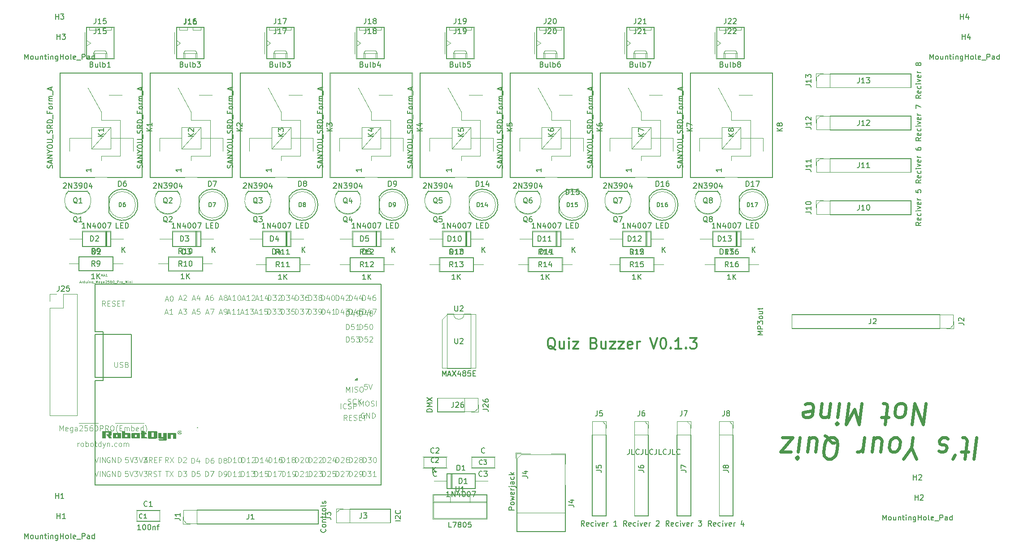
<source format=gbr>
%TF.GenerationSoftware,KiCad,Pcbnew,7.0.2*%
%TF.CreationDate,2023-11-03T08:34:37+00:00*%
%TF.ProjectId,quizbuzzer,7175697a-6275-47a7-9a65-722e6b696361,V0.1.2*%
%TF.SameCoordinates,Original*%
%TF.FileFunction,Legend,Top*%
%TF.FilePolarity,Positive*%
%FSLAX46Y46*%
G04 Gerber Fmt 4.6, Leading zero omitted, Abs format (unit mm)*
G04 Created by KiCad (PCBNEW 7.0.2) date 2023-11-03 08:34:37*
%MOMM*%
%LPD*%
G01*
G04 APERTURE LIST*
%ADD10C,0.600000*%
%ADD11C,0.150000*%
%ADD12C,0.300000*%
%ADD13C,0.129000*%
%ADD14C,0.200000*%
%ADD15C,0.050000*%
%ADD16C,0.120000*%
%ADD17C,0.100000*%
%ADD18C,0.127000*%
G04 APERTURE END LIST*
D10*
X199827382Y-92620523D02*
X199327382Y-96620523D01*
X198284525Y-95287190D02*
X196875001Y-95287190D01*
X197589287Y-96620523D02*
X198017858Y-93191952D01*
X198017858Y-93191952D02*
X197889287Y-92811000D01*
X197889287Y-92811000D02*
X197560715Y-92620523D01*
X197560715Y-92620523D02*
X197208334Y-92620523D01*
X195322620Y-96620523D02*
X195770239Y-95858619D01*
X194389287Y-92811000D02*
X194060715Y-92620523D01*
X194060715Y-92620523D02*
X193355953Y-92620523D01*
X193355953Y-92620523D02*
X192979763Y-92811000D01*
X192979763Y-92811000D02*
X192755953Y-93191952D01*
X192755953Y-93191952D02*
X192732144Y-93382428D01*
X192732144Y-93382428D02*
X192860715Y-93763380D01*
X192860715Y-93763380D02*
X193189287Y-93953857D01*
X193189287Y-93953857D02*
X193717858Y-93953857D01*
X193717858Y-93953857D02*
X194046429Y-94144333D01*
X194046429Y-94144333D02*
X194175001Y-94525285D01*
X194175001Y-94525285D02*
X194151191Y-94715761D01*
X194151191Y-94715761D02*
X193927382Y-95096714D01*
X193927382Y-95096714D02*
X193551191Y-95287190D01*
X193551191Y-95287190D02*
X193022620Y-95287190D01*
X193022620Y-95287190D02*
X192694049Y-95096714D01*
X187503572Y-94525285D02*
X187741667Y-92620523D01*
X188475000Y-96620523D02*
X187503572Y-94525285D01*
X187503572Y-94525285D02*
X186008333Y-96620523D01*
X184770238Y-92620523D02*
X185098810Y-92811000D01*
X185098810Y-92811000D02*
X185251191Y-93001476D01*
X185251191Y-93001476D02*
X185379762Y-93382428D01*
X185379762Y-93382428D02*
X185236905Y-94525285D01*
X185236905Y-94525285D02*
X185013095Y-94906238D01*
X185013095Y-94906238D02*
X184813095Y-95096714D01*
X184813095Y-95096714D02*
X184436905Y-95287190D01*
X184436905Y-95287190D02*
X183908333Y-95287190D01*
X183908333Y-95287190D02*
X183579762Y-95096714D01*
X183579762Y-95096714D02*
X183427381Y-94906238D01*
X183427381Y-94906238D02*
X183298810Y-94525285D01*
X183298810Y-94525285D02*
X183441667Y-93382428D01*
X183441667Y-93382428D02*
X183665476Y-93001476D01*
X183665476Y-93001476D02*
X183865476Y-92811000D01*
X183865476Y-92811000D02*
X184241667Y-92620523D01*
X184241667Y-92620523D02*
X184770238Y-92620523D01*
X180055952Y-95287190D02*
X180389285Y-92620523D01*
X181641666Y-95287190D02*
X181903571Y-93191952D01*
X181903571Y-93191952D02*
X181775000Y-92811000D01*
X181775000Y-92811000D02*
X181446428Y-92620523D01*
X181446428Y-92620523D02*
X180917857Y-92620523D01*
X180917857Y-92620523D02*
X180541666Y-92811000D01*
X180541666Y-92811000D02*
X180341666Y-93001476D01*
X178651190Y-92620523D02*
X178317856Y-95287190D01*
X178413094Y-94525285D02*
X178189285Y-94906238D01*
X178189285Y-94906238D02*
X177989285Y-95096714D01*
X177989285Y-95096714D02*
X177613094Y-95287190D01*
X177613094Y-95287190D02*
X177260713Y-95287190D01*
X171146427Y-92239571D02*
X171474998Y-92430047D01*
X171474998Y-92430047D02*
X171779760Y-92811000D01*
X171779760Y-92811000D02*
X172236903Y-93382428D01*
X172236903Y-93382428D02*
X172565475Y-93572904D01*
X172565475Y-93572904D02*
X172917856Y-93572904D01*
X172860713Y-92620523D02*
X173189284Y-92811000D01*
X173189284Y-92811000D02*
X173494046Y-93191952D01*
X173494046Y-93191952D02*
X173574998Y-93953857D01*
X173574998Y-93953857D02*
X173408332Y-95287190D01*
X173408332Y-95287190D02*
X173136903Y-96049095D01*
X173136903Y-96049095D02*
X172736903Y-96430047D01*
X172736903Y-96430047D02*
X172360713Y-96620523D01*
X172360713Y-96620523D02*
X171655951Y-96620523D01*
X171655951Y-96620523D02*
X171327379Y-96430047D01*
X171327379Y-96430047D02*
X171022618Y-96049095D01*
X171022618Y-96049095D02*
X170941665Y-95287190D01*
X170941665Y-95287190D02*
X171108332Y-93953857D01*
X171108332Y-93953857D02*
X171379760Y-93191952D01*
X171379760Y-93191952D02*
X171779760Y-92811000D01*
X171779760Y-92811000D02*
X172155951Y-92620523D01*
X172155951Y-92620523D02*
X172860713Y-92620523D01*
X167841665Y-95287190D02*
X168174998Y-92620523D01*
X169427379Y-95287190D02*
X169689284Y-93191952D01*
X169689284Y-93191952D02*
X169560713Y-92811000D01*
X169560713Y-92811000D02*
X169232141Y-92620523D01*
X169232141Y-92620523D02*
X168703570Y-92620523D01*
X168703570Y-92620523D02*
X168327379Y-92811000D01*
X168327379Y-92811000D02*
X168127379Y-93001476D01*
X166436903Y-92620523D02*
X166103569Y-95287190D01*
X165936903Y-96620523D02*
X166136903Y-96430047D01*
X166136903Y-96430047D02*
X165984522Y-96239571D01*
X165984522Y-96239571D02*
X165784522Y-96430047D01*
X165784522Y-96430047D02*
X165936903Y-96620523D01*
X165936903Y-96620523D02*
X165984522Y-96239571D01*
X164717855Y-95287190D02*
X162779760Y-95287190D01*
X162779760Y-95287190D02*
X165051189Y-92620523D01*
X165051189Y-92620523D02*
X163113093Y-92620523D01*
X190208333Y-86140523D02*
X189708333Y-90140523D01*
X189708333Y-90140523D02*
X188094047Y-86140523D01*
X188094047Y-86140523D02*
X187594047Y-90140523D01*
X185827380Y-86140523D02*
X186155952Y-86331000D01*
X186155952Y-86331000D02*
X186308333Y-86521476D01*
X186308333Y-86521476D02*
X186436904Y-86902428D01*
X186436904Y-86902428D02*
X186294047Y-88045285D01*
X186294047Y-88045285D02*
X186070237Y-88426238D01*
X186070237Y-88426238D02*
X185870237Y-88616714D01*
X185870237Y-88616714D02*
X185494047Y-88807190D01*
X185494047Y-88807190D02*
X184965475Y-88807190D01*
X184965475Y-88807190D02*
X184636904Y-88616714D01*
X184636904Y-88616714D02*
X184484523Y-88426238D01*
X184484523Y-88426238D02*
X184355952Y-88045285D01*
X184355952Y-88045285D02*
X184498809Y-86902428D01*
X184498809Y-86902428D02*
X184722618Y-86521476D01*
X184722618Y-86521476D02*
X184922618Y-86331000D01*
X184922618Y-86331000D02*
X185298809Y-86140523D01*
X185298809Y-86140523D02*
X185827380Y-86140523D01*
X183227380Y-88807190D02*
X181817856Y-88807190D01*
X182532142Y-90140523D02*
X182960713Y-86711952D01*
X182960713Y-86711952D02*
X182832142Y-86331000D01*
X182832142Y-86331000D02*
X182503570Y-86140523D01*
X182503570Y-86140523D02*
X182151189Y-86140523D01*
X178122618Y-86140523D02*
X177622618Y-90140523D01*
X177622618Y-90140523D02*
X176746427Y-87283380D01*
X176746427Y-87283380D02*
X175155951Y-90140523D01*
X175155951Y-90140523D02*
X175655951Y-86140523D01*
X173917856Y-86140523D02*
X173584522Y-88807190D01*
X173417856Y-90140523D02*
X173617856Y-89950047D01*
X173617856Y-89950047D02*
X173465475Y-89759571D01*
X173465475Y-89759571D02*
X173265475Y-89950047D01*
X173265475Y-89950047D02*
X173417856Y-90140523D01*
X173417856Y-90140523D02*
X173465475Y-89759571D01*
X171846427Y-88807190D02*
X172179761Y-86140523D01*
X171894046Y-88426238D02*
X171694046Y-88616714D01*
X171694046Y-88616714D02*
X171317856Y-88807190D01*
X171317856Y-88807190D02*
X170789284Y-88807190D01*
X170789284Y-88807190D02*
X170460713Y-88616714D01*
X170460713Y-88616714D02*
X170332142Y-88235761D01*
X170332142Y-88235761D02*
X170594046Y-86140523D01*
X167422617Y-86331000D02*
X167798808Y-86140523D01*
X167798808Y-86140523D02*
X168503570Y-86140523D01*
X168503570Y-86140523D02*
X168832141Y-86331000D01*
X168832141Y-86331000D02*
X168960713Y-86711952D01*
X168960713Y-86711952D02*
X168770236Y-88235761D01*
X168770236Y-88235761D02*
X168546427Y-88616714D01*
X168546427Y-88616714D02*
X168170236Y-88807190D01*
X168170236Y-88807190D02*
X167465474Y-88807190D01*
X167465474Y-88807190D02*
X167136903Y-88616714D01*
X167136903Y-88616714D02*
X167008332Y-88235761D01*
X167008332Y-88235761D02*
X167055951Y-87854809D01*
X167055951Y-87854809D02*
X168865474Y-87473857D01*
D11*
X134226951Y-94805619D02*
X134226951Y-95519904D01*
X134226951Y-95519904D02*
X134179332Y-95662761D01*
X134179332Y-95662761D02*
X134084094Y-95758000D01*
X134084094Y-95758000D02*
X133941237Y-95805619D01*
X133941237Y-95805619D02*
X133845999Y-95805619D01*
X135179332Y-95805619D02*
X134703142Y-95805619D01*
X134703142Y-95805619D02*
X134703142Y-94805619D01*
X136084094Y-95710380D02*
X136036475Y-95758000D01*
X136036475Y-95758000D02*
X135893618Y-95805619D01*
X135893618Y-95805619D02*
X135798380Y-95805619D01*
X135798380Y-95805619D02*
X135655523Y-95758000D01*
X135655523Y-95758000D02*
X135560285Y-95662761D01*
X135560285Y-95662761D02*
X135512666Y-95567523D01*
X135512666Y-95567523D02*
X135465047Y-95377047D01*
X135465047Y-95377047D02*
X135465047Y-95234190D01*
X135465047Y-95234190D02*
X135512666Y-95043714D01*
X135512666Y-95043714D02*
X135560285Y-94948476D01*
X135560285Y-94948476D02*
X135655523Y-94853238D01*
X135655523Y-94853238D02*
X135798380Y-94805619D01*
X135798380Y-94805619D02*
X135893618Y-94805619D01*
X135893618Y-94805619D02*
X136036475Y-94853238D01*
X136036475Y-94853238D02*
X136084094Y-94900857D01*
X136798380Y-94805619D02*
X136798380Y-95519904D01*
X136798380Y-95519904D02*
X136750761Y-95662761D01*
X136750761Y-95662761D02*
X136655523Y-95758000D01*
X136655523Y-95758000D02*
X136512666Y-95805619D01*
X136512666Y-95805619D02*
X136417428Y-95805619D01*
X137750761Y-95805619D02*
X137274571Y-95805619D01*
X137274571Y-95805619D02*
X137274571Y-94805619D01*
X138655523Y-95710380D02*
X138607904Y-95758000D01*
X138607904Y-95758000D02*
X138465047Y-95805619D01*
X138465047Y-95805619D02*
X138369809Y-95805619D01*
X138369809Y-95805619D02*
X138226952Y-95758000D01*
X138226952Y-95758000D02*
X138131714Y-95662761D01*
X138131714Y-95662761D02*
X138084095Y-95567523D01*
X138084095Y-95567523D02*
X138036476Y-95377047D01*
X138036476Y-95377047D02*
X138036476Y-95234190D01*
X138036476Y-95234190D02*
X138084095Y-95043714D01*
X138084095Y-95043714D02*
X138131714Y-94948476D01*
X138131714Y-94948476D02*
X138226952Y-94853238D01*
X138226952Y-94853238D02*
X138369809Y-94805619D01*
X138369809Y-94805619D02*
X138465047Y-94805619D01*
X138465047Y-94805619D02*
X138607904Y-94853238D01*
X138607904Y-94853238D02*
X138655523Y-94900857D01*
X139369809Y-94805619D02*
X139369809Y-95519904D01*
X139369809Y-95519904D02*
X139322190Y-95662761D01*
X139322190Y-95662761D02*
X139226952Y-95758000D01*
X139226952Y-95758000D02*
X139084095Y-95805619D01*
X139084095Y-95805619D02*
X138988857Y-95805619D01*
X140322190Y-95805619D02*
X139846000Y-95805619D01*
X139846000Y-95805619D02*
X139846000Y-94805619D01*
X141226952Y-95710380D02*
X141179333Y-95758000D01*
X141179333Y-95758000D02*
X141036476Y-95805619D01*
X141036476Y-95805619D02*
X140941238Y-95805619D01*
X140941238Y-95805619D02*
X140798381Y-95758000D01*
X140798381Y-95758000D02*
X140703143Y-95662761D01*
X140703143Y-95662761D02*
X140655524Y-95567523D01*
X140655524Y-95567523D02*
X140607905Y-95377047D01*
X140607905Y-95377047D02*
X140607905Y-95234190D01*
X140607905Y-95234190D02*
X140655524Y-95043714D01*
X140655524Y-95043714D02*
X140703143Y-94948476D01*
X140703143Y-94948476D02*
X140798381Y-94853238D01*
X140798381Y-94853238D02*
X140941238Y-94805619D01*
X140941238Y-94805619D02*
X141036476Y-94805619D01*
X141036476Y-94805619D02*
X141179333Y-94853238D01*
X141179333Y-94853238D02*
X141226952Y-94900857D01*
X141941238Y-94805619D02*
X141941238Y-95519904D01*
X141941238Y-95519904D02*
X141893619Y-95662761D01*
X141893619Y-95662761D02*
X141798381Y-95758000D01*
X141798381Y-95758000D02*
X141655524Y-95805619D01*
X141655524Y-95805619D02*
X141560286Y-95805619D01*
X142893619Y-95805619D02*
X142417429Y-95805619D01*
X142417429Y-95805619D02*
X142417429Y-94805619D01*
X143798381Y-95710380D02*
X143750762Y-95758000D01*
X143750762Y-95758000D02*
X143607905Y-95805619D01*
X143607905Y-95805619D02*
X143512667Y-95805619D01*
X143512667Y-95805619D02*
X143369810Y-95758000D01*
X143369810Y-95758000D02*
X143274572Y-95662761D01*
X143274572Y-95662761D02*
X143226953Y-95567523D01*
X143226953Y-95567523D02*
X143179334Y-95377047D01*
X143179334Y-95377047D02*
X143179334Y-95234190D01*
X143179334Y-95234190D02*
X143226953Y-95043714D01*
X143226953Y-95043714D02*
X143274572Y-94948476D01*
X143274572Y-94948476D02*
X143369810Y-94853238D01*
X143369810Y-94853238D02*
X143512667Y-94805619D01*
X143512667Y-94805619D02*
X143607905Y-94805619D01*
X143607905Y-94805619D02*
X143750762Y-94853238D01*
X143750762Y-94853238D02*
X143798381Y-94900857D01*
D12*
X120269045Y-75988714D02*
X120078569Y-75893476D01*
X120078569Y-75893476D02*
X119888093Y-75703000D01*
X119888093Y-75703000D02*
X119602379Y-75417285D01*
X119602379Y-75417285D02*
X119411902Y-75322047D01*
X119411902Y-75322047D02*
X119221426Y-75322047D01*
X119316664Y-75798238D02*
X119126188Y-75703000D01*
X119126188Y-75703000D02*
X118935712Y-75512523D01*
X118935712Y-75512523D02*
X118840474Y-75131571D01*
X118840474Y-75131571D02*
X118840474Y-74464904D01*
X118840474Y-74464904D02*
X118935712Y-74083952D01*
X118935712Y-74083952D02*
X119126188Y-73893476D01*
X119126188Y-73893476D02*
X119316664Y-73798238D01*
X119316664Y-73798238D02*
X119697617Y-73798238D01*
X119697617Y-73798238D02*
X119888093Y-73893476D01*
X119888093Y-73893476D02*
X120078569Y-74083952D01*
X120078569Y-74083952D02*
X120173807Y-74464904D01*
X120173807Y-74464904D02*
X120173807Y-75131571D01*
X120173807Y-75131571D02*
X120078569Y-75512523D01*
X120078569Y-75512523D02*
X119888093Y-75703000D01*
X119888093Y-75703000D02*
X119697617Y-75798238D01*
X119697617Y-75798238D02*
X119316664Y-75798238D01*
X121888093Y-74464904D02*
X121888093Y-75798238D01*
X121030950Y-74464904D02*
X121030950Y-75512523D01*
X121030950Y-75512523D02*
X121126188Y-75703000D01*
X121126188Y-75703000D02*
X121316664Y-75798238D01*
X121316664Y-75798238D02*
X121602379Y-75798238D01*
X121602379Y-75798238D02*
X121792855Y-75703000D01*
X121792855Y-75703000D02*
X121888093Y-75607761D01*
X122840474Y-75798238D02*
X122840474Y-74464904D01*
X122840474Y-73798238D02*
X122745236Y-73893476D01*
X122745236Y-73893476D02*
X122840474Y-73988714D01*
X122840474Y-73988714D02*
X122935712Y-73893476D01*
X122935712Y-73893476D02*
X122840474Y-73798238D01*
X122840474Y-73798238D02*
X122840474Y-73988714D01*
X123602379Y-74464904D02*
X124649998Y-74464904D01*
X124649998Y-74464904D02*
X123602379Y-75798238D01*
X123602379Y-75798238D02*
X124649998Y-75798238D01*
X127602380Y-74750619D02*
X127888094Y-74845857D01*
X127888094Y-74845857D02*
X127983332Y-74941095D01*
X127983332Y-74941095D02*
X128078570Y-75131571D01*
X128078570Y-75131571D02*
X128078570Y-75417285D01*
X128078570Y-75417285D02*
X127983332Y-75607761D01*
X127983332Y-75607761D02*
X127888094Y-75703000D01*
X127888094Y-75703000D02*
X127697618Y-75798238D01*
X127697618Y-75798238D02*
X126935713Y-75798238D01*
X126935713Y-75798238D02*
X126935713Y-73798238D01*
X126935713Y-73798238D02*
X127602380Y-73798238D01*
X127602380Y-73798238D02*
X127792856Y-73893476D01*
X127792856Y-73893476D02*
X127888094Y-73988714D01*
X127888094Y-73988714D02*
X127983332Y-74179190D01*
X127983332Y-74179190D02*
X127983332Y-74369666D01*
X127983332Y-74369666D02*
X127888094Y-74560142D01*
X127888094Y-74560142D02*
X127792856Y-74655380D01*
X127792856Y-74655380D02*
X127602380Y-74750619D01*
X127602380Y-74750619D02*
X126935713Y-74750619D01*
X129792856Y-74464904D02*
X129792856Y-75798238D01*
X128935713Y-74464904D02*
X128935713Y-75512523D01*
X128935713Y-75512523D02*
X129030951Y-75703000D01*
X129030951Y-75703000D02*
X129221427Y-75798238D01*
X129221427Y-75798238D02*
X129507142Y-75798238D01*
X129507142Y-75798238D02*
X129697618Y-75703000D01*
X129697618Y-75703000D02*
X129792856Y-75607761D01*
X130554761Y-74464904D02*
X131602380Y-74464904D01*
X131602380Y-74464904D02*
X130554761Y-75798238D01*
X130554761Y-75798238D02*
X131602380Y-75798238D01*
X132173809Y-74464904D02*
X133221428Y-74464904D01*
X133221428Y-74464904D02*
X132173809Y-75798238D01*
X132173809Y-75798238D02*
X133221428Y-75798238D01*
X134745238Y-75703000D02*
X134554762Y-75798238D01*
X134554762Y-75798238D02*
X134173809Y-75798238D01*
X134173809Y-75798238D02*
X133983333Y-75703000D01*
X133983333Y-75703000D02*
X133888095Y-75512523D01*
X133888095Y-75512523D02*
X133888095Y-74750619D01*
X133888095Y-74750619D02*
X133983333Y-74560142D01*
X133983333Y-74560142D02*
X134173809Y-74464904D01*
X134173809Y-74464904D02*
X134554762Y-74464904D01*
X134554762Y-74464904D02*
X134745238Y-74560142D01*
X134745238Y-74560142D02*
X134840476Y-74750619D01*
X134840476Y-74750619D02*
X134840476Y-74941095D01*
X134840476Y-74941095D02*
X133888095Y-75131571D01*
X135697619Y-75798238D02*
X135697619Y-74464904D01*
X135697619Y-74845857D02*
X135792857Y-74655380D01*
X135792857Y-74655380D02*
X135888095Y-74560142D01*
X135888095Y-74560142D02*
X136078571Y-74464904D01*
X136078571Y-74464904D02*
X136269048Y-74464904D01*
X138173810Y-73798238D02*
X138840476Y-75798238D01*
X138840476Y-75798238D02*
X139507143Y-73798238D01*
X140554762Y-73798238D02*
X140745239Y-73798238D01*
X140745239Y-73798238D02*
X140935715Y-73893476D01*
X140935715Y-73893476D02*
X141030953Y-73988714D01*
X141030953Y-73988714D02*
X141126191Y-74179190D01*
X141126191Y-74179190D02*
X141221429Y-74560142D01*
X141221429Y-74560142D02*
X141221429Y-75036333D01*
X141221429Y-75036333D02*
X141126191Y-75417285D01*
X141126191Y-75417285D02*
X141030953Y-75607761D01*
X141030953Y-75607761D02*
X140935715Y-75703000D01*
X140935715Y-75703000D02*
X140745239Y-75798238D01*
X140745239Y-75798238D02*
X140554762Y-75798238D01*
X140554762Y-75798238D02*
X140364286Y-75703000D01*
X140364286Y-75703000D02*
X140269048Y-75607761D01*
X140269048Y-75607761D02*
X140173810Y-75417285D01*
X140173810Y-75417285D02*
X140078572Y-75036333D01*
X140078572Y-75036333D02*
X140078572Y-74560142D01*
X140078572Y-74560142D02*
X140173810Y-74179190D01*
X140173810Y-74179190D02*
X140269048Y-73988714D01*
X140269048Y-73988714D02*
X140364286Y-73893476D01*
X140364286Y-73893476D02*
X140554762Y-73798238D01*
X142078572Y-75607761D02*
X142173810Y-75703000D01*
X142173810Y-75703000D02*
X142078572Y-75798238D01*
X142078572Y-75798238D02*
X141983334Y-75703000D01*
X141983334Y-75703000D02*
X142078572Y-75607761D01*
X142078572Y-75607761D02*
X142078572Y-75798238D01*
X144078572Y-75798238D02*
X142935715Y-75798238D01*
X143507143Y-75798238D02*
X143507143Y-73798238D01*
X143507143Y-73798238D02*
X143316667Y-74083952D01*
X143316667Y-74083952D02*
X143126191Y-74274428D01*
X143126191Y-74274428D02*
X142935715Y-74369666D01*
X144935715Y-75607761D02*
X145030953Y-75703000D01*
X145030953Y-75703000D02*
X144935715Y-75798238D01*
X144935715Y-75798238D02*
X144840477Y-75703000D01*
X144840477Y-75703000D02*
X144935715Y-75607761D01*
X144935715Y-75607761D02*
X144935715Y-75798238D01*
X145697620Y-73798238D02*
X146935715Y-73798238D01*
X146935715Y-73798238D02*
X146269048Y-74560142D01*
X146269048Y-74560142D02*
X146554763Y-74560142D01*
X146554763Y-74560142D02*
X146745239Y-74655380D01*
X146745239Y-74655380D02*
X146840477Y-74750619D01*
X146840477Y-74750619D02*
X146935715Y-74941095D01*
X146935715Y-74941095D02*
X146935715Y-75417285D01*
X146935715Y-75417285D02*
X146840477Y-75607761D01*
X146840477Y-75607761D02*
X146745239Y-75703000D01*
X146745239Y-75703000D02*
X146554763Y-75798238D01*
X146554763Y-75798238D02*
X145983334Y-75798238D01*
X145983334Y-75798238D02*
X145792858Y-75703000D01*
X145792858Y-75703000D02*
X145697620Y-75607761D01*
D11*
%TO.C,J25*%
X26547476Y-63946619D02*
X26547476Y-64660904D01*
X26547476Y-64660904D02*
X26499857Y-64803761D01*
X26499857Y-64803761D02*
X26404619Y-64899000D01*
X26404619Y-64899000D02*
X26261762Y-64946619D01*
X26261762Y-64946619D02*
X26166524Y-64946619D01*
X26976048Y-64041857D02*
X27023667Y-63994238D01*
X27023667Y-63994238D02*
X27118905Y-63946619D01*
X27118905Y-63946619D02*
X27357000Y-63946619D01*
X27357000Y-63946619D02*
X27452238Y-63994238D01*
X27452238Y-63994238D02*
X27499857Y-64041857D01*
X27499857Y-64041857D02*
X27547476Y-64137095D01*
X27547476Y-64137095D02*
X27547476Y-64232333D01*
X27547476Y-64232333D02*
X27499857Y-64375190D01*
X27499857Y-64375190D02*
X26928429Y-64946619D01*
X26928429Y-64946619D02*
X27547476Y-64946619D01*
X28452238Y-63946619D02*
X27976048Y-63946619D01*
X27976048Y-63946619D02*
X27928429Y-64422809D01*
X27928429Y-64422809D02*
X27976048Y-64375190D01*
X27976048Y-64375190D02*
X28071286Y-64327571D01*
X28071286Y-64327571D02*
X28309381Y-64327571D01*
X28309381Y-64327571D02*
X28404619Y-64375190D01*
X28404619Y-64375190D02*
X28452238Y-64422809D01*
X28452238Y-64422809D02*
X28499857Y-64518047D01*
X28499857Y-64518047D02*
X28499857Y-64756142D01*
X28499857Y-64756142D02*
X28452238Y-64851380D01*
X28452238Y-64851380D02*
X28404619Y-64899000D01*
X28404619Y-64899000D02*
X28309381Y-64946619D01*
X28309381Y-64946619D02*
X28071286Y-64946619D01*
X28071286Y-64946619D02*
X27976048Y-64899000D01*
X27976048Y-64899000D02*
X27928429Y-64851380D01*
%TO.C,C2*%
X97346333Y-95459380D02*
X97298714Y-95507000D01*
X97298714Y-95507000D02*
X97155857Y-95554619D01*
X97155857Y-95554619D02*
X97060619Y-95554619D01*
X97060619Y-95554619D02*
X96917762Y-95507000D01*
X96917762Y-95507000D02*
X96822524Y-95411761D01*
X96822524Y-95411761D02*
X96774905Y-95316523D01*
X96774905Y-95316523D02*
X96727286Y-95126047D01*
X96727286Y-95126047D02*
X96727286Y-94983190D01*
X96727286Y-94983190D02*
X96774905Y-94792714D01*
X96774905Y-94792714D02*
X96822524Y-94697476D01*
X96822524Y-94697476D02*
X96917762Y-94602238D01*
X96917762Y-94602238D02*
X97060619Y-94554619D01*
X97060619Y-94554619D02*
X97155857Y-94554619D01*
X97155857Y-94554619D02*
X97298714Y-94602238D01*
X97298714Y-94602238D02*
X97346333Y-94649857D01*
X97727286Y-94649857D02*
X97774905Y-94602238D01*
X97774905Y-94602238D02*
X97870143Y-94554619D01*
X97870143Y-94554619D02*
X98108238Y-94554619D01*
X98108238Y-94554619D02*
X98203476Y-94602238D01*
X98203476Y-94602238D02*
X98251095Y-94649857D01*
X98251095Y-94649857D02*
X98298714Y-94745095D01*
X98298714Y-94745095D02*
X98298714Y-94840333D01*
X98298714Y-94840333D02*
X98251095Y-94983190D01*
X98251095Y-94983190D02*
X97679667Y-95554619D01*
X97679667Y-95554619D02*
X98298714Y-95554619D01*
X97822523Y-99859380D02*
X97774904Y-99907000D01*
X97774904Y-99907000D02*
X97632047Y-99954619D01*
X97632047Y-99954619D02*
X97536809Y-99954619D01*
X97536809Y-99954619D02*
X97393952Y-99907000D01*
X97393952Y-99907000D02*
X97298714Y-99811761D01*
X97298714Y-99811761D02*
X97251095Y-99716523D01*
X97251095Y-99716523D02*
X97203476Y-99526047D01*
X97203476Y-99526047D02*
X97203476Y-99383190D01*
X97203476Y-99383190D02*
X97251095Y-99192714D01*
X97251095Y-99192714D02*
X97298714Y-99097476D01*
X97298714Y-99097476D02*
X97393952Y-99002238D01*
X97393952Y-99002238D02*
X97536809Y-98954619D01*
X97536809Y-98954619D02*
X97632047Y-98954619D01*
X97632047Y-98954619D02*
X97774904Y-99002238D01*
X97774904Y-99002238D02*
X97822523Y-99049857D01*
D13*
X97349666Y-97217948D02*
X97308714Y-97258901D01*
X97308714Y-97258901D02*
X97185856Y-97299853D01*
X97185856Y-97299853D02*
X97103952Y-97299853D01*
X97103952Y-97299853D02*
X96981095Y-97258901D01*
X96981095Y-97258901D02*
X96899190Y-97176996D01*
X96899190Y-97176996D02*
X96858237Y-97095091D01*
X96858237Y-97095091D02*
X96817285Y-96931281D01*
X96817285Y-96931281D02*
X96817285Y-96808424D01*
X96817285Y-96808424D02*
X96858237Y-96644615D01*
X96858237Y-96644615D02*
X96899190Y-96562710D01*
X96899190Y-96562710D02*
X96981095Y-96480805D01*
X96981095Y-96480805D02*
X97103952Y-96439853D01*
X97103952Y-96439853D02*
X97185856Y-96439853D01*
X97185856Y-96439853D02*
X97308714Y-96480805D01*
X97308714Y-96480805D02*
X97349666Y-96521758D01*
X97677285Y-96521758D02*
X97718237Y-96480805D01*
X97718237Y-96480805D02*
X97800142Y-96439853D01*
X97800142Y-96439853D02*
X98004904Y-96439853D01*
X98004904Y-96439853D02*
X98086809Y-96480805D01*
X98086809Y-96480805D02*
X98127761Y-96521758D01*
X98127761Y-96521758D02*
X98168714Y-96603662D01*
X98168714Y-96603662D02*
X98168714Y-96685567D01*
X98168714Y-96685567D02*
X98127761Y-96808424D01*
X98127761Y-96808424D02*
X97636333Y-97299853D01*
X97636333Y-97299853D02*
X98168714Y-97299853D01*
D11*
%TO.C,C3*%
X106446333Y-99859380D02*
X106398714Y-99907000D01*
X106398714Y-99907000D02*
X106255857Y-99954619D01*
X106255857Y-99954619D02*
X106160619Y-99954619D01*
X106160619Y-99954619D02*
X106017762Y-99907000D01*
X106017762Y-99907000D02*
X105922524Y-99811761D01*
X105922524Y-99811761D02*
X105874905Y-99716523D01*
X105874905Y-99716523D02*
X105827286Y-99526047D01*
X105827286Y-99526047D02*
X105827286Y-99383190D01*
X105827286Y-99383190D02*
X105874905Y-99192714D01*
X105874905Y-99192714D02*
X105922524Y-99097476D01*
X105922524Y-99097476D02*
X106017762Y-99002238D01*
X106017762Y-99002238D02*
X106160619Y-98954619D01*
X106160619Y-98954619D02*
X106255857Y-98954619D01*
X106255857Y-98954619D02*
X106398714Y-99002238D01*
X106398714Y-99002238D02*
X106446333Y-99049857D01*
X106779667Y-98954619D02*
X107398714Y-98954619D01*
X107398714Y-98954619D02*
X107065381Y-99335571D01*
X107065381Y-99335571D02*
X107208238Y-99335571D01*
X107208238Y-99335571D02*
X107303476Y-99383190D01*
X107303476Y-99383190D02*
X107351095Y-99430809D01*
X107351095Y-99430809D02*
X107398714Y-99526047D01*
X107398714Y-99526047D02*
X107398714Y-99764142D01*
X107398714Y-99764142D02*
X107351095Y-99859380D01*
X107351095Y-99859380D02*
X107303476Y-99907000D01*
X107303476Y-99907000D02*
X107208238Y-99954619D01*
X107208238Y-99954619D02*
X106922524Y-99954619D01*
X106922524Y-99954619D02*
X106827286Y-99907000D01*
X106827286Y-99907000D02*
X106779667Y-99859380D01*
X106922523Y-95459380D02*
X106874904Y-95507000D01*
X106874904Y-95507000D02*
X106732047Y-95554619D01*
X106732047Y-95554619D02*
X106636809Y-95554619D01*
X106636809Y-95554619D02*
X106493952Y-95507000D01*
X106493952Y-95507000D02*
X106398714Y-95411761D01*
X106398714Y-95411761D02*
X106351095Y-95316523D01*
X106351095Y-95316523D02*
X106303476Y-95126047D01*
X106303476Y-95126047D02*
X106303476Y-94983190D01*
X106303476Y-94983190D02*
X106351095Y-94792714D01*
X106351095Y-94792714D02*
X106398714Y-94697476D01*
X106398714Y-94697476D02*
X106493952Y-94602238D01*
X106493952Y-94602238D02*
X106636809Y-94554619D01*
X106636809Y-94554619D02*
X106732047Y-94554619D01*
X106732047Y-94554619D02*
X106874904Y-94602238D01*
X106874904Y-94602238D02*
X106922523Y-94649857D01*
D13*
X106469666Y-97607948D02*
X106428714Y-97648901D01*
X106428714Y-97648901D02*
X106305856Y-97689853D01*
X106305856Y-97689853D02*
X106223952Y-97689853D01*
X106223952Y-97689853D02*
X106101095Y-97648901D01*
X106101095Y-97648901D02*
X106019190Y-97566996D01*
X106019190Y-97566996D02*
X105978237Y-97485091D01*
X105978237Y-97485091D02*
X105937285Y-97321281D01*
X105937285Y-97321281D02*
X105937285Y-97198424D01*
X105937285Y-97198424D02*
X105978237Y-97034615D01*
X105978237Y-97034615D02*
X106019190Y-96952710D01*
X106019190Y-96952710D02*
X106101095Y-96870805D01*
X106101095Y-96870805D02*
X106223952Y-96829853D01*
X106223952Y-96829853D02*
X106305856Y-96829853D01*
X106305856Y-96829853D02*
X106428714Y-96870805D01*
X106428714Y-96870805D02*
X106469666Y-96911758D01*
X106756333Y-96829853D02*
X107288714Y-96829853D01*
X107288714Y-96829853D02*
X107002047Y-97157472D01*
X107002047Y-97157472D02*
X107124904Y-97157472D01*
X107124904Y-97157472D02*
X107206809Y-97198424D01*
X107206809Y-97198424D02*
X107247761Y-97239377D01*
X107247761Y-97239377D02*
X107288714Y-97321281D01*
X107288714Y-97321281D02*
X107288714Y-97526043D01*
X107288714Y-97526043D02*
X107247761Y-97607948D01*
X107247761Y-97607948D02*
X107206809Y-97648901D01*
X107206809Y-97648901D02*
X107124904Y-97689853D01*
X107124904Y-97689853D02*
X106879190Y-97689853D01*
X106879190Y-97689853D02*
X106797285Y-97648901D01*
X106797285Y-97648901D02*
X106756333Y-97607948D01*
D11*
%TO.C,D1*%
X101704905Y-98804619D02*
X101704905Y-97804619D01*
X101704905Y-97804619D02*
X101943000Y-97804619D01*
X101943000Y-97804619D02*
X102085857Y-97852238D01*
X102085857Y-97852238D02*
X102181095Y-97947476D01*
X102181095Y-97947476D02*
X102228714Y-98042714D01*
X102228714Y-98042714D02*
X102276333Y-98233190D01*
X102276333Y-98233190D02*
X102276333Y-98376047D01*
X102276333Y-98376047D02*
X102228714Y-98566523D01*
X102228714Y-98566523D02*
X102181095Y-98661761D01*
X102181095Y-98661761D02*
X102085857Y-98757000D01*
X102085857Y-98757000D02*
X101943000Y-98804619D01*
X101943000Y-98804619D02*
X101704905Y-98804619D01*
X103228714Y-98804619D02*
X102657286Y-98804619D01*
X102943000Y-98804619D02*
X102943000Y-97804619D01*
X102943000Y-97804619D02*
X102847762Y-97947476D01*
X102847762Y-97947476D02*
X102752524Y-98042714D01*
X102752524Y-98042714D02*
X102657286Y-98090333D01*
X100300142Y-103744619D02*
X99728714Y-103744619D01*
X100014428Y-103744619D02*
X100014428Y-102744619D01*
X100014428Y-102744619D02*
X99919190Y-102887476D01*
X99919190Y-102887476D02*
X99823952Y-102982714D01*
X99823952Y-102982714D02*
X99728714Y-103030333D01*
X100728714Y-103744619D02*
X100728714Y-102744619D01*
X100728714Y-102744619D02*
X101300142Y-103744619D01*
X101300142Y-103744619D02*
X101300142Y-102744619D01*
X102204904Y-103077952D02*
X102204904Y-103744619D01*
X101966809Y-102697000D02*
X101728714Y-103411285D01*
X101728714Y-103411285D02*
X102347761Y-103411285D01*
X102919190Y-102744619D02*
X103014428Y-102744619D01*
X103014428Y-102744619D02*
X103109666Y-102792238D01*
X103109666Y-102792238D02*
X103157285Y-102839857D01*
X103157285Y-102839857D02*
X103204904Y-102935095D01*
X103204904Y-102935095D02*
X103252523Y-103125571D01*
X103252523Y-103125571D02*
X103252523Y-103363666D01*
X103252523Y-103363666D02*
X103204904Y-103554142D01*
X103204904Y-103554142D02*
X103157285Y-103649380D01*
X103157285Y-103649380D02*
X103109666Y-103697000D01*
X103109666Y-103697000D02*
X103014428Y-103744619D01*
X103014428Y-103744619D02*
X102919190Y-103744619D01*
X102919190Y-103744619D02*
X102823952Y-103697000D01*
X102823952Y-103697000D02*
X102776333Y-103649380D01*
X102776333Y-103649380D02*
X102728714Y-103554142D01*
X102728714Y-103554142D02*
X102681095Y-103363666D01*
X102681095Y-103363666D02*
X102681095Y-103125571D01*
X102681095Y-103125571D02*
X102728714Y-102935095D01*
X102728714Y-102935095D02*
X102776333Y-102839857D01*
X102776333Y-102839857D02*
X102823952Y-102792238D01*
X102823952Y-102792238D02*
X102919190Y-102744619D01*
X103871571Y-102744619D02*
X103966809Y-102744619D01*
X103966809Y-102744619D02*
X104062047Y-102792238D01*
X104062047Y-102792238D02*
X104109666Y-102839857D01*
X104109666Y-102839857D02*
X104157285Y-102935095D01*
X104157285Y-102935095D02*
X104204904Y-103125571D01*
X104204904Y-103125571D02*
X104204904Y-103363666D01*
X104204904Y-103363666D02*
X104157285Y-103554142D01*
X104157285Y-103554142D02*
X104109666Y-103649380D01*
X104109666Y-103649380D02*
X104062047Y-103697000D01*
X104062047Y-103697000D02*
X103966809Y-103744619D01*
X103966809Y-103744619D02*
X103871571Y-103744619D01*
X103871571Y-103744619D02*
X103776333Y-103697000D01*
X103776333Y-103697000D02*
X103728714Y-103649380D01*
X103728714Y-103649380D02*
X103681095Y-103554142D01*
X103681095Y-103554142D02*
X103633476Y-103363666D01*
X103633476Y-103363666D02*
X103633476Y-103125571D01*
X103633476Y-103125571D02*
X103681095Y-102935095D01*
X103681095Y-102935095D02*
X103728714Y-102839857D01*
X103728714Y-102839857D02*
X103776333Y-102792238D01*
X103776333Y-102792238D02*
X103871571Y-102744619D01*
X104538238Y-102744619D02*
X105204904Y-102744619D01*
X105204904Y-102744619D02*
X104776333Y-103744619D01*
X102094905Y-101274619D02*
X102094905Y-100274619D01*
X102094905Y-100274619D02*
X102333000Y-100274619D01*
X102333000Y-100274619D02*
X102475857Y-100322238D01*
X102475857Y-100322238D02*
X102571095Y-100417476D01*
X102571095Y-100417476D02*
X102618714Y-100512714D01*
X102618714Y-100512714D02*
X102666333Y-100703190D01*
X102666333Y-100703190D02*
X102666333Y-100846047D01*
X102666333Y-100846047D02*
X102618714Y-101036523D01*
X102618714Y-101036523D02*
X102571095Y-101131761D01*
X102571095Y-101131761D02*
X102475857Y-101227000D01*
X102475857Y-101227000D02*
X102333000Y-101274619D01*
X102333000Y-101274619D02*
X102094905Y-101274619D01*
X103618714Y-101274619D02*
X103047286Y-101274619D01*
X103333000Y-101274619D02*
X103333000Y-100274619D01*
X103333000Y-100274619D02*
X103237762Y-100417476D01*
X103237762Y-100417476D02*
X103142524Y-100512714D01*
X103142524Y-100512714D02*
X103047286Y-100560333D01*
X97101095Y-99174619D02*
X97101095Y-98174619D01*
X97672523Y-99174619D02*
X97243952Y-98603190D01*
X97672523Y-98174619D02*
X97101095Y-98746047D01*
X97101095Y-99174619D02*
X97101095Y-98174619D01*
X97672523Y-99174619D02*
X97243952Y-98603190D01*
X97672523Y-98174619D02*
X97101095Y-98746047D01*
%TO.C,D2*%
X32872905Y-57982619D02*
X32872905Y-56982619D01*
X32872905Y-56982619D02*
X33111000Y-56982619D01*
X33111000Y-56982619D02*
X33253857Y-57030238D01*
X33253857Y-57030238D02*
X33349095Y-57125476D01*
X33349095Y-57125476D02*
X33396714Y-57220714D01*
X33396714Y-57220714D02*
X33444333Y-57411190D01*
X33444333Y-57411190D02*
X33444333Y-57554047D01*
X33444333Y-57554047D02*
X33396714Y-57744523D01*
X33396714Y-57744523D02*
X33349095Y-57839761D01*
X33349095Y-57839761D02*
X33253857Y-57935000D01*
X33253857Y-57935000D02*
X33111000Y-57982619D01*
X33111000Y-57982619D02*
X32872905Y-57982619D01*
X33825286Y-57077857D02*
X33872905Y-57030238D01*
X33872905Y-57030238D02*
X33968143Y-56982619D01*
X33968143Y-56982619D02*
X34206238Y-56982619D01*
X34206238Y-56982619D02*
X34301476Y-57030238D01*
X34301476Y-57030238D02*
X34349095Y-57077857D01*
X34349095Y-57077857D02*
X34396714Y-57173095D01*
X34396714Y-57173095D02*
X34396714Y-57268333D01*
X34396714Y-57268333D02*
X34349095Y-57411190D01*
X34349095Y-57411190D02*
X33777667Y-57982619D01*
X33777667Y-57982619D02*
X34396714Y-57982619D01*
X31468142Y-53042619D02*
X30896714Y-53042619D01*
X31182428Y-53042619D02*
X31182428Y-52042619D01*
X31182428Y-52042619D02*
X31087190Y-52185476D01*
X31087190Y-52185476D02*
X30991952Y-52280714D01*
X30991952Y-52280714D02*
X30896714Y-52328333D01*
X31896714Y-53042619D02*
X31896714Y-52042619D01*
X31896714Y-52042619D02*
X32468142Y-53042619D01*
X32468142Y-53042619D02*
X32468142Y-52042619D01*
X33372904Y-52375952D02*
X33372904Y-53042619D01*
X33134809Y-51995000D02*
X32896714Y-52709285D01*
X32896714Y-52709285D02*
X33515761Y-52709285D01*
X34087190Y-52042619D02*
X34182428Y-52042619D01*
X34182428Y-52042619D02*
X34277666Y-52090238D01*
X34277666Y-52090238D02*
X34325285Y-52137857D01*
X34325285Y-52137857D02*
X34372904Y-52233095D01*
X34372904Y-52233095D02*
X34420523Y-52423571D01*
X34420523Y-52423571D02*
X34420523Y-52661666D01*
X34420523Y-52661666D02*
X34372904Y-52852142D01*
X34372904Y-52852142D02*
X34325285Y-52947380D01*
X34325285Y-52947380D02*
X34277666Y-52995000D01*
X34277666Y-52995000D02*
X34182428Y-53042619D01*
X34182428Y-53042619D02*
X34087190Y-53042619D01*
X34087190Y-53042619D02*
X33991952Y-52995000D01*
X33991952Y-52995000D02*
X33944333Y-52947380D01*
X33944333Y-52947380D02*
X33896714Y-52852142D01*
X33896714Y-52852142D02*
X33849095Y-52661666D01*
X33849095Y-52661666D02*
X33849095Y-52423571D01*
X33849095Y-52423571D02*
X33896714Y-52233095D01*
X33896714Y-52233095D02*
X33944333Y-52137857D01*
X33944333Y-52137857D02*
X33991952Y-52090238D01*
X33991952Y-52090238D02*
X34087190Y-52042619D01*
X35039571Y-52042619D02*
X35134809Y-52042619D01*
X35134809Y-52042619D02*
X35230047Y-52090238D01*
X35230047Y-52090238D02*
X35277666Y-52137857D01*
X35277666Y-52137857D02*
X35325285Y-52233095D01*
X35325285Y-52233095D02*
X35372904Y-52423571D01*
X35372904Y-52423571D02*
X35372904Y-52661666D01*
X35372904Y-52661666D02*
X35325285Y-52852142D01*
X35325285Y-52852142D02*
X35277666Y-52947380D01*
X35277666Y-52947380D02*
X35230047Y-52995000D01*
X35230047Y-52995000D02*
X35134809Y-53042619D01*
X35134809Y-53042619D02*
X35039571Y-53042619D01*
X35039571Y-53042619D02*
X34944333Y-52995000D01*
X34944333Y-52995000D02*
X34896714Y-52947380D01*
X34896714Y-52947380D02*
X34849095Y-52852142D01*
X34849095Y-52852142D02*
X34801476Y-52661666D01*
X34801476Y-52661666D02*
X34801476Y-52423571D01*
X34801476Y-52423571D02*
X34849095Y-52233095D01*
X34849095Y-52233095D02*
X34896714Y-52137857D01*
X34896714Y-52137857D02*
X34944333Y-52090238D01*
X34944333Y-52090238D02*
X35039571Y-52042619D01*
X35706238Y-52042619D02*
X36372904Y-52042619D01*
X36372904Y-52042619D02*
X35944333Y-53042619D01*
X38429095Y-57612619D02*
X38429095Y-56612619D01*
X39000523Y-57612619D02*
X38571952Y-57041190D01*
X39000523Y-56612619D02*
X38429095Y-57184047D01*
X32482905Y-55512619D02*
X32482905Y-54512619D01*
X32482905Y-54512619D02*
X32721000Y-54512619D01*
X32721000Y-54512619D02*
X32863857Y-54560238D01*
X32863857Y-54560238D02*
X32959095Y-54655476D01*
X32959095Y-54655476D02*
X33006714Y-54750714D01*
X33006714Y-54750714D02*
X33054333Y-54941190D01*
X33054333Y-54941190D02*
X33054333Y-55084047D01*
X33054333Y-55084047D02*
X33006714Y-55274523D01*
X33006714Y-55274523D02*
X32959095Y-55369761D01*
X32959095Y-55369761D02*
X32863857Y-55465000D01*
X32863857Y-55465000D02*
X32721000Y-55512619D01*
X32721000Y-55512619D02*
X32482905Y-55512619D01*
X33435286Y-54607857D02*
X33482905Y-54560238D01*
X33482905Y-54560238D02*
X33578143Y-54512619D01*
X33578143Y-54512619D02*
X33816238Y-54512619D01*
X33816238Y-54512619D02*
X33911476Y-54560238D01*
X33911476Y-54560238D02*
X33959095Y-54607857D01*
X33959095Y-54607857D02*
X34006714Y-54703095D01*
X34006714Y-54703095D02*
X34006714Y-54798333D01*
X34006714Y-54798333D02*
X33959095Y-54941190D01*
X33959095Y-54941190D02*
X33387667Y-55512619D01*
X33387667Y-55512619D02*
X34006714Y-55512619D01*
X38429095Y-57612619D02*
X38429095Y-56612619D01*
X39000523Y-57612619D02*
X38571952Y-57041190D01*
X39000523Y-56612619D02*
X38429095Y-57184047D01*
%TO.C,D4*%
X66872905Y-57982619D02*
X66872905Y-56982619D01*
X66872905Y-56982619D02*
X67111000Y-56982619D01*
X67111000Y-56982619D02*
X67253857Y-57030238D01*
X67253857Y-57030238D02*
X67349095Y-57125476D01*
X67349095Y-57125476D02*
X67396714Y-57220714D01*
X67396714Y-57220714D02*
X67444333Y-57411190D01*
X67444333Y-57411190D02*
X67444333Y-57554047D01*
X67444333Y-57554047D02*
X67396714Y-57744523D01*
X67396714Y-57744523D02*
X67349095Y-57839761D01*
X67349095Y-57839761D02*
X67253857Y-57935000D01*
X67253857Y-57935000D02*
X67111000Y-57982619D01*
X67111000Y-57982619D02*
X66872905Y-57982619D01*
X68301476Y-57315952D02*
X68301476Y-57982619D01*
X68063381Y-56935000D02*
X67825286Y-57649285D01*
X67825286Y-57649285D02*
X68444333Y-57649285D01*
X65468142Y-53042619D02*
X64896714Y-53042619D01*
X65182428Y-53042619D02*
X65182428Y-52042619D01*
X65182428Y-52042619D02*
X65087190Y-52185476D01*
X65087190Y-52185476D02*
X64991952Y-52280714D01*
X64991952Y-52280714D02*
X64896714Y-52328333D01*
X65896714Y-53042619D02*
X65896714Y-52042619D01*
X65896714Y-52042619D02*
X66468142Y-53042619D01*
X66468142Y-53042619D02*
X66468142Y-52042619D01*
X67372904Y-52375952D02*
X67372904Y-53042619D01*
X67134809Y-51995000D02*
X66896714Y-52709285D01*
X66896714Y-52709285D02*
X67515761Y-52709285D01*
X68087190Y-52042619D02*
X68182428Y-52042619D01*
X68182428Y-52042619D02*
X68277666Y-52090238D01*
X68277666Y-52090238D02*
X68325285Y-52137857D01*
X68325285Y-52137857D02*
X68372904Y-52233095D01*
X68372904Y-52233095D02*
X68420523Y-52423571D01*
X68420523Y-52423571D02*
X68420523Y-52661666D01*
X68420523Y-52661666D02*
X68372904Y-52852142D01*
X68372904Y-52852142D02*
X68325285Y-52947380D01*
X68325285Y-52947380D02*
X68277666Y-52995000D01*
X68277666Y-52995000D02*
X68182428Y-53042619D01*
X68182428Y-53042619D02*
X68087190Y-53042619D01*
X68087190Y-53042619D02*
X67991952Y-52995000D01*
X67991952Y-52995000D02*
X67944333Y-52947380D01*
X67944333Y-52947380D02*
X67896714Y-52852142D01*
X67896714Y-52852142D02*
X67849095Y-52661666D01*
X67849095Y-52661666D02*
X67849095Y-52423571D01*
X67849095Y-52423571D02*
X67896714Y-52233095D01*
X67896714Y-52233095D02*
X67944333Y-52137857D01*
X67944333Y-52137857D02*
X67991952Y-52090238D01*
X67991952Y-52090238D02*
X68087190Y-52042619D01*
X69039571Y-52042619D02*
X69134809Y-52042619D01*
X69134809Y-52042619D02*
X69230047Y-52090238D01*
X69230047Y-52090238D02*
X69277666Y-52137857D01*
X69277666Y-52137857D02*
X69325285Y-52233095D01*
X69325285Y-52233095D02*
X69372904Y-52423571D01*
X69372904Y-52423571D02*
X69372904Y-52661666D01*
X69372904Y-52661666D02*
X69325285Y-52852142D01*
X69325285Y-52852142D02*
X69277666Y-52947380D01*
X69277666Y-52947380D02*
X69230047Y-52995000D01*
X69230047Y-52995000D02*
X69134809Y-53042619D01*
X69134809Y-53042619D02*
X69039571Y-53042619D01*
X69039571Y-53042619D02*
X68944333Y-52995000D01*
X68944333Y-52995000D02*
X68896714Y-52947380D01*
X68896714Y-52947380D02*
X68849095Y-52852142D01*
X68849095Y-52852142D02*
X68801476Y-52661666D01*
X68801476Y-52661666D02*
X68801476Y-52423571D01*
X68801476Y-52423571D02*
X68849095Y-52233095D01*
X68849095Y-52233095D02*
X68896714Y-52137857D01*
X68896714Y-52137857D02*
X68944333Y-52090238D01*
X68944333Y-52090238D02*
X69039571Y-52042619D01*
X69706238Y-52042619D02*
X70372904Y-52042619D01*
X70372904Y-52042619D02*
X69944333Y-53042619D01*
X72429095Y-57612619D02*
X72429095Y-56612619D01*
X73000523Y-57612619D02*
X72571952Y-57041190D01*
X73000523Y-56612619D02*
X72429095Y-57184047D01*
X66482905Y-55512619D02*
X66482905Y-54512619D01*
X66482905Y-54512619D02*
X66721000Y-54512619D01*
X66721000Y-54512619D02*
X66863857Y-54560238D01*
X66863857Y-54560238D02*
X66959095Y-54655476D01*
X66959095Y-54655476D02*
X67006714Y-54750714D01*
X67006714Y-54750714D02*
X67054333Y-54941190D01*
X67054333Y-54941190D02*
X67054333Y-55084047D01*
X67054333Y-55084047D02*
X67006714Y-55274523D01*
X67006714Y-55274523D02*
X66959095Y-55369761D01*
X66959095Y-55369761D02*
X66863857Y-55465000D01*
X66863857Y-55465000D02*
X66721000Y-55512619D01*
X66721000Y-55512619D02*
X66482905Y-55512619D01*
X67911476Y-54845952D02*
X67911476Y-55512619D01*
X67673381Y-54465000D02*
X67435286Y-55179285D01*
X67435286Y-55179285D02*
X68054333Y-55179285D01*
X72429095Y-57612619D02*
X72429095Y-56612619D01*
X73000523Y-57612619D02*
X72571952Y-57041190D01*
X73000523Y-56612619D02*
X72429095Y-57184047D01*
%TO.C,D5*%
X83872905Y-57982619D02*
X83872905Y-56982619D01*
X83872905Y-56982619D02*
X84111000Y-56982619D01*
X84111000Y-56982619D02*
X84253857Y-57030238D01*
X84253857Y-57030238D02*
X84349095Y-57125476D01*
X84349095Y-57125476D02*
X84396714Y-57220714D01*
X84396714Y-57220714D02*
X84444333Y-57411190D01*
X84444333Y-57411190D02*
X84444333Y-57554047D01*
X84444333Y-57554047D02*
X84396714Y-57744523D01*
X84396714Y-57744523D02*
X84349095Y-57839761D01*
X84349095Y-57839761D02*
X84253857Y-57935000D01*
X84253857Y-57935000D02*
X84111000Y-57982619D01*
X84111000Y-57982619D02*
X83872905Y-57982619D01*
X85349095Y-56982619D02*
X84872905Y-56982619D01*
X84872905Y-56982619D02*
X84825286Y-57458809D01*
X84825286Y-57458809D02*
X84872905Y-57411190D01*
X84872905Y-57411190D02*
X84968143Y-57363571D01*
X84968143Y-57363571D02*
X85206238Y-57363571D01*
X85206238Y-57363571D02*
X85301476Y-57411190D01*
X85301476Y-57411190D02*
X85349095Y-57458809D01*
X85349095Y-57458809D02*
X85396714Y-57554047D01*
X85396714Y-57554047D02*
X85396714Y-57792142D01*
X85396714Y-57792142D02*
X85349095Y-57887380D01*
X85349095Y-57887380D02*
X85301476Y-57935000D01*
X85301476Y-57935000D02*
X85206238Y-57982619D01*
X85206238Y-57982619D02*
X84968143Y-57982619D01*
X84968143Y-57982619D02*
X84872905Y-57935000D01*
X84872905Y-57935000D02*
X84825286Y-57887380D01*
X82468142Y-53042619D02*
X81896714Y-53042619D01*
X82182428Y-53042619D02*
X82182428Y-52042619D01*
X82182428Y-52042619D02*
X82087190Y-52185476D01*
X82087190Y-52185476D02*
X81991952Y-52280714D01*
X81991952Y-52280714D02*
X81896714Y-52328333D01*
X82896714Y-53042619D02*
X82896714Y-52042619D01*
X82896714Y-52042619D02*
X83468142Y-53042619D01*
X83468142Y-53042619D02*
X83468142Y-52042619D01*
X84372904Y-52375952D02*
X84372904Y-53042619D01*
X84134809Y-51995000D02*
X83896714Y-52709285D01*
X83896714Y-52709285D02*
X84515761Y-52709285D01*
X85087190Y-52042619D02*
X85182428Y-52042619D01*
X85182428Y-52042619D02*
X85277666Y-52090238D01*
X85277666Y-52090238D02*
X85325285Y-52137857D01*
X85325285Y-52137857D02*
X85372904Y-52233095D01*
X85372904Y-52233095D02*
X85420523Y-52423571D01*
X85420523Y-52423571D02*
X85420523Y-52661666D01*
X85420523Y-52661666D02*
X85372904Y-52852142D01*
X85372904Y-52852142D02*
X85325285Y-52947380D01*
X85325285Y-52947380D02*
X85277666Y-52995000D01*
X85277666Y-52995000D02*
X85182428Y-53042619D01*
X85182428Y-53042619D02*
X85087190Y-53042619D01*
X85087190Y-53042619D02*
X84991952Y-52995000D01*
X84991952Y-52995000D02*
X84944333Y-52947380D01*
X84944333Y-52947380D02*
X84896714Y-52852142D01*
X84896714Y-52852142D02*
X84849095Y-52661666D01*
X84849095Y-52661666D02*
X84849095Y-52423571D01*
X84849095Y-52423571D02*
X84896714Y-52233095D01*
X84896714Y-52233095D02*
X84944333Y-52137857D01*
X84944333Y-52137857D02*
X84991952Y-52090238D01*
X84991952Y-52090238D02*
X85087190Y-52042619D01*
X86039571Y-52042619D02*
X86134809Y-52042619D01*
X86134809Y-52042619D02*
X86230047Y-52090238D01*
X86230047Y-52090238D02*
X86277666Y-52137857D01*
X86277666Y-52137857D02*
X86325285Y-52233095D01*
X86325285Y-52233095D02*
X86372904Y-52423571D01*
X86372904Y-52423571D02*
X86372904Y-52661666D01*
X86372904Y-52661666D02*
X86325285Y-52852142D01*
X86325285Y-52852142D02*
X86277666Y-52947380D01*
X86277666Y-52947380D02*
X86230047Y-52995000D01*
X86230047Y-52995000D02*
X86134809Y-53042619D01*
X86134809Y-53042619D02*
X86039571Y-53042619D01*
X86039571Y-53042619D02*
X85944333Y-52995000D01*
X85944333Y-52995000D02*
X85896714Y-52947380D01*
X85896714Y-52947380D02*
X85849095Y-52852142D01*
X85849095Y-52852142D02*
X85801476Y-52661666D01*
X85801476Y-52661666D02*
X85801476Y-52423571D01*
X85801476Y-52423571D02*
X85849095Y-52233095D01*
X85849095Y-52233095D02*
X85896714Y-52137857D01*
X85896714Y-52137857D02*
X85944333Y-52090238D01*
X85944333Y-52090238D02*
X86039571Y-52042619D01*
X86706238Y-52042619D02*
X87372904Y-52042619D01*
X87372904Y-52042619D02*
X86944333Y-53042619D01*
X89429095Y-57612619D02*
X89429095Y-56612619D01*
X90000523Y-57612619D02*
X89571952Y-57041190D01*
X90000523Y-56612619D02*
X89429095Y-57184047D01*
X89429095Y-57612619D02*
X89429095Y-56612619D01*
X90000523Y-57612619D02*
X89571952Y-57041190D01*
X90000523Y-56612619D02*
X89429095Y-57184047D01*
X83482905Y-55512619D02*
X83482905Y-54512619D01*
X83482905Y-54512619D02*
X83721000Y-54512619D01*
X83721000Y-54512619D02*
X83863857Y-54560238D01*
X83863857Y-54560238D02*
X83959095Y-54655476D01*
X83959095Y-54655476D02*
X84006714Y-54750714D01*
X84006714Y-54750714D02*
X84054333Y-54941190D01*
X84054333Y-54941190D02*
X84054333Y-55084047D01*
X84054333Y-55084047D02*
X84006714Y-55274523D01*
X84006714Y-55274523D02*
X83959095Y-55369761D01*
X83959095Y-55369761D02*
X83863857Y-55465000D01*
X83863857Y-55465000D02*
X83721000Y-55512619D01*
X83721000Y-55512619D02*
X83482905Y-55512619D01*
X84959095Y-54512619D02*
X84482905Y-54512619D01*
X84482905Y-54512619D02*
X84435286Y-54988809D01*
X84435286Y-54988809D02*
X84482905Y-54941190D01*
X84482905Y-54941190D02*
X84578143Y-54893571D01*
X84578143Y-54893571D02*
X84816238Y-54893571D01*
X84816238Y-54893571D02*
X84911476Y-54941190D01*
X84911476Y-54941190D02*
X84959095Y-54988809D01*
X84959095Y-54988809D02*
X85006714Y-55084047D01*
X85006714Y-55084047D02*
X85006714Y-55322142D01*
X85006714Y-55322142D02*
X84959095Y-55417380D01*
X84959095Y-55417380D02*
X84911476Y-55465000D01*
X84911476Y-55465000D02*
X84816238Y-55512619D01*
X84816238Y-55512619D02*
X84578143Y-55512619D01*
X84578143Y-55512619D02*
X84482905Y-55465000D01*
X84482905Y-55465000D02*
X84435286Y-55417380D01*
%TO.C,D6*%
X37742905Y-45142619D02*
X37742905Y-44142619D01*
X37742905Y-44142619D02*
X37981000Y-44142619D01*
X37981000Y-44142619D02*
X38123857Y-44190238D01*
X38123857Y-44190238D02*
X38219095Y-44285476D01*
X38219095Y-44285476D02*
X38266714Y-44380714D01*
X38266714Y-44380714D02*
X38314333Y-44571190D01*
X38314333Y-44571190D02*
X38314333Y-44714047D01*
X38314333Y-44714047D02*
X38266714Y-44904523D01*
X38266714Y-44904523D02*
X38219095Y-44999761D01*
X38219095Y-44999761D02*
X38123857Y-45095000D01*
X38123857Y-45095000D02*
X37981000Y-45142619D01*
X37981000Y-45142619D02*
X37742905Y-45142619D01*
X39171476Y-44142619D02*
X38981000Y-44142619D01*
X38981000Y-44142619D02*
X38885762Y-44190238D01*
X38885762Y-44190238D02*
X38838143Y-44237857D01*
X38838143Y-44237857D02*
X38742905Y-44380714D01*
X38742905Y-44380714D02*
X38695286Y-44571190D01*
X38695286Y-44571190D02*
X38695286Y-44952142D01*
X38695286Y-44952142D02*
X38742905Y-45047380D01*
X38742905Y-45047380D02*
X38790524Y-45095000D01*
X38790524Y-45095000D02*
X38885762Y-45142619D01*
X38885762Y-45142619D02*
X39076238Y-45142619D01*
X39076238Y-45142619D02*
X39171476Y-45095000D01*
X39171476Y-45095000D02*
X39219095Y-45047380D01*
X39219095Y-45047380D02*
X39266714Y-44952142D01*
X39266714Y-44952142D02*
X39266714Y-44714047D01*
X39266714Y-44714047D02*
X39219095Y-44618809D01*
X39219095Y-44618809D02*
X39171476Y-44571190D01*
X39171476Y-44571190D02*
X39076238Y-44523571D01*
X39076238Y-44523571D02*
X38885762Y-44523571D01*
X38885762Y-44523571D02*
X38790524Y-44571190D01*
X38790524Y-44571190D02*
X38742905Y-44618809D01*
X38742905Y-44618809D02*
X38695286Y-44714047D01*
X37838142Y-53062619D02*
X37361952Y-53062619D01*
X37361952Y-53062619D02*
X37361952Y-52062619D01*
X38171476Y-52538809D02*
X38504809Y-52538809D01*
X38647666Y-53062619D02*
X38171476Y-53062619D01*
X38171476Y-53062619D02*
X38171476Y-52062619D01*
X38171476Y-52062619D02*
X38647666Y-52062619D01*
X39076238Y-53062619D02*
X39076238Y-52062619D01*
X39076238Y-52062619D02*
X39314333Y-52062619D01*
X39314333Y-52062619D02*
X39457190Y-52110238D01*
X39457190Y-52110238D02*
X39552428Y-52205476D01*
X39552428Y-52205476D02*
X39600047Y-52300714D01*
X39600047Y-52300714D02*
X39647666Y-52491190D01*
X39647666Y-52491190D02*
X39647666Y-52634047D01*
X39647666Y-52634047D02*
X39600047Y-52824523D01*
X39600047Y-52824523D02*
X39552428Y-52919761D01*
X39552428Y-52919761D02*
X39457190Y-53015000D01*
X39457190Y-53015000D02*
X39314333Y-53062619D01*
X39314333Y-53062619D02*
X39076238Y-53062619D01*
D14*
X37870524Y-49010095D02*
X37870524Y-48210095D01*
X37870524Y-48210095D02*
X38061000Y-48210095D01*
X38061000Y-48210095D02*
X38175286Y-48248190D01*
X38175286Y-48248190D02*
X38251476Y-48324380D01*
X38251476Y-48324380D02*
X38289571Y-48400571D01*
X38289571Y-48400571D02*
X38327667Y-48552952D01*
X38327667Y-48552952D02*
X38327667Y-48667238D01*
X38327667Y-48667238D02*
X38289571Y-48819619D01*
X38289571Y-48819619D02*
X38251476Y-48895809D01*
X38251476Y-48895809D02*
X38175286Y-48972000D01*
X38175286Y-48972000D02*
X38061000Y-49010095D01*
X38061000Y-49010095D02*
X37870524Y-49010095D01*
X39013381Y-48210095D02*
X38861000Y-48210095D01*
X38861000Y-48210095D02*
X38784809Y-48248190D01*
X38784809Y-48248190D02*
X38746714Y-48286285D01*
X38746714Y-48286285D02*
X38670524Y-48400571D01*
X38670524Y-48400571D02*
X38632428Y-48552952D01*
X38632428Y-48552952D02*
X38632428Y-48857714D01*
X38632428Y-48857714D02*
X38670524Y-48933904D01*
X38670524Y-48933904D02*
X38708619Y-48972000D01*
X38708619Y-48972000D02*
X38784809Y-49010095D01*
X38784809Y-49010095D02*
X38937190Y-49010095D01*
X38937190Y-49010095D02*
X39013381Y-48972000D01*
X39013381Y-48972000D02*
X39051476Y-48933904D01*
X39051476Y-48933904D02*
X39089571Y-48857714D01*
X39089571Y-48857714D02*
X39089571Y-48667238D01*
X39089571Y-48667238D02*
X39051476Y-48591047D01*
X39051476Y-48591047D02*
X39013381Y-48552952D01*
X39013381Y-48552952D02*
X38937190Y-48514857D01*
X38937190Y-48514857D02*
X38784809Y-48514857D01*
X38784809Y-48514857D02*
X38708619Y-48552952D01*
X38708619Y-48552952D02*
X38670524Y-48591047D01*
X38670524Y-48591047D02*
X38632428Y-48667238D01*
D11*
%TO.C,D7*%
X54742905Y-45142619D02*
X54742905Y-44142619D01*
X54742905Y-44142619D02*
X54981000Y-44142619D01*
X54981000Y-44142619D02*
X55123857Y-44190238D01*
X55123857Y-44190238D02*
X55219095Y-44285476D01*
X55219095Y-44285476D02*
X55266714Y-44380714D01*
X55266714Y-44380714D02*
X55314333Y-44571190D01*
X55314333Y-44571190D02*
X55314333Y-44714047D01*
X55314333Y-44714047D02*
X55266714Y-44904523D01*
X55266714Y-44904523D02*
X55219095Y-44999761D01*
X55219095Y-44999761D02*
X55123857Y-45095000D01*
X55123857Y-45095000D02*
X54981000Y-45142619D01*
X54981000Y-45142619D02*
X54742905Y-45142619D01*
X55647667Y-44142619D02*
X56314333Y-44142619D01*
X56314333Y-44142619D02*
X55885762Y-45142619D01*
X54838142Y-53062619D02*
X54361952Y-53062619D01*
X54361952Y-53062619D02*
X54361952Y-52062619D01*
X55171476Y-52538809D02*
X55504809Y-52538809D01*
X55647666Y-53062619D02*
X55171476Y-53062619D01*
X55171476Y-53062619D02*
X55171476Y-52062619D01*
X55171476Y-52062619D02*
X55647666Y-52062619D01*
X56076238Y-53062619D02*
X56076238Y-52062619D01*
X56076238Y-52062619D02*
X56314333Y-52062619D01*
X56314333Y-52062619D02*
X56457190Y-52110238D01*
X56457190Y-52110238D02*
X56552428Y-52205476D01*
X56552428Y-52205476D02*
X56600047Y-52300714D01*
X56600047Y-52300714D02*
X56647666Y-52491190D01*
X56647666Y-52491190D02*
X56647666Y-52634047D01*
X56647666Y-52634047D02*
X56600047Y-52824523D01*
X56600047Y-52824523D02*
X56552428Y-52919761D01*
X56552428Y-52919761D02*
X56457190Y-53015000D01*
X56457190Y-53015000D02*
X56314333Y-53062619D01*
X56314333Y-53062619D02*
X56076238Y-53062619D01*
D14*
X54870524Y-49010095D02*
X54870524Y-48210095D01*
X54870524Y-48210095D02*
X55061000Y-48210095D01*
X55061000Y-48210095D02*
X55175286Y-48248190D01*
X55175286Y-48248190D02*
X55251476Y-48324380D01*
X55251476Y-48324380D02*
X55289571Y-48400571D01*
X55289571Y-48400571D02*
X55327667Y-48552952D01*
X55327667Y-48552952D02*
X55327667Y-48667238D01*
X55327667Y-48667238D02*
X55289571Y-48819619D01*
X55289571Y-48819619D02*
X55251476Y-48895809D01*
X55251476Y-48895809D02*
X55175286Y-48972000D01*
X55175286Y-48972000D02*
X55061000Y-49010095D01*
X55061000Y-49010095D02*
X54870524Y-49010095D01*
X55594333Y-48210095D02*
X56127667Y-48210095D01*
X56127667Y-48210095D02*
X55784809Y-49010095D01*
D11*
%TO.C,D8*%
X71742905Y-45142619D02*
X71742905Y-44142619D01*
X71742905Y-44142619D02*
X71981000Y-44142619D01*
X71981000Y-44142619D02*
X72123857Y-44190238D01*
X72123857Y-44190238D02*
X72219095Y-44285476D01*
X72219095Y-44285476D02*
X72266714Y-44380714D01*
X72266714Y-44380714D02*
X72314333Y-44571190D01*
X72314333Y-44571190D02*
X72314333Y-44714047D01*
X72314333Y-44714047D02*
X72266714Y-44904523D01*
X72266714Y-44904523D02*
X72219095Y-44999761D01*
X72219095Y-44999761D02*
X72123857Y-45095000D01*
X72123857Y-45095000D02*
X71981000Y-45142619D01*
X71981000Y-45142619D02*
X71742905Y-45142619D01*
X72885762Y-44571190D02*
X72790524Y-44523571D01*
X72790524Y-44523571D02*
X72742905Y-44475952D01*
X72742905Y-44475952D02*
X72695286Y-44380714D01*
X72695286Y-44380714D02*
X72695286Y-44333095D01*
X72695286Y-44333095D02*
X72742905Y-44237857D01*
X72742905Y-44237857D02*
X72790524Y-44190238D01*
X72790524Y-44190238D02*
X72885762Y-44142619D01*
X72885762Y-44142619D02*
X73076238Y-44142619D01*
X73076238Y-44142619D02*
X73171476Y-44190238D01*
X73171476Y-44190238D02*
X73219095Y-44237857D01*
X73219095Y-44237857D02*
X73266714Y-44333095D01*
X73266714Y-44333095D02*
X73266714Y-44380714D01*
X73266714Y-44380714D02*
X73219095Y-44475952D01*
X73219095Y-44475952D02*
X73171476Y-44523571D01*
X73171476Y-44523571D02*
X73076238Y-44571190D01*
X73076238Y-44571190D02*
X72885762Y-44571190D01*
X72885762Y-44571190D02*
X72790524Y-44618809D01*
X72790524Y-44618809D02*
X72742905Y-44666428D01*
X72742905Y-44666428D02*
X72695286Y-44761666D01*
X72695286Y-44761666D02*
X72695286Y-44952142D01*
X72695286Y-44952142D02*
X72742905Y-45047380D01*
X72742905Y-45047380D02*
X72790524Y-45095000D01*
X72790524Y-45095000D02*
X72885762Y-45142619D01*
X72885762Y-45142619D02*
X73076238Y-45142619D01*
X73076238Y-45142619D02*
X73171476Y-45095000D01*
X73171476Y-45095000D02*
X73219095Y-45047380D01*
X73219095Y-45047380D02*
X73266714Y-44952142D01*
X73266714Y-44952142D02*
X73266714Y-44761666D01*
X73266714Y-44761666D02*
X73219095Y-44666428D01*
X73219095Y-44666428D02*
X73171476Y-44618809D01*
X73171476Y-44618809D02*
X73076238Y-44571190D01*
X71838142Y-53062619D02*
X71361952Y-53062619D01*
X71361952Y-53062619D02*
X71361952Y-52062619D01*
X72171476Y-52538809D02*
X72504809Y-52538809D01*
X72647666Y-53062619D02*
X72171476Y-53062619D01*
X72171476Y-53062619D02*
X72171476Y-52062619D01*
X72171476Y-52062619D02*
X72647666Y-52062619D01*
X73076238Y-53062619D02*
X73076238Y-52062619D01*
X73076238Y-52062619D02*
X73314333Y-52062619D01*
X73314333Y-52062619D02*
X73457190Y-52110238D01*
X73457190Y-52110238D02*
X73552428Y-52205476D01*
X73552428Y-52205476D02*
X73600047Y-52300714D01*
X73600047Y-52300714D02*
X73647666Y-52491190D01*
X73647666Y-52491190D02*
X73647666Y-52634047D01*
X73647666Y-52634047D02*
X73600047Y-52824523D01*
X73600047Y-52824523D02*
X73552428Y-52919761D01*
X73552428Y-52919761D02*
X73457190Y-53015000D01*
X73457190Y-53015000D02*
X73314333Y-53062619D01*
X73314333Y-53062619D02*
X73076238Y-53062619D01*
D14*
X71870524Y-49010095D02*
X71870524Y-48210095D01*
X71870524Y-48210095D02*
X72061000Y-48210095D01*
X72061000Y-48210095D02*
X72175286Y-48248190D01*
X72175286Y-48248190D02*
X72251476Y-48324380D01*
X72251476Y-48324380D02*
X72289571Y-48400571D01*
X72289571Y-48400571D02*
X72327667Y-48552952D01*
X72327667Y-48552952D02*
X72327667Y-48667238D01*
X72327667Y-48667238D02*
X72289571Y-48819619D01*
X72289571Y-48819619D02*
X72251476Y-48895809D01*
X72251476Y-48895809D02*
X72175286Y-48972000D01*
X72175286Y-48972000D02*
X72061000Y-49010095D01*
X72061000Y-49010095D02*
X71870524Y-49010095D01*
X72784809Y-48552952D02*
X72708619Y-48514857D01*
X72708619Y-48514857D02*
X72670524Y-48476761D01*
X72670524Y-48476761D02*
X72632428Y-48400571D01*
X72632428Y-48400571D02*
X72632428Y-48362476D01*
X72632428Y-48362476D02*
X72670524Y-48286285D01*
X72670524Y-48286285D02*
X72708619Y-48248190D01*
X72708619Y-48248190D02*
X72784809Y-48210095D01*
X72784809Y-48210095D02*
X72937190Y-48210095D01*
X72937190Y-48210095D02*
X73013381Y-48248190D01*
X73013381Y-48248190D02*
X73051476Y-48286285D01*
X73051476Y-48286285D02*
X73089571Y-48362476D01*
X73089571Y-48362476D02*
X73089571Y-48400571D01*
X73089571Y-48400571D02*
X73051476Y-48476761D01*
X73051476Y-48476761D02*
X73013381Y-48514857D01*
X73013381Y-48514857D02*
X72937190Y-48552952D01*
X72937190Y-48552952D02*
X72784809Y-48552952D01*
X72784809Y-48552952D02*
X72708619Y-48591047D01*
X72708619Y-48591047D02*
X72670524Y-48629142D01*
X72670524Y-48629142D02*
X72632428Y-48705333D01*
X72632428Y-48705333D02*
X72632428Y-48857714D01*
X72632428Y-48857714D02*
X72670524Y-48933904D01*
X72670524Y-48933904D02*
X72708619Y-48972000D01*
X72708619Y-48972000D02*
X72784809Y-49010095D01*
X72784809Y-49010095D02*
X72937190Y-49010095D01*
X72937190Y-49010095D02*
X73013381Y-48972000D01*
X73013381Y-48972000D02*
X73051476Y-48933904D01*
X73051476Y-48933904D02*
X73089571Y-48857714D01*
X73089571Y-48857714D02*
X73089571Y-48705333D01*
X73089571Y-48705333D02*
X73051476Y-48629142D01*
X73051476Y-48629142D02*
X73013381Y-48591047D01*
X73013381Y-48591047D02*
X72937190Y-48552952D01*
D11*
%TO.C,D9*%
X88742905Y-45142619D02*
X88742905Y-44142619D01*
X88742905Y-44142619D02*
X88981000Y-44142619D01*
X88981000Y-44142619D02*
X89123857Y-44190238D01*
X89123857Y-44190238D02*
X89219095Y-44285476D01*
X89219095Y-44285476D02*
X89266714Y-44380714D01*
X89266714Y-44380714D02*
X89314333Y-44571190D01*
X89314333Y-44571190D02*
X89314333Y-44714047D01*
X89314333Y-44714047D02*
X89266714Y-44904523D01*
X89266714Y-44904523D02*
X89219095Y-44999761D01*
X89219095Y-44999761D02*
X89123857Y-45095000D01*
X89123857Y-45095000D02*
X88981000Y-45142619D01*
X88981000Y-45142619D02*
X88742905Y-45142619D01*
X89790524Y-45142619D02*
X89981000Y-45142619D01*
X89981000Y-45142619D02*
X90076238Y-45095000D01*
X90076238Y-45095000D02*
X90123857Y-45047380D01*
X90123857Y-45047380D02*
X90219095Y-44904523D01*
X90219095Y-44904523D02*
X90266714Y-44714047D01*
X90266714Y-44714047D02*
X90266714Y-44333095D01*
X90266714Y-44333095D02*
X90219095Y-44237857D01*
X90219095Y-44237857D02*
X90171476Y-44190238D01*
X90171476Y-44190238D02*
X90076238Y-44142619D01*
X90076238Y-44142619D02*
X89885762Y-44142619D01*
X89885762Y-44142619D02*
X89790524Y-44190238D01*
X89790524Y-44190238D02*
X89742905Y-44237857D01*
X89742905Y-44237857D02*
X89695286Y-44333095D01*
X89695286Y-44333095D02*
X89695286Y-44571190D01*
X89695286Y-44571190D02*
X89742905Y-44666428D01*
X89742905Y-44666428D02*
X89790524Y-44714047D01*
X89790524Y-44714047D02*
X89885762Y-44761666D01*
X89885762Y-44761666D02*
X90076238Y-44761666D01*
X90076238Y-44761666D02*
X90171476Y-44714047D01*
X90171476Y-44714047D02*
X90219095Y-44666428D01*
X90219095Y-44666428D02*
X90266714Y-44571190D01*
X88838142Y-53062619D02*
X88361952Y-53062619D01*
X88361952Y-53062619D02*
X88361952Y-52062619D01*
X89171476Y-52538809D02*
X89504809Y-52538809D01*
X89647666Y-53062619D02*
X89171476Y-53062619D01*
X89171476Y-53062619D02*
X89171476Y-52062619D01*
X89171476Y-52062619D02*
X89647666Y-52062619D01*
X90076238Y-53062619D02*
X90076238Y-52062619D01*
X90076238Y-52062619D02*
X90314333Y-52062619D01*
X90314333Y-52062619D02*
X90457190Y-52110238D01*
X90457190Y-52110238D02*
X90552428Y-52205476D01*
X90552428Y-52205476D02*
X90600047Y-52300714D01*
X90600047Y-52300714D02*
X90647666Y-52491190D01*
X90647666Y-52491190D02*
X90647666Y-52634047D01*
X90647666Y-52634047D02*
X90600047Y-52824523D01*
X90600047Y-52824523D02*
X90552428Y-52919761D01*
X90552428Y-52919761D02*
X90457190Y-53015000D01*
X90457190Y-53015000D02*
X90314333Y-53062619D01*
X90314333Y-53062619D02*
X90076238Y-53062619D01*
D14*
X88870524Y-49010095D02*
X88870524Y-48210095D01*
X88870524Y-48210095D02*
X89061000Y-48210095D01*
X89061000Y-48210095D02*
X89175286Y-48248190D01*
X89175286Y-48248190D02*
X89251476Y-48324380D01*
X89251476Y-48324380D02*
X89289571Y-48400571D01*
X89289571Y-48400571D02*
X89327667Y-48552952D01*
X89327667Y-48552952D02*
X89327667Y-48667238D01*
X89327667Y-48667238D02*
X89289571Y-48819619D01*
X89289571Y-48819619D02*
X89251476Y-48895809D01*
X89251476Y-48895809D02*
X89175286Y-48972000D01*
X89175286Y-48972000D02*
X89061000Y-49010095D01*
X89061000Y-49010095D02*
X88870524Y-49010095D01*
X89708619Y-49010095D02*
X89861000Y-49010095D01*
X89861000Y-49010095D02*
X89937190Y-48972000D01*
X89937190Y-48972000D02*
X89975286Y-48933904D01*
X89975286Y-48933904D02*
X90051476Y-48819619D01*
X90051476Y-48819619D02*
X90089571Y-48667238D01*
X90089571Y-48667238D02*
X90089571Y-48362476D01*
X90089571Y-48362476D02*
X90051476Y-48286285D01*
X90051476Y-48286285D02*
X90013381Y-48248190D01*
X90013381Y-48248190D02*
X89937190Y-48210095D01*
X89937190Y-48210095D02*
X89784809Y-48210095D01*
X89784809Y-48210095D02*
X89708619Y-48248190D01*
X89708619Y-48248190D02*
X89670524Y-48286285D01*
X89670524Y-48286285D02*
X89632428Y-48362476D01*
X89632428Y-48362476D02*
X89632428Y-48552952D01*
X89632428Y-48552952D02*
X89670524Y-48629142D01*
X89670524Y-48629142D02*
X89708619Y-48667238D01*
X89708619Y-48667238D02*
X89784809Y-48705333D01*
X89784809Y-48705333D02*
X89937190Y-48705333D01*
X89937190Y-48705333D02*
X90013381Y-48667238D01*
X90013381Y-48667238D02*
X90051476Y-48629142D01*
X90051476Y-48629142D02*
X90089571Y-48552952D01*
D11*
%TO.C,D10*%
X100396714Y-57982619D02*
X100396714Y-56982619D01*
X100396714Y-56982619D02*
X100634809Y-56982619D01*
X100634809Y-56982619D02*
X100777666Y-57030238D01*
X100777666Y-57030238D02*
X100872904Y-57125476D01*
X100872904Y-57125476D02*
X100920523Y-57220714D01*
X100920523Y-57220714D02*
X100968142Y-57411190D01*
X100968142Y-57411190D02*
X100968142Y-57554047D01*
X100968142Y-57554047D02*
X100920523Y-57744523D01*
X100920523Y-57744523D02*
X100872904Y-57839761D01*
X100872904Y-57839761D02*
X100777666Y-57935000D01*
X100777666Y-57935000D02*
X100634809Y-57982619D01*
X100634809Y-57982619D02*
X100396714Y-57982619D01*
X101920523Y-57982619D02*
X101349095Y-57982619D01*
X101634809Y-57982619D02*
X101634809Y-56982619D01*
X101634809Y-56982619D02*
X101539571Y-57125476D01*
X101539571Y-57125476D02*
X101444333Y-57220714D01*
X101444333Y-57220714D02*
X101349095Y-57268333D01*
X102539571Y-56982619D02*
X102634809Y-56982619D01*
X102634809Y-56982619D02*
X102730047Y-57030238D01*
X102730047Y-57030238D02*
X102777666Y-57077857D01*
X102777666Y-57077857D02*
X102825285Y-57173095D01*
X102825285Y-57173095D02*
X102872904Y-57363571D01*
X102872904Y-57363571D02*
X102872904Y-57601666D01*
X102872904Y-57601666D02*
X102825285Y-57792142D01*
X102825285Y-57792142D02*
X102777666Y-57887380D01*
X102777666Y-57887380D02*
X102730047Y-57935000D01*
X102730047Y-57935000D02*
X102634809Y-57982619D01*
X102634809Y-57982619D02*
X102539571Y-57982619D01*
X102539571Y-57982619D02*
X102444333Y-57935000D01*
X102444333Y-57935000D02*
X102396714Y-57887380D01*
X102396714Y-57887380D02*
X102349095Y-57792142D01*
X102349095Y-57792142D02*
X102301476Y-57601666D01*
X102301476Y-57601666D02*
X102301476Y-57363571D01*
X102301476Y-57363571D02*
X102349095Y-57173095D01*
X102349095Y-57173095D02*
X102396714Y-57077857D01*
X102396714Y-57077857D02*
X102444333Y-57030238D01*
X102444333Y-57030238D02*
X102539571Y-56982619D01*
X99468142Y-53042619D02*
X98896714Y-53042619D01*
X99182428Y-53042619D02*
X99182428Y-52042619D01*
X99182428Y-52042619D02*
X99087190Y-52185476D01*
X99087190Y-52185476D02*
X98991952Y-52280714D01*
X98991952Y-52280714D02*
X98896714Y-52328333D01*
X99896714Y-53042619D02*
X99896714Y-52042619D01*
X99896714Y-52042619D02*
X100468142Y-53042619D01*
X100468142Y-53042619D02*
X100468142Y-52042619D01*
X101372904Y-52375952D02*
X101372904Y-53042619D01*
X101134809Y-51995000D02*
X100896714Y-52709285D01*
X100896714Y-52709285D02*
X101515761Y-52709285D01*
X102087190Y-52042619D02*
X102182428Y-52042619D01*
X102182428Y-52042619D02*
X102277666Y-52090238D01*
X102277666Y-52090238D02*
X102325285Y-52137857D01*
X102325285Y-52137857D02*
X102372904Y-52233095D01*
X102372904Y-52233095D02*
X102420523Y-52423571D01*
X102420523Y-52423571D02*
X102420523Y-52661666D01*
X102420523Y-52661666D02*
X102372904Y-52852142D01*
X102372904Y-52852142D02*
X102325285Y-52947380D01*
X102325285Y-52947380D02*
X102277666Y-52995000D01*
X102277666Y-52995000D02*
X102182428Y-53042619D01*
X102182428Y-53042619D02*
X102087190Y-53042619D01*
X102087190Y-53042619D02*
X101991952Y-52995000D01*
X101991952Y-52995000D02*
X101944333Y-52947380D01*
X101944333Y-52947380D02*
X101896714Y-52852142D01*
X101896714Y-52852142D02*
X101849095Y-52661666D01*
X101849095Y-52661666D02*
X101849095Y-52423571D01*
X101849095Y-52423571D02*
X101896714Y-52233095D01*
X101896714Y-52233095D02*
X101944333Y-52137857D01*
X101944333Y-52137857D02*
X101991952Y-52090238D01*
X101991952Y-52090238D02*
X102087190Y-52042619D01*
X103039571Y-52042619D02*
X103134809Y-52042619D01*
X103134809Y-52042619D02*
X103230047Y-52090238D01*
X103230047Y-52090238D02*
X103277666Y-52137857D01*
X103277666Y-52137857D02*
X103325285Y-52233095D01*
X103325285Y-52233095D02*
X103372904Y-52423571D01*
X103372904Y-52423571D02*
X103372904Y-52661666D01*
X103372904Y-52661666D02*
X103325285Y-52852142D01*
X103325285Y-52852142D02*
X103277666Y-52947380D01*
X103277666Y-52947380D02*
X103230047Y-52995000D01*
X103230047Y-52995000D02*
X103134809Y-53042619D01*
X103134809Y-53042619D02*
X103039571Y-53042619D01*
X103039571Y-53042619D02*
X102944333Y-52995000D01*
X102944333Y-52995000D02*
X102896714Y-52947380D01*
X102896714Y-52947380D02*
X102849095Y-52852142D01*
X102849095Y-52852142D02*
X102801476Y-52661666D01*
X102801476Y-52661666D02*
X102801476Y-52423571D01*
X102801476Y-52423571D02*
X102849095Y-52233095D01*
X102849095Y-52233095D02*
X102896714Y-52137857D01*
X102896714Y-52137857D02*
X102944333Y-52090238D01*
X102944333Y-52090238D02*
X103039571Y-52042619D01*
X103706238Y-52042619D02*
X104372904Y-52042619D01*
X104372904Y-52042619D02*
X103944333Y-53042619D01*
X106429095Y-57612619D02*
X106429095Y-56612619D01*
X107000523Y-57612619D02*
X106571952Y-57041190D01*
X107000523Y-56612619D02*
X106429095Y-57184047D01*
X106429095Y-57612619D02*
X106429095Y-56612619D01*
X107000523Y-57612619D02*
X106571952Y-57041190D01*
X107000523Y-56612619D02*
X106429095Y-57184047D01*
X100006714Y-55512619D02*
X100006714Y-54512619D01*
X100006714Y-54512619D02*
X100244809Y-54512619D01*
X100244809Y-54512619D02*
X100387666Y-54560238D01*
X100387666Y-54560238D02*
X100482904Y-54655476D01*
X100482904Y-54655476D02*
X100530523Y-54750714D01*
X100530523Y-54750714D02*
X100578142Y-54941190D01*
X100578142Y-54941190D02*
X100578142Y-55084047D01*
X100578142Y-55084047D02*
X100530523Y-55274523D01*
X100530523Y-55274523D02*
X100482904Y-55369761D01*
X100482904Y-55369761D02*
X100387666Y-55465000D01*
X100387666Y-55465000D02*
X100244809Y-55512619D01*
X100244809Y-55512619D02*
X100006714Y-55512619D01*
X101530523Y-55512619D02*
X100959095Y-55512619D01*
X101244809Y-55512619D02*
X101244809Y-54512619D01*
X101244809Y-54512619D02*
X101149571Y-54655476D01*
X101149571Y-54655476D02*
X101054333Y-54750714D01*
X101054333Y-54750714D02*
X100959095Y-54798333D01*
X102149571Y-54512619D02*
X102244809Y-54512619D01*
X102244809Y-54512619D02*
X102340047Y-54560238D01*
X102340047Y-54560238D02*
X102387666Y-54607857D01*
X102387666Y-54607857D02*
X102435285Y-54703095D01*
X102435285Y-54703095D02*
X102482904Y-54893571D01*
X102482904Y-54893571D02*
X102482904Y-55131666D01*
X102482904Y-55131666D02*
X102435285Y-55322142D01*
X102435285Y-55322142D02*
X102387666Y-55417380D01*
X102387666Y-55417380D02*
X102340047Y-55465000D01*
X102340047Y-55465000D02*
X102244809Y-55512619D01*
X102244809Y-55512619D02*
X102149571Y-55512619D01*
X102149571Y-55512619D02*
X102054333Y-55465000D01*
X102054333Y-55465000D02*
X102006714Y-55417380D01*
X102006714Y-55417380D02*
X101959095Y-55322142D01*
X101959095Y-55322142D02*
X101911476Y-55131666D01*
X101911476Y-55131666D02*
X101911476Y-54893571D01*
X101911476Y-54893571D02*
X101959095Y-54703095D01*
X101959095Y-54703095D02*
X102006714Y-54607857D01*
X102006714Y-54607857D02*
X102054333Y-54560238D01*
X102054333Y-54560238D02*
X102149571Y-54512619D01*
%TO.C,D11*%
X117396714Y-57982619D02*
X117396714Y-56982619D01*
X117396714Y-56982619D02*
X117634809Y-56982619D01*
X117634809Y-56982619D02*
X117777666Y-57030238D01*
X117777666Y-57030238D02*
X117872904Y-57125476D01*
X117872904Y-57125476D02*
X117920523Y-57220714D01*
X117920523Y-57220714D02*
X117968142Y-57411190D01*
X117968142Y-57411190D02*
X117968142Y-57554047D01*
X117968142Y-57554047D02*
X117920523Y-57744523D01*
X117920523Y-57744523D02*
X117872904Y-57839761D01*
X117872904Y-57839761D02*
X117777666Y-57935000D01*
X117777666Y-57935000D02*
X117634809Y-57982619D01*
X117634809Y-57982619D02*
X117396714Y-57982619D01*
X118920523Y-57982619D02*
X118349095Y-57982619D01*
X118634809Y-57982619D02*
X118634809Y-56982619D01*
X118634809Y-56982619D02*
X118539571Y-57125476D01*
X118539571Y-57125476D02*
X118444333Y-57220714D01*
X118444333Y-57220714D02*
X118349095Y-57268333D01*
X119872904Y-57982619D02*
X119301476Y-57982619D01*
X119587190Y-57982619D02*
X119587190Y-56982619D01*
X119587190Y-56982619D02*
X119491952Y-57125476D01*
X119491952Y-57125476D02*
X119396714Y-57220714D01*
X119396714Y-57220714D02*
X119301476Y-57268333D01*
X116468142Y-53042619D02*
X115896714Y-53042619D01*
X116182428Y-53042619D02*
X116182428Y-52042619D01*
X116182428Y-52042619D02*
X116087190Y-52185476D01*
X116087190Y-52185476D02*
X115991952Y-52280714D01*
X115991952Y-52280714D02*
X115896714Y-52328333D01*
X116896714Y-53042619D02*
X116896714Y-52042619D01*
X116896714Y-52042619D02*
X117468142Y-53042619D01*
X117468142Y-53042619D02*
X117468142Y-52042619D01*
X118372904Y-52375952D02*
X118372904Y-53042619D01*
X118134809Y-51995000D02*
X117896714Y-52709285D01*
X117896714Y-52709285D02*
X118515761Y-52709285D01*
X119087190Y-52042619D02*
X119182428Y-52042619D01*
X119182428Y-52042619D02*
X119277666Y-52090238D01*
X119277666Y-52090238D02*
X119325285Y-52137857D01*
X119325285Y-52137857D02*
X119372904Y-52233095D01*
X119372904Y-52233095D02*
X119420523Y-52423571D01*
X119420523Y-52423571D02*
X119420523Y-52661666D01*
X119420523Y-52661666D02*
X119372904Y-52852142D01*
X119372904Y-52852142D02*
X119325285Y-52947380D01*
X119325285Y-52947380D02*
X119277666Y-52995000D01*
X119277666Y-52995000D02*
X119182428Y-53042619D01*
X119182428Y-53042619D02*
X119087190Y-53042619D01*
X119087190Y-53042619D02*
X118991952Y-52995000D01*
X118991952Y-52995000D02*
X118944333Y-52947380D01*
X118944333Y-52947380D02*
X118896714Y-52852142D01*
X118896714Y-52852142D02*
X118849095Y-52661666D01*
X118849095Y-52661666D02*
X118849095Y-52423571D01*
X118849095Y-52423571D02*
X118896714Y-52233095D01*
X118896714Y-52233095D02*
X118944333Y-52137857D01*
X118944333Y-52137857D02*
X118991952Y-52090238D01*
X118991952Y-52090238D02*
X119087190Y-52042619D01*
X120039571Y-52042619D02*
X120134809Y-52042619D01*
X120134809Y-52042619D02*
X120230047Y-52090238D01*
X120230047Y-52090238D02*
X120277666Y-52137857D01*
X120277666Y-52137857D02*
X120325285Y-52233095D01*
X120325285Y-52233095D02*
X120372904Y-52423571D01*
X120372904Y-52423571D02*
X120372904Y-52661666D01*
X120372904Y-52661666D02*
X120325285Y-52852142D01*
X120325285Y-52852142D02*
X120277666Y-52947380D01*
X120277666Y-52947380D02*
X120230047Y-52995000D01*
X120230047Y-52995000D02*
X120134809Y-53042619D01*
X120134809Y-53042619D02*
X120039571Y-53042619D01*
X120039571Y-53042619D02*
X119944333Y-52995000D01*
X119944333Y-52995000D02*
X119896714Y-52947380D01*
X119896714Y-52947380D02*
X119849095Y-52852142D01*
X119849095Y-52852142D02*
X119801476Y-52661666D01*
X119801476Y-52661666D02*
X119801476Y-52423571D01*
X119801476Y-52423571D02*
X119849095Y-52233095D01*
X119849095Y-52233095D02*
X119896714Y-52137857D01*
X119896714Y-52137857D02*
X119944333Y-52090238D01*
X119944333Y-52090238D02*
X120039571Y-52042619D01*
X120706238Y-52042619D02*
X121372904Y-52042619D01*
X121372904Y-52042619D02*
X120944333Y-53042619D01*
X123429095Y-57612619D02*
X123429095Y-56612619D01*
X124000523Y-57612619D02*
X123571952Y-57041190D01*
X124000523Y-56612619D02*
X123429095Y-57184047D01*
X117006714Y-55512619D02*
X117006714Y-54512619D01*
X117006714Y-54512619D02*
X117244809Y-54512619D01*
X117244809Y-54512619D02*
X117387666Y-54560238D01*
X117387666Y-54560238D02*
X117482904Y-54655476D01*
X117482904Y-54655476D02*
X117530523Y-54750714D01*
X117530523Y-54750714D02*
X117578142Y-54941190D01*
X117578142Y-54941190D02*
X117578142Y-55084047D01*
X117578142Y-55084047D02*
X117530523Y-55274523D01*
X117530523Y-55274523D02*
X117482904Y-55369761D01*
X117482904Y-55369761D02*
X117387666Y-55465000D01*
X117387666Y-55465000D02*
X117244809Y-55512619D01*
X117244809Y-55512619D02*
X117006714Y-55512619D01*
X118530523Y-55512619D02*
X117959095Y-55512619D01*
X118244809Y-55512619D02*
X118244809Y-54512619D01*
X118244809Y-54512619D02*
X118149571Y-54655476D01*
X118149571Y-54655476D02*
X118054333Y-54750714D01*
X118054333Y-54750714D02*
X117959095Y-54798333D01*
X119482904Y-55512619D02*
X118911476Y-55512619D01*
X119197190Y-55512619D02*
X119197190Y-54512619D01*
X119197190Y-54512619D02*
X119101952Y-54655476D01*
X119101952Y-54655476D02*
X119006714Y-54750714D01*
X119006714Y-54750714D02*
X118911476Y-54798333D01*
X123429095Y-57612619D02*
X123429095Y-56612619D01*
X124000523Y-57612619D02*
X123571952Y-57041190D01*
X124000523Y-56612619D02*
X123429095Y-57184047D01*
%TO.C,D12*%
X134396714Y-57982619D02*
X134396714Y-56982619D01*
X134396714Y-56982619D02*
X134634809Y-56982619D01*
X134634809Y-56982619D02*
X134777666Y-57030238D01*
X134777666Y-57030238D02*
X134872904Y-57125476D01*
X134872904Y-57125476D02*
X134920523Y-57220714D01*
X134920523Y-57220714D02*
X134968142Y-57411190D01*
X134968142Y-57411190D02*
X134968142Y-57554047D01*
X134968142Y-57554047D02*
X134920523Y-57744523D01*
X134920523Y-57744523D02*
X134872904Y-57839761D01*
X134872904Y-57839761D02*
X134777666Y-57935000D01*
X134777666Y-57935000D02*
X134634809Y-57982619D01*
X134634809Y-57982619D02*
X134396714Y-57982619D01*
X135920523Y-57982619D02*
X135349095Y-57982619D01*
X135634809Y-57982619D02*
X135634809Y-56982619D01*
X135634809Y-56982619D02*
X135539571Y-57125476D01*
X135539571Y-57125476D02*
X135444333Y-57220714D01*
X135444333Y-57220714D02*
X135349095Y-57268333D01*
X136301476Y-57077857D02*
X136349095Y-57030238D01*
X136349095Y-57030238D02*
X136444333Y-56982619D01*
X136444333Y-56982619D02*
X136682428Y-56982619D01*
X136682428Y-56982619D02*
X136777666Y-57030238D01*
X136777666Y-57030238D02*
X136825285Y-57077857D01*
X136825285Y-57077857D02*
X136872904Y-57173095D01*
X136872904Y-57173095D02*
X136872904Y-57268333D01*
X136872904Y-57268333D02*
X136825285Y-57411190D01*
X136825285Y-57411190D02*
X136253857Y-57982619D01*
X136253857Y-57982619D02*
X136872904Y-57982619D01*
X133468142Y-53042619D02*
X132896714Y-53042619D01*
X133182428Y-53042619D02*
X133182428Y-52042619D01*
X133182428Y-52042619D02*
X133087190Y-52185476D01*
X133087190Y-52185476D02*
X132991952Y-52280714D01*
X132991952Y-52280714D02*
X132896714Y-52328333D01*
X133896714Y-53042619D02*
X133896714Y-52042619D01*
X133896714Y-52042619D02*
X134468142Y-53042619D01*
X134468142Y-53042619D02*
X134468142Y-52042619D01*
X135372904Y-52375952D02*
X135372904Y-53042619D01*
X135134809Y-51995000D02*
X134896714Y-52709285D01*
X134896714Y-52709285D02*
X135515761Y-52709285D01*
X136087190Y-52042619D02*
X136182428Y-52042619D01*
X136182428Y-52042619D02*
X136277666Y-52090238D01*
X136277666Y-52090238D02*
X136325285Y-52137857D01*
X136325285Y-52137857D02*
X136372904Y-52233095D01*
X136372904Y-52233095D02*
X136420523Y-52423571D01*
X136420523Y-52423571D02*
X136420523Y-52661666D01*
X136420523Y-52661666D02*
X136372904Y-52852142D01*
X136372904Y-52852142D02*
X136325285Y-52947380D01*
X136325285Y-52947380D02*
X136277666Y-52995000D01*
X136277666Y-52995000D02*
X136182428Y-53042619D01*
X136182428Y-53042619D02*
X136087190Y-53042619D01*
X136087190Y-53042619D02*
X135991952Y-52995000D01*
X135991952Y-52995000D02*
X135944333Y-52947380D01*
X135944333Y-52947380D02*
X135896714Y-52852142D01*
X135896714Y-52852142D02*
X135849095Y-52661666D01*
X135849095Y-52661666D02*
X135849095Y-52423571D01*
X135849095Y-52423571D02*
X135896714Y-52233095D01*
X135896714Y-52233095D02*
X135944333Y-52137857D01*
X135944333Y-52137857D02*
X135991952Y-52090238D01*
X135991952Y-52090238D02*
X136087190Y-52042619D01*
X137039571Y-52042619D02*
X137134809Y-52042619D01*
X137134809Y-52042619D02*
X137230047Y-52090238D01*
X137230047Y-52090238D02*
X137277666Y-52137857D01*
X137277666Y-52137857D02*
X137325285Y-52233095D01*
X137325285Y-52233095D02*
X137372904Y-52423571D01*
X137372904Y-52423571D02*
X137372904Y-52661666D01*
X137372904Y-52661666D02*
X137325285Y-52852142D01*
X137325285Y-52852142D02*
X137277666Y-52947380D01*
X137277666Y-52947380D02*
X137230047Y-52995000D01*
X137230047Y-52995000D02*
X137134809Y-53042619D01*
X137134809Y-53042619D02*
X137039571Y-53042619D01*
X137039571Y-53042619D02*
X136944333Y-52995000D01*
X136944333Y-52995000D02*
X136896714Y-52947380D01*
X136896714Y-52947380D02*
X136849095Y-52852142D01*
X136849095Y-52852142D02*
X136801476Y-52661666D01*
X136801476Y-52661666D02*
X136801476Y-52423571D01*
X136801476Y-52423571D02*
X136849095Y-52233095D01*
X136849095Y-52233095D02*
X136896714Y-52137857D01*
X136896714Y-52137857D02*
X136944333Y-52090238D01*
X136944333Y-52090238D02*
X137039571Y-52042619D01*
X137706238Y-52042619D02*
X138372904Y-52042619D01*
X138372904Y-52042619D02*
X137944333Y-53042619D01*
X134006714Y-55512619D02*
X134006714Y-54512619D01*
X134006714Y-54512619D02*
X134244809Y-54512619D01*
X134244809Y-54512619D02*
X134387666Y-54560238D01*
X134387666Y-54560238D02*
X134482904Y-54655476D01*
X134482904Y-54655476D02*
X134530523Y-54750714D01*
X134530523Y-54750714D02*
X134578142Y-54941190D01*
X134578142Y-54941190D02*
X134578142Y-55084047D01*
X134578142Y-55084047D02*
X134530523Y-55274523D01*
X134530523Y-55274523D02*
X134482904Y-55369761D01*
X134482904Y-55369761D02*
X134387666Y-55465000D01*
X134387666Y-55465000D02*
X134244809Y-55512619D01*
X134244809Y-55512619D02*
X134006714Y-55512619D01*
X135530523Y-55512619D02*
X134959095Y-55512619D01*
X135244809Y-55512619D02*
X135244809Y-54512619D01*
X135244809Y-54512619D02*
X135149571Y-54655476D01*
X135149571Y-54655476D02*
X135054333Y-54750714D01*
X135054333Y-54750714D02*
X134959095Y-54798333D01*
X135911476Y-54607857D02*
X135959095Y-54560238D01*
X135959095Y-54560238D02*
X136054333Y-54512619D01*
X136054333Y-54512619D02*
X136292428Y-54512619D01*
X136292428Y-54512619D02*
X136387666Y-54560238D01*
X136387666Y-54560238D02*
X136435285Y-54607857D01*
X136435285Y-54607857D02*
X136482904Y-54703095D01*
X136482904Y-54703095D02*
X136482904Y-54798333D01*
X136482904Y-54798333D02*
X136435285Y-54941190D01*
X136435285Y-54941190D02*
X135863857Y-55512619D01*
X135863857Y-55512619D02*
X136482904Y-55512619D01*
X140429095Y-57612619D02*
X140429095Y-56612619D01*
X141000523Y-57612619D02*
X140571952Y-57041190D01*
X141000523Y-56612619D02*
X140429095Y-57184047D01*
X140429095Y-57612619D02*
X140429095Y-56612619D01*
X141000523Y-57612619D02*
X140571952Y-57041190D01*
X141000523Y-56612619D02*
X140429095Y-57184047D01*
%TO.C,D13*%
X151396714Y-57982619D02*
X151396714Y-56982619D01*
X151396714Y-56982619D02*
X151634809Y-56982619D01*
X151634809Y-56982619D02*
X151777666Y-57030238D01*
X151777666Y-57030238D02*
X151872904Y-57125476D01*
X151872904Y-57125476D02*
X151920523Y-57220714D01*
X151920523Y-57220714D02*
X151968142Y-57411190D01*
X151968142Y-57411190D02*
X151968142Y-57554047D01*
X151968142Y-57554047D02*
X151920523Y-57744523D01*
X151920523Y-57744523D02*
X151872904Y-57839761D01*
X151872904Y-57839761D02*
X151777666Y-57935000D01*
X151777666Y-57935000D02*
X151634809Y-57982619D01*
X151634809Y-57982619D02*
X151396714Y-57982619D01*
X152920523Y-57982619D02*
X152349095Y-57982619D01*
X152634809Y-57982619D02*
X152634809Y-56982619D01*
X152634809Y-56982619D02*
X152539571Y-57125476D01*
X152539571Y-57125476D02*
X152444333Y-57220714D01*
X152444333Y-57220714D02*
X152349095Y-57268333D01*
X153253857Y-56982619D02*
X153872904Y-56982619D01*
X153872904Y-56982619D02*
X153539571Y-57363571D01*
X153539571Y-57363571D02*
X153682428Y-57363571D01*
X153682428Y-57363571D02*
X153777666Y-57411190D01*
X153777666Y-57411190D02*
X153825285Y-57458809D01*
X153825285Y-57458809D02*
X153872904Y-57554047D01*
X153872904Y-57554047D02*
X153872904Y-57792142D01*
X153872904Y-57792142D02*
X153825285Y-57887380D01*
X153825285Y-57887380D02*
X153777666Y-57935000D01*
X153777666Y-57935000D02*
X153682428Y-57982619D01*
X153682428Y-57982619D02*
X153396714Y-57982619D01*
X153396714Y-57982619D02*
X153301476Y-57935000D01*
X153301476Y-57935000D02*
X153253857Y-57887380D01*
X150468142Y-53042619D02*
X149896714Y-53042619D01*
X150182428Y-53042619D02*
X150182428Y-52042619D01*
X150182428Y-52042619D02*
X150087190Y-52185476D01*
X150087190Y-52185476D02*
X149991952Y-52280714D01*
X149991952Y-52280714D02*
X149896714Y-52328333D01*
X150896714Y-53042619D02*
X150896714Y-52042619D01*
X150896714Y-52042619D02*
X151468142Y-53042619D01*
X151468142Y-53042619D02*
X151468142Y-52042619D01*
X152372904Y-52375952D02*
X152372904Y-53042619D01*
X152134809Y-51995000D02*
X151896714Y-52709285D01*
X151896714Y-52709285D02*
X152515761Y-52709285D01*
X153087190Y-52042619D02*
X153182428Y-52042619D01*
X153182428Y-52042619D02*
X153277666Y-52090238D01*
X153277666Y-52090238D02*
X153325285Y-52137857D01*
X153325285Y-52137857D02*
X153372904Y-52233095D01*
X153372904Y-52233095D02*
X153420523Y-52423571D01*
X153420523Y-52423571D02*
X153420523Y-52661666D01*
X153420523Y-52661666D02*
X153372904Y-52852142D01*
X153372904Y-52852142D02*
X153325285Y-52947380D01*
X153325285Y-52947380D02*
X153277666Y-52995000D01*
X153277666Y-52995000D02*
X153182428Y-53042619D01*
X153182428Y-53042619D02*
X153087190Y-53042619D01*
X153087190Y-53042619D02*
X152991952Y-52995000D01*
X152991952Y-52995000D02*
X152944333Y-52947380D01*
X152944333Y-52947380D02*
X152896714Y-52852142D01*
X152896714Y-52852142D02*
X152849095Y-52661666D01*
X152849095Y-52661666D02*
X152849095Y-52423571D01*
X152849095Y-52423571D02*
X152896714Y-52233095D01*
X152896714Y-52233095D02*
X152944333Y-52137857D01*
X152944333Y-52137857D02*
X152991952Y-52090238D01*
X152991952Y-52090238D02*
X153087190Y-52042619D01*
X154039571Y-52042619D02*
X154134809Y-52042619D01*
X154134809Y-52042619D02*
X154230047Y-52090238D01*
X154230047Y-52090238D02*
X154277666Y-52137857D01*
X154277666Y-52137857D02*
X154325285Y-52233095D01*
X154325285Y-52233095D02*
X154372904Y-52423571D01*
X154372904Y-52423571D02*
X154372904Y-52661666D01*
X154372904Y-52661666D02*
X154325285Y-52852142D01*
X154325285Y-52852142D02*
X154277666Y-52947380D01*
X154277666Y-52947380D02*
X154230047Y-52995000D01*
X154230047Y-52995000D02*
X154134809Y-53042619D01*
X154134809Y-53042619D02*
X154039571Y-53042619D01*
X154039571Y-53042619D02*
X153944333Y-52995000D01*
X153944333Y-52995000D02*
X153896714Y-52947380D01*
X153896714Y-52947380D02*
X153849095Y-52852142D01*
X153849095Y-52852142D02*
X153801476Y-52661666D01*
X153801476Y-52661666D02*
X153801476Y-52423571D01*
X153801476Y-52423571D02*
X153849095Y-52233095D01*
X153849095Y-52233095D02*
X153896714Y-52137857D01*
X153896714Y-52137857D02*
X153944333Y-52090238D01*
X153944333Y-52090238D02*
X154039571Y-52042619D01*
X154706238Y-52042619D02*
X155372904Y-52042619D01*
X155372904Y-52042619D02*
X154944333Y-53042619D01*
X157429095Y-57612619D02*
X157429095Y-56612619D01*
X158000523Y-57612619D02*
X157571952Y-57041190D01*
X158000523Y-56612619D02*
X157429095Y-57184047D01*
X151006714Y-55512619D02*
X151006714Y-54512619D01*
X151006714Y-54512619D02*
X151244809Y-54512619D01*
X151244809Y-54512619D02*
X151387666Y-54560238D01*
X151387666Y-54560238D02*
X151482904Y-54655476D01*
X151482904Y-54655476D02*
X151530523Y-54750714D01*
X151530523Y-54750714D02*
X151578142Y-54941190D01*
X151578142Y-54941190D02*
X151578142Y-55084047D01*
X151578142Y-55084047D02*
X151530523Y-55274523D01*
X151530523Y-55274523D02*
X151482904Y-55369761D01*
X151482904Y-55369761D02*
X151387666Y-55465000D01*
X151387666Y-55465000D02*
X151244809Y-55512619D01*
X151244809Y-55512619D02*
X151006714Y-55512619D01*
X152530523Y-55512619D02*
X151959095Y-55512619D01*
X152244809Y-55512619D02*
X152244809Y-54512619D01*
X152244809Y-54512619D02*
X152149571Y-54655476D01*
X152149571Y-54655476D02*
X152054333Y-54750714D01*
X152054333Y-54750714D02*
X151959095Y-54798333D01*
X152863857Y-54512619D02*
X153482904Y-54512619D01*
X153482904Y-54512619D02*
X153149571Y-54893571D01*
X153149571Y-54893571D02*
X153292428Y-54893571D01*
X153292428Y-54893571D02*
X153387666Y-54941190D01*
X153387666Y-54941190D02*
X153435285Y-54988809D01*
X153435285Y-54988809D02*
X153482904Y-55084047D01*
X153482904Y-55084047D02*
X153482904Y-55322142D01*
X153482904Y-55322142D02*
X153435285Y-55417380D01*
X153435285Y-55417380D02*
X153387666Y-55465000D01*
X153387666Y-55465000D02*
X153292428Y-55512619D01*
X153292428Y-55512619D02*
X153006714Y-55512619D01*
X153006714Y-55512619D02*
X152911476Y-55465000D01*
X152911476Y-55465000D02*
X152863857Y-55417380D01*
X157429095Y-57612619D02*
X157429095Y-56612619D01*
X158000523Y-57612619D02*
X157571952Y-57041190D01*
X158000523Y-56612619D02*
X157429095Y-57184047D01*
%TO.C,D14*%
X105266714Y-45142619D02*
X105266714Y-44142619D01*
X105266714Y-44142619D02*
X105504809Y-44142619D01*
X105504809Y-44142619D02*
X105647666Y-44190238D01*
X105647666Y-44190238D02*
X105742904Y-44285476D01*
X105742904Y-44285476D02*
X105790523Y-44380714D01*
X105790523Y-44380714D02*
X105838142Y-44571190D01*
X105838142Y-44571190D02*
X105838142Y-44714047D01*
X105838142Y-44714047D02*
X105790523Y-44904523D01*
X105790523Y-44904523D02*
X105742904Y-44999761D01*
X105742904Y-44999761D02*
X105647666Y-45095000D01*
X105647666Y-45095000D02*
X105504809Y-45142619D01*
X105504809Y-45142619D02*
X105266714Y-45142619D01*
X106790523Y-45142619D02*
X106219095Y-45142619D01*
X106504809Y-45142619D02*
X106504809Y-44142619D01*
X106504809Y-44142619D02*
X106409571Y-44285476D01*
X106409571Y-44285476D02*
X106314333Y-44380714D01*
X106314333Y-44380714D02*
X106219095Y-44428333D01*
X107647666Y-44475952D02*
X107647666Y-45142619D01*
X107409571Y-44095000D02*
X107171476Y-44809285D01*
X107171476Y-44809285D02*
X107790523Y-44809285D01*
X105838142Y-53062619D02*
X105361952Y-53062619D01*
X105361952Y-53062619D02*
X105361952Y-52062619D01*
X106171476Y-52538809D02*
X106504809Y-52538809D01*
X106647666Y-53062619D02*
X106171476Y-53062619D01*
X106171476Y-53062619D02*
X106171476Y-52062619D01*
X106171476Y-52062619D02*
X106647666Y-52062619D01*
X107076238Y-53062619D02*
X107076238Y-52062619D01*
X107076238Y-52062619D02*
X107314333Y-52062619D01*
X107314333Y-52062619D02*
X107457190Y-52110238D01*
X107457190Y-52110238D02*
X107552428Y-52205476D01*
X107552428Y-52205476D02*
X107600047Y-52300714D01*
X107600047Y-52300714D02*
X107647666Y-52491190D01*
X107647666Y-52491190D02*
X107647666Y-52634047D01*
X107647666Y-52634047D02*
X107600047Y-52824523D01*
X107600047Y-52824523D02*
X107552428Y-52919761D01*
X107552428Y-52919761D02*
X107457190Y-53015000D01*
X107457190Y-53015000D02*
X107314333Y-53062619D01*
X107314333Y-53062619D02*
X107076238Y-53062619D01*
D14*
X105489571Y-49010095D02*
X105489571Y-48210095D01*
X105489571Y-48210095D02*
X105680047Y-48210095D01*
X105680047Y-48210095D02*
X105794333Y-48248190D01*
X105794333Y-48248190D02*
X105870523Y-48324380D01*
X105870523Y-48324380D02*
X105908618Y-48400571D01*
X105908618Y-48400571D02*
X105946714Y-48552952D01*
X105946714Y-48552952D02*
X105946714Y-48667238D01*
X105946714Y-48667238D02*
X105908618Y-48819619D01*
X105908618Y-48819619D02*
X105870523Y-48895809D01*
X105870523Y-48895809D02*
X105794333Y-48972000D01*
X105794333Y-48972000D02*
X105680047Y-49010095D01*
X105680047Y-49010095D02*
X105489571Y-49010095D01*
X106708618Y-49010095D02*
X106251475Y-49010095D01*
X106480047Y-49010095D02*
X106480047Y-48210095D01*
X106480047Y-48210095D02*
X106403856Y-48324380D01*
X106403856Y-48324380D02*
X106327666Y-48400571D01*
X106327666Y-48400571D02*
X106251475Y-48438666D01*
X107394333Y-48476761D02*
X107394333Y-49010095D01*
X107203857Y-48172000D02*
X107013380Y-48743428D01*
X107013380Y-48743428D02*
X107508619Y-48743428D01*
D11*
%TO.C,D15*%
X122296714Y-46682619D02*
X122296714Y-45682619D01*
X122296714Y-45682619D02*
X122534809Y-45682619D01*
X122534809Y-45682619D02*
X122677666Y-45730238D01*
X122677666Y-45730238D02*
X122772904Y-45825476D01*
X122772904Y-45825476D02*
X122820523Y-45920714D01*
X122820523Y-45920714D02*
X122868142Y-46111190D01*
X122868142Y-46111190D02*
X122868142Y-46254047D01*
X122868142Y-46254047D02*
X122820523Y-46444523D01*
X122820523Y-46444523D02*
X122772904Y-46539761D01*
X122772904Y-46539761D02*
X122677666Y-46635000D01*
X122677666Y-46635000D02*
X122534809Y-46682619D01*
X122534809Y-46682619D02*
X122296714Y-46682619D01*
X123820523Y-46682619D02*
X123249095Y-46682619D01*
X123534809Y-46682619D02*
X123534809Y-45682619D01*
X123534809Y-45682619D02*
X123439571Y-45825476D01*
X123439571Y-45825476D02*
X123344333Y-45920714D01*
X123344333Y-45920714D02*
X123249095Y-45968333D01*
X124725285Y-45682619D02*
X124249095Y-45682619D01*
X124249095Y-45682619D02*
X124201476Y-46158809D01*
X124201476Y-46158809D02*
X124249095Y-46111190D01*
X124249095Y-46111190D02*
X124344333Y-46063571D01*
X124344333Y-46063571D02*
X124582428Y-46063571D01*
X124582428Y-46063571D02*
X124677666Y-46111190D01*
X124677666Y-46111190D02*
X124725285Y-46158809D01*
X124725285Y-46158809D02*
X124772904Y-46254047D01*
X124772904Y-46254047D02*
X124772904Y-46492142D01*
X124772904Y-46492142D02*
X124725285Y-46587380D01*
X124725285Y-46587380D02*
X124677666Y-46635000D01*
X124677666Y-46635000D02*
X124582428Y-46682619D01*
X124582428Y-46682619D02*
X124344333Y-46682619D01*
X124344333Y-46682619D02*
X124249095Y-46635000D01*
X124249095Y-46635000D02*
X124201476Y-46587380D01*
X122838142Y-53062619D02*
X122361952Y-53062619D01*
X122361952Y-53062619D02*
X122361952Y-52062619D01*
X123171476Y-52538809D02*
X123504809Y-52538809D01*
X123647666Y-53062619D02*
X123171476Y-53062619D01*
X123171476Y-53062619D02*
X123171476Y-52062619D01*
X123171476Y-52062619D02*
X123647666Y-52062619D01*
X124076238Y-53062619D02*
X124076238Y-52062619D01*
X124076238Y-52062619D02*
X124314333Y-52062619D01*
X124314333Y-52062619D02*
X124457190Y-52110238D01*
X124457190Y-52110238D02*
X124552428Y-52205476D01*
X124552428Y-52205476D02*
X124600047Y-52300714D01*
X124600047Y-52300714D02*
X124647666Y-52491190D01*
X124647666Y-52491190D02*
X124647666Y-52634047D01*
X124647666Y-52634047D02*
X124600047Y-52824523D01*
X124600047Y-52824523D02*
X124552428Y-52919761D01*
X124552428Y-52919761D02*
X124457190Y-53015000D01*
X124457190Y-53015000D02*
X124314333Y-53062619D01*
X124314333Y-53062619D02*
X124076238Y-53062619D01*
D14*
X122489571Y-49010095D02*
X122489571Y-48210095D01*
X122489571Y-48210095D02*
X122680047Y-48210095D01*
X122680047Y-48210095D02*
X122794333Y-48248190D01*
X122794333Y-48248190D02*
X122870523Y-48324380D01*
X122870523Y-48324380D02*
X122908618Y-48400571D01*
X122908618Y-48400571D02*
X122946714Y-48552952D01*
X122946714Y-48552952D02*
X122946714Y-48667238D01*
X122946714Y-48667238D02*
X122908618Y-48819619D01*
X122908618Y-48819619D02*
X122870523Y-48895809D01*
X122870523Y-48895809D02*
X122794333Y-48972000D01*
X122794333Y-48972000D02*
X122680047Y-49010095D01*
X122680047Y-49010095D02*
X122489571Y-49010095D01*
X123708618Y-49010095D02*
X123251475Y-49010095D01*
X123480047Y-49010095D02*
X123480047Y-48210095D01*
X123480047Y-48210095D02*
X123403856Y-48324380D01*
X123403856Y-48324380D02*
X123327666Y-48400571D01*
X123327666Y-48400571D02*
X123251475Y-48438666D01*
X124432428Y-48210095D02*
X124051476Y-48210095D01*
X124051476Y-48210095D02*
X124013380Y-48591047D01*
X124013380Y-48591047D02*
X124051476Y-48552952D01*
X124051476Y-48552952D02*
X124127666Y-48514857D01*
X124127666Y-48514857D02*
X124318142Y-48514857D01*
X124318142Y-48514857D02*
X124394333Y-48552952D01*
X124394333Y-48552952D02*
X124432428Y-48591047D01*
X124432428Y-48591047D02*
X124470523Y-48667238D01*
X124470523Y-48667238D02*
X124470523Y-48857714D01*
X124470523Y-48857714D02*
X124432428Y-48933904D01*
X124432428Y-48933904D02*
X124394333Y-48972000D01*
X124394333Y-48972000D02*
X124318142Y-49010095D01*
X124318142Y-49010095D02*
X124127666Y-49010095D01*
X124127666Y-49010095D02*
X124051476Y-48972000D01*
X124051476Y-48972000D02*
X124013380Y-48933904D01*
D11*
%TO.C,D16*%
X139266714Y-45142619D02*
X139266714Y-44142619D01*
X139266714Y-44142619D02*
X139504809Y-44142619D01*
X139504809Y-44142619D02*
X139647666Y-44190238D01*
X139647666Y-44190238D02*
X139742904Y-44285476D01*
X139742904Y-44285476D02*
X139790523Y-44380714D01*
X139790523Y-44380714D02*
X139838142Y-44571190D01*
X139838142Y-44571190D02*
X139838142Y-44714047D01*
X139838142Y-44714047D02*
X139790523Y-44904523D01*
X139790523Y-44904523D02*
X139742904Y-44999761D01*
X139742904Y-44999761D02*
X139647666Y-45095000D01*
X139647666Y-45095000D02*
X139504809Y-45142619D01*
X139504809Y-45142619D02*
X139266714Y-45142619D01*
X140790523Y-45142619D02*
X140219095Y-45142619D01*
X140504809Y-45142619D02*
X140504809Y-44142619D01*
X140504809Y-44142619D02*
X140409571Y-44285476D01*
X140409571Y-44285476D02*
X140314333Y-44380714D01*
X140314333Y-44380714D02*
X140219095Y-44428333D01*
X141647666Y-44142619D02*
X141457190Y-44142619D01*
X141457190Y-44142619D02*
X141361952Y-44190238D01*
X141361952Y-44190238D02*
X141314333Y-44237857D01*
X141314333Y-44237857D02*
X141219095Y-44380714D01*
X141219095Y-44380714D02*
X141171476Y-44571190D01*
X141171476Y-44571190D02*
X141171476Y-44952142D01*
X141171476Y-44952142D02*
X141219095Y-45047380D01*
X141219095Y-45047380D02*
X141266714Y-45095000D01*
X141266714Y-45095000D02*
X141361952Y-45142619D01*
X141361952Y-45142619D02*
X141552428Y-45142619D01*
X141552428Y-45142619D02*
X141647666Y-45095000D01*
X141647666Y-45095000D02*
X141695285Y-45047380D01*
X141695285Y-45047380D02*
X141742904Y-44952142D01*
X141742904Y-44952142D02*
X141742904Y-44714047D01*
X141742904Y-44714047D02*
X141695285Y-44618809D01*
X141695285Y-44618809D02*
X141647666Y-44571190D01*
X141647666Y-44571190D02*
X141552428Y-44523571D01*
X141552428Y-44523571D02*
X141361952Y-44523571D01*
X141361952Y-44523571D02*
X141266714Y-44571190D01*
X141266714Y-44571190D02*
X141219095Y-44618809D01*
X141219095Y-44618809D02*
X141171476Y-44714047D01*
X139838142Y-53062619D02*
X139361952Y-53062619D01*
X139361952Y-53062619D02*
X139361952Y-52062619D01*
X140171476Y-52538809D02*
X140504809Y-52538809D01*
X140647666Y-53062619D02*
X140171476Y-53062619D01*
X140171476Y-53062619D02*
X140171476Y-52062619D01*
X140171476Y-52062619D02*
X140647666Y-52062619D01*
X141076238Y-53062619D02*
X141076238Y-52062619D01*
X141076238Y-52062619D02*
X141314333Y-52062619D01*
X141314333Y-52062619D02*
X141457190Y-52110238D01*
X141457190Y-52110238D02*
X141552428Y-52205476D01*
X141552428Y-52205476D02*
X141600047Y-52300714D01*
X141600047Y-52300714D02*
X141647666Y-52491190D01*
X141647666Y-52491190D02*
X141647666Y-52634047D01*
X141647666Y-52634047D02*
X141600047Y-52824523D01*
X141600047Y-52824523D02*
X141552428Y-52919761D01*
X141552428Y-52919761D02*
X141457190Y-53015000D01*
X141457190Y-53015000D02*
X141314333Y-53062619D01*
X141314333Y-53062619D02*
X141076238Y-53062619D01*
D14*
X139489571Y-49010095D02*
X139489571Y-48210095D01*
X139489571Y-48210095D02*
X139680047Y-48210095D01*
X139680047Y-48210095D02*
X139794333Y-48248190D01*
X139794333Y-48248190D02*
X139870523Y-48324380D01*
X139870523Y-48324380D02*
X139908618Y-48400571D01*
X139908618Y-48400571D02*
X139946714Y-48552952D01*
X139946714Y-48552952D02*
X139946714Y-48667238D01*
X139946714Y-48667238D02*
X139908618Y-48819619D01*
X139908618Y-48819619D02*
X139870523Y-48895809D01*
X139870523Y-48895809D02*
X139794333Y-48972000D01*
X139794333Y-48972000D02*
X139680047Y-49010095D01*
X139680047Y-49010095D02*
X139489571Y-49010095D01*
X140708618Y-49010095D02*
X140251475Y-49010095D01*
X140480047Y-49010095D02*
X140480047Y-48210095D01*
X140480047Y-48210095D02*
X140403856Y-48324380D01*
X140403856Y-48324380D02*
X140327666Y-48400571D01*
X140327666Y-48400571D02*
X140251475Y-48438666D01*
X141394333Y-48210095D02*
X141241952Y-48210095D01*
X141241952Y-48210095D02*
X141165761Y-48248190D01*
X141165761Y-48248190D02*
X141127666Y-48286285D01*
X141127666Y-48286285D02*
X141051476Y-48400571D01*
X141051476Y-48400571D02*
X141013380Y-48552952D01*
X141013380Y-48552952D02*
X141013380Y-48857714D01*
X141013380Y-48857714D02*
X141051476Y-48933904D01*
X141051476Y-48933904D02*
X141089571Y-48972000D01*
X141089571Y-48972000D02*
X141165761Y-49010095D01*
X141165761Y-49010095D02*
X141318142Y-49010095D01*
X141318142Y-49010095D02*
X141394333Y-48972000D01*
X141394333Y-48972000D02*
X141432428Y-48933904D01*
X141432428Y-48933904D02*
X141470523Y-48857714D01*
X141470523Y-48857714D02*
X141470523Y-48667238D01*
X141470523Y-48667238D02*
X141432428Y-48591047D01*
X141432428Y-48591047D02*
X141394333Y-48552952D01*
X141394333Y-48552952D02*
X141318142Y-48514857D01*
X141318142Y-48514857D02*
X141165761Y-48514857D01*
X141165761Y-48514857D02*
X141089571Y-48552952D01*
X141089571Y-48552952D02*
X141051476Y-48591047D01*
X141051476Y-48591047D02*
X141013380Y-48667238D01*
D11*
%TO.C,D17*%
X156266714Y-45142619D02*
X156266714Y-44142619D01*
X156266714Y-44142619D02*
X156504809Y-44142619D01*
X156504809Y-44142619D02*
X156647666Y-44190238D01*
X156647666Y-44190238D02*
X156742904Y-44285476D01*
X156742904Y-44285476D02*
X156790523Y-44380714D01*
X156790523Y-44380714D02*
X156838142Y-44571190D01*
X156838142Y-44571190D02*
X156838142Y-44714047D01*
X156838142Y-44714047D02*
X156790523Y-44904523D01*
X156790523Y-44904523D02*
X156742904Y-44999761D01*
X156742904Y-44999761D02*
X156647666Y-45095000D01*
X156647666Y-45095000D02*
X156504809Y-45142619D01*
X156504809Y-45142619D02*
X156266714Y-45142619D01*
X157790523Y-45142619D02*
X157219095Y-45142619D01*
X157504809Y-45142619D02*
X157504809Y-44142619D01*
X157504809Y-44142619D02*
X157409571Y-44285476D01*
X157409571Y-44285476D02*
X157314333Y-44380714D01*
X157314333Y-44380714D02*
X157219095Y-44428333D01*
X158123857Y-44142619D02*
X158790523Y-44142619D01*
X158790523Y-44142619D02*
X158361952Y-45142619D01*
X156838142Y-53062619D02*
X156361952Y-53062619D01*
X156361952Y-53062619D02*
X156361952Y-52062619D01*
X157171476Y-52538809D02*
X157504809Y-52538809D01*
X157647666Y-53062619D02*
X157171476Y-53062619D01*
X157171476Y-53062619D02*
X157171476Y-52062619D01*
X157171476Y-52062619D02*
X157647666Y-52062619D01*
X158076238Y-53062619D02*
X158076238Y-52062619D01*
X158076238Y-52062619D02*
X158314333Y-52062619D01*
X158314333Y-52062619D02*
X158457190Y-52110238D01*
X158457190Y-52110238D02*
X158552428Y-52205476D01*
X158552428Y-52205476D02*
X158600047Y-52300714D01*
X158600047Y-52300714D02*
X158647666Y-52491190D01*
X158647666Y-52491190D02*
X158647666Y-52634047D01*
X158647666Y-52634047D02*
X158600047Y-52824523D01*
X158600047Y-52824523D02*
X158552428Y-52919761D01*
X158552428Y-52919761D02*
X158457190Y-53015000D01*
X158457190Y-53015000D02*
X158314333Y-53062619D01*
X158314333Y-53062619D02*
X158076238Y-53062619D01*
D14*
X156489571Y-49010095D02*
X156489571Y-48210095D01*
X156489571Y-48210095D02*
X156680047Y-48210095D01*
X156680047Y-48210095D02*
X156794333Y-48248190D01*
X156794333Y-48248190D02*
X156870523Y-48324380D01*
X156870523Y-48324380D02*
X156908618Y-48400571D01*
X156908618Y-48400571D02*
X156946714Y-48552952D01*
X156946714Y-48552952D02*
X156946714Y-48667238D01*
X156946714Y-48667238D02*
X156908618Y-48819619D01*
X156908618Y-48819619D02*
X156870523Y-48895809D01*
X156870523Y-48895809D02*
X156794333Y-48972000D01*
X156794333Y-48972000D02*
X156680047Y-49010095D01*
X156680047Y-49010095D02*
X156489571Y-49010095D01*
X157708618Y-49010095D02*
X157251475Y-49010095D01*
X157480047Y-49010095D02*
X157480047Y-48210095D01*
X157480047Y-48210095D02*
X157403856Y-48324380D01*
X157403856Y-48324380D02*
X157327666Y-48400571D01*
X157327666Y-48400571D02*
X157251475Y-48438666D01*
X157975285Y-48210095D02*
X158508619Y-48210095D01*
X158508619Y-48210095D02*
X158165761Y-49010095D01*
D11*
%TO.C,J1*%
X48407619Y-107907333D02*
X49121904Y-107907333D01*
X49121904Y-107907333D02*
X49264761Y-107954952D01*
X49264761Y-107954952D02*
X49360000Y-108050190D01*
X49360000Y-108050190D02*
X49407619Y-108193047D01*
X49407619Y-108193047D02*
X49407619Y-108288285D01*
X49407619Y-106907333D02*
X49407619Y-107478761D01*
X49407619Y-107193047D02*
X48407619Y-107193047D01*
X48407619Y-107193047D02*
X48550476Y-107288285D01*
X48550476Y-107288285D02*
X48645714Y-107383523D01*
X48645714Y-107383523D02*
X48693333Y-107478761D01*
X76832380Y-109883524D02*
X76880000Y-109931143D01*
X76880000Y-109931143D02*
X76927619Y-110074000D01*
X76927619Y-110074000D02*
X76927619Y-110169238D01*
X76927619Y-110169238D02*
X76880000Y-110312095D01*
X76880000Y-110312095D02*
X76784761Y-110407333D01*
X76784761Y-110407333D02*
X76689523Y-110454952D01*
X76689523Y-110454952D02*
X76499047Y-110502571D01*
X76499047Y-110502571D02*
X76356190Y-110502571D01*
X76356190Y-110502571D02*
X76165714Y-110454952D01*
X76165714Y-110454952D02*
X76070476Y-110407333D01*
X76070476Y-110407333D02*
X75975238Y-110312095D01*
X75975238Y-110312095D02*
X75927619Y-110169238D01*
X75927619Y-110169238D02*
X75927619Y-110074000D01*
X75927619Y-110074000D02*
X75975238Y-109931143D01*
X75975238Y-109931143D02*
X76022857Y-109883524D01*
X76927619Y-109312095D02*
X76880000Y-109407333D01*
X76880000Y-109407333D02*
X76832380Y-109454952D01*
X76832380Y-109454952D02*
X76737142Y-109502571D01*
X76737142Y-109502571D02*
X76451428Y-109502571D01*
X76451428Y-109502571D02*
X76356190Y-109454952D01*
X76356190Y-109454952D02*
X76308571Y-109407333D01*
X76308571Y-109407333D02*
X76260952Y-109312095D01*
X76260952Y-109312095D02*
X76260952Y-109169238D01*
X76260952Y-109169238D02*
X76308571Y-109074000D01*
X76308571Y-109074000D02*
X76356190Y-109026381D01*
X76356190Y-109026381D02*
X76451428Y-108978762D01*
X76451428Y-108978762D02*
X76737142Y-108978762D01*
X76737142Y-108978762D02*
X76832380Y-109026381D01*
X76832380Y-109026381D02*
X76880000Y-109074000D01*
X76880000Y-109074000D02*
X76927619Y-109169238D01*
X76927619Y-109169238D02*
X76927619Y-109312095D01*
X76260952Y-108550190D02*
X76927619Y-108550190D01*
X76356190Y-108550190D02*
X76308571Y-108502571D01*
X76308571Y-108502571D02*
X76260952Y-108407333D01*
X76260952Y-108407333D02*
X76260952Y-108264476D01*
X76260952Y-108264476D02*
X76308571Y-108169238D01*
X76308571Y-108169238D02*
X76403809Y-108121619D01*
X76403809Y-108121619D02*
X76927619Y-108121619D01*
X76260952Y-107788285D02*
X76260952Y-107407333D01*
X75927619Y-107645428D02*
X76784761Y-107645428D01*
X76784761Y-107645428D02*
X76880000Y-107597809D01*
X76880000Y-107597809D02*
X76927619Y-107502571D01*
X76927619Y-107502571D02*
X76927619Y-107407333D01*
X76927619Y-107073999D02*
X76260952Y-107073999D01*
X76451428Y-107073999D02*
X76356190Y-107026380D01*
X76356190Y-107026380D02*
X76308571Y-106978761D01*
X76308571Y-106978761D02*
X76260952Y-106883523D01*
X76260952Y-106883523D02*
X76260952Y-106788285D01*
X76927619Y-106312094D02*
X76880000Y-106407332D01*
X76880000Y-106407332D02*
X76832380Y-106454951D01*
X76832380Y-106454951D02*
X76737142Y-106502570D01*
X76737142Y-106502570D02*
X76451428Y-106502570D01*
X76451428Y-106502570D02*
X76356190Y-106454951D01*
X76356190Y-106454951D02*
X76308571Y-106407332D01*
X76308571Y-106407332D02*
X76260952Y-106312094D01*
X76260952Y-106312094D02*
X76260952Y-106169237D01*
X76260952Y-106169237D02*
X76308571Y-106073999D01*
X76308571Y-106073999D02*
X76356190Y-106026380D01*
X76356190Y-106026380D02*
X76451428Y-105978761D01*
X76451428Y-105978761D02*
X76737142Y-105978761D01*
X76737142Y-105978761D02*
X76832380Y-106026380D01*
X76832380Y-106026380D02*
X76880000Y-106073999D01*
X76880000Y-106073999D02*
X76927619Y-106169237D01*
X76927619Y-106169237D02*
X76927619Y-106312094D01*
X76927619Y-105407332D02*
X76880000Y-105502570D01*
X76880000Y-105502570D02*
X76784761Y-105550189D01*
X76784761Y-105550189D02*
X75927619Y-105550189D01*
X76880000Y-105073998D02*
X76927619Y-104978760D01*
X76927619Y-104978760D02*
X76927619Y-104788284D01*
X76927619Y-104788284D02*
X76880000Y-104693046D01*
X76880000Y-104693046D02*
X76784761Y-104645427D01*
X76784761Y-104645427D02*
X76737142Y-104645427D01*
X76737142Y-104645427D02*
X76641904Y-104693046D01*
X76641904Y-104693046D02*
X76594285Y-104788284D01*
X76594285Y-104788284D02*
X76594285Y-104931141D01*
X76594285Y-104931141D02*
X76546666Y-105026379D01*
X76546666Y-105026379D02*
X76451428Y-105073998D01*
X76451428Y-105073998D02*
X76403809Y-105073998D01*
X76403809Y-105073998D02*
X76308571Y-105026379D01*
X76308571Y-105026379D02*
X76260952Y-104931141D01*
X76260952Y-104931141D02*
X76260952Y-104788284D01*
X76260952Y-104788284D02*
X76308571Y-104693046D01*
X62371666Y-107036619D02*
X62371666Y-107750904D01*
X62371666Y-107750904D02*
X62324047Y-107893761D01*
X62324047Y-107893761D02*
X62228809Y-107989000D01*
X62228809Y-107989000D02*
X62085952Y-108036619D01*
X62085952Y-108036619D02*
X61990714Y-108036619D01*
X63371666Y-108036619D02*
X62800238Y-108036619D01*
X63085952Y-108036619D02*
X63085952Y-107036619D01*
X63085952Y-107036619D02*
X62990714Y-107179476D01*
X62990714Y-107179476D02*
X62895476Y-107274714D01*
X62895476Y-107274714D02*
X62800238Y-107322333D01*
%TO.C,J3*%
X76875619Y-107710333D02*
X77589904Y-107710333D01*
X77589904Y-107710333D02*
X77732761Y-107757952D01*
X77732761Y-107757952D02*
X77828000Y-107853190D01*
X77828000Y-107853190D02*
X77875619Y-107996047D01*
X77875619Y-107996047D02*
X77875619Y-108091285D01*
X76875619Y-107329380D02*
X76875619Y-106710333D01*
X76875619Y-106710333D02*
X77256571Y-107043666D01*
X77256571Y-107043666D02*
X77256571Y-106900809D01*
X77256571Y-106900809D02*
X77304190Y-106805571D01*
X77304190Y-106805571D02*
X77351809Y-106757952D01*
X77351809Y-106757952D02*
X77447047Y-106710333D01*
X77447047Y-106710333D02*
X77685142Y-106710333D01*
X77685142Y-106710333D02*
X77780380Y-106757952D01*
X77780380Y-106757952D02*
X77828000Y-106805571D01*
X77828000Y-106805571D02*
X77875619Y-106900809D01*
X77875619Y-106900809D02*
X77875619Y-107186523D01*
X77875619Y-107186523D02*
X77828000Y-107281761D01*
X77828000Y-107281761D02*
X77780380Y-107329380D01*
X91035619Y-108353189D02*
X90035619Y-108353189D01*
X90130857Y-107924618D02*
X90083238Y-107876999D01*
X90083238Y-107876999D02*
X90035619Y-107781761D01*
X90035619Y-107781761D02*
X90035619Y-107543666D01*
X90035619Y-107543666D02*
X90083238Y-107448428D01*
X90083238Y-107448428D02*
X90130857Y-107400809D01*
X90130857Y-107400809D02*
X90226095Y-107353190D01*
X90226095Y-107353190D02*
X90321333Y-107353190D01*
X90321333Y-107353190D02*
X90464190Y-107400809D01*
X90464190Y-107400809D02*
X91035619Y-107972237D01*
X91035619Y-107972237D02*
X91035619Y-107353190D01*
X90940380Y-106353190D02*
X90988000Y-106400809D01*
X90988000Y-106400809D02*
X91035619Y-106543666D01*
X91035619Y-106543666D02*
X91035619Y-106638904D01*
X91035619Y-106638904D02*
X90988000Y-106781761D01*
X90988000Y-106781761D02*
X90892761Y-106876999D01*
X90892761Y-106876999D02*
X90797523Y-106924618D01*
X90797523Y-106924618D02*
X90607047Y-106972237D01*
X90607047Y-106972237D02*
X90464190Y-106972237D01*
X90464190Y-106972237D02*
X90273714Y-106924618D01*
X90273714Y-106924618D02*
X90178476Y-106876999D01*
X90178476Y-106876999D02*
X90083238Y-106781761D01*
X90083238Y-106781761D02*
X90035619Y-106638904D01*
X90035619Y-106638904D02*
X90035619Y-106543666D01*
X90035619Y-106543666D02*
X90083238Y-106400809D01*
X90083238Y-106400809D02*
X90130857Y-106353190D01*
X83659666Y-106839619D02*
X83659666Y-107553904D01*
X83659666Y-107553904D02*
X83612047Y-107696761D01*
X83612047Y-107696761D02*
X83516809Y-107792000D01*
X83516809Y-107792000D02*
X83373952Y-107839619D01*
X83373952Y-107839619D02*
X83278714Y-107839619D01*
X84040619Y-106839619D02*
X84659666Y-106839619D01*
X84659666Y-106839619D02*
X84326333Y-107220571D01*
X84326333Y-107220571D02*
X84469190Y-107220571D01*
X84469190Y-107220571D02*
X84564428Y-107268190D01*
X84564428Y-107268190D02*
X84612047Y-107315809D01*
X84612047Y-107315809D02*
X84659666Y-107411047D01*
X84659666Y-107411047D02*
X84659666Y-107649142D01*
X84659666Y-107649142D02*
X84612047Y-107744380D01*
X84612047Y-107744380D02*
X84564428Y-107792000D01*
X84564428Y-107792000D02*
X84469190Y-107839619D01*
X84469190Y-107839619D02*
X84183476Y-107839619D01*
X84183476Y-107839619D02*
X84088238Y-107792000D01*
X84088238Y-107792000D02*
X84040619Y-107744380D01*
%TO.C,J4*%
X122755619Y-105355333D02*
X123469904Y-105355333D01*
X123469904Y-105355333D02*
X123612761Y-105402952D01*
X123612761Y-105402952D02*
X123708000Y-105498190D01*
X123708000Y-105498190D02*
X123755619Y-105641047D01*
X123755619Y-105641047D02*
X123755619Y-105736285D01*
X123088952Y-104450571D02*
X123755619Y-104450571D01*
X122708000Y-104688666D02*
X123422285Y-104926761D01*
X123422285Y-104926761D02*
X123422285Y-104307714D01*
X112505619Y-106271999D02*
X111505619Y-106271999D01*
X111505619Y-106271999D02*
X111505619Y-105891047D01*
X111505619Y-105891047D02*
X111553238Y-105795809D01*
X111553238Y-105795809D02*
X111600857Y-105748190D01*
X111600857Y-105748190D02*
X111696095Y-105700571D01*
X111696095Y-105700571D02*
X111838952Y-105700571D01*
X111838952Y-105700571D02*
X111934190Y-105748190D01*
X111934190Y-105748190D02*
X111981809Y-105795809D01*
X111981809Y-105795809D02*
X112029428Y-105891047D01*
X112029428Y-105891047D02*
X112029428Y-106271999D01*
X112505619Y-105129142D02*
X112458000Y-105224380D01*
X112458000Y-105224380D02*
X112410380Y-105271999D01*
X112410380Y-105271999D02*
X112315142Y-105319618D01*
X112315142Y-105319618D02*
X112029428Y-105319618D01*
X112029428Y-105319618D02*
X111934190Y-105271999D01*
X111934190Y-105271999D02*
X111886571Y-105224380D01*
X111886571Y-105224380D02*
X111838952Y-105129142D01*
X111838952Y-105129142D02*
X111838952Y-104986285D01*
X111838952Y-104986285D02*
X111886571Y-104891047D01*
X111886571Y-104891047D02*
X111934190Y-104843428D01*
X111934190Y-104843428D02*
X112029428Y-104795809D01*
X112029428Y-104795809D02*
X112315142Y-104795809D01*
X112315142Y-104795809D02*
X112410380Y-104843428D01*
X112410380Y-104843428D02*
X112458000Y-104891047D01*
X112458000Y-104891047D02*
X112505619Y-104986285D01*
X112505619Y-104986285D02*
X112505619Y-105129142D01*
X111838952Y-104462475D02*
X112505619Y-104271999D01*
X112505619Y-104271999D02*
X112029428Y-104081523D01*
X112029428Y-104081523D02*
X112505619Y-103891047D01*
X112505619Y-103891047D02*
X111838952Y-103700571D01*
X112458000Y-102938666D02*
X112505619Y-103033904D01*
X112505619Y-103033904D02*
X112505619Y-103224380D01*
X112505619Y-103224380D02*
X112458000Y-103319618D01*
X112458000Y-103319618D02*
X112362761Y-103367237D01*
X112362761Y-103367237D02*
X111981809Y-103367237D01*
X111981809Y-103367237D02*
X111886571Y-103319618D01*
X111886571Y-103319618D02*
X111838952Y-103224380D01*
X111838952Y-103224380D02*
X111838952Y-103033904D01*
X111838952Y-103033904D02*
X111886571Y-102938666D01*
X111886571Y-102938666D02*
X111981809Y-102891047D01*
X111981809Y-102891047D02*
X112077047Y-102891047D01*
X112077047Y-102891047D02*
X112172285Y-103367237D01*
X112505619Y-102462475D02*
X111838952Y-102462475D01*
X112029428Y-102462475D02*
X111934190Y-102414856D01*
X111934190Y-102414856D02*
X111886571Y-102367237D01*
X111886571Y-102367237D02*
X111838952Y-102271999D01*
X111838952Y-102271999D02*
X111838952Y-102176761D01*
X111838952Y-101843427D02*
X112696095Y-101843427D01*
X112696095Y-101843427D02*
X112791333Y-101891046D01*
X112791333Y-101891046D02*
X112838952Y-101986284D01*
X112838952Y-101986284D02*
X112838952Y-102033903D01*
X111505619Y-101843427D02*
X111553238Y-101891046D01*
X111553238Y-101891046D02*
X111600857Y-101843427D01*
X111600857Y-101843427D02*
X111553238Y-101795808D01*
X111553238Y-101795808D02*
X111505619Y-101843427D01*
X111505619Y-101843427D02*
X111600857Y-101843427D01*
X112505619Y-100938666D02*
X111981809Y-100938666D01*
X111981809Y-100938666D02*
X111886571Y-100986285D01*
X111886571Y-100986285D02*
X111838952Y-101081523D01*
X111838952Y-101081523D02*
X111838952Y-101271999D01*
X111838952Y-101271999D02*
X111886571Y-101367237D01*
X112458000Y-100938666D02*
X112505619Y-101033904D01*
X112505619Y-101033904D02*
X112505619Y-101271999D01*
X112505619Y-101271999D02*
X112458000Y-101367237D01*
X112458000Y-101367237D02*
X112362761Y-101414856D01*
X112362761Y-101414856D02*
X112267523Y-101414856D01*
X112267523Y-101414856D02*
X112172285Y-101367237D01*
X112172285Y-101367237D02*
X112124666Y-101271999D01*
X112124666Y-101271999D02*
X112124666Y-101033904D01*
X112124666Y-101033904D02*
X112077047Y-100938666D01*
X112458000Y-100033904D02*
X112505619Y-100129142D01*
X112505619Y-100129142D02*
X112505619Y-100319618D01*
X112505619Y-100319618D02*
X112458000Y-100414856D01*
X112458000Y-100414856D02*
X112410380Y-100462475D01*
X112410380Y-100462475D02*
X112315142Y-100510094D01*
X112315142Y-100510094D02*
X112029428Y-100510094D01*
X112029428Y-100510094D02*
X111934190Y-100462475D01*
X111934190Y-100462475D02*
X111886571Y-100414856D01*
X111886571Y-100414856D02*
X111838952Y-100319618D01*
X111838952Y-100319618D02*
X111838952Y-100129142D01*
X111838952Y-100129142D02*
X111886571Y-100033904D01*
X112505619Y-99605332D02*
X111505619Y-99605332D01*
X112124666Y-99510094D02*
X112505619Y-99224380D01*
X111838952Y-99224380D02*
X112219904Y-99605332D01*
X114055619Y-99905333D02*
X114769904Y-99905333D01*
X114769904Y-99905333D02*
X114912761Y-99952952D01*
X114912761Y-99952952D02*
X115008000Y-100048190D01*
X115008000Y-100048190D02*
X115055619Y-100191047D01*
X115055619Y-100191047D02*
X115055619Y-100286285D01*
X114388952Y-99000571D02*
X115055619Y-99000571D01*
X114008000Y-99238666D02*
X114722285Y-99476761D01*
X114722285Y-99476761D02*
X114722285Y-98857714D01*
%TO.C,J15*%
X33481476Y-13422619D02*
X33481476Y-14136904D01*
X33481476Y-14136904D02*
X33433857Y-14279761D01*
X33433857Y-14279761D02*
X33338619Y-14375000D01*
X33338619Y-14375000D02*
X33195762Y-14422619D01*
X33195762Y-14422619D02*
X33100524Y-14422619D01*
X34481476Y-14422619D02*
X33910048Y-14422619D01*
X34195762Y-14422619D02*
X34195762Y-13422619D01*
X34195762Y-13422619D02*
X34100524Y-13565476D01*
X34100524Y-13565476D02*
X34005286Y-13660714D01*
X34005286Y-13660714D02*
X33910048Y-13708333D01*
X35386238Y-13422619D02*
X34910048Y-13422619D01*
X34910048Y-13422619D02*
X34862429Y-13898809D01*
X34862429Y-13898809D02*
X34910048Y-13851190D01*
X34910048Y-13851190D02*
X35005286Y-13803571D01*
X35005286Y-13803571D02*
X35243381Y-13803571D01*
X35243381Y-13803571D02*
X35338619Y-13851190D01*
X35338619Y-13851190D02*
X35386238Y-13898809D01*
X35386238Y-13898809D02*
X35433857Y-13994047D01*
X35433857Y-13994047D02*
X35433857Y-14232142D01*
X35433857Y-14232142D02*
X35386238Y-14327380D01*
X35386238Y-14327380D02*
X35338619Y-14375000D01*
X35338619Y-14375000D02*
X35243381Y-14422619D01*
X35243381Y-14422619D02*
X35005286Y-14422619D01*
X35005286Y-14422619D02*
X34910048Y-14375000D01*
X34910048Y-14375000D02*
X34862429Y-14327380D01*
X32719571Y-22098809D02*
X32862428Y-22146428D01*
X32862428Y-22146428D02*
X32910047Y-22194047D01*
X32910047Y-22194047D02*
X32957666Y-22289285D01*
X32957666Y-22289285D02*
X32957666Y-22432142D01*
X32957666Y-22432142D02*
X32910047Y-22527380D01*
X32910047Y-22527380D02*
X32862428Y-22575000D01*
X32862428Y-22575000D02*
X32767190Y-22622619D01*
X32767190Y-22622619D02*
X32386238Y-22622619D01*
X32386238Y-22622619D02*
X32386238Y-21622619D01*
X32386238Y-21622619D02*
X32719571Y-21622619D01*
X32719571Y-21622619D02*
X32814809Y-21670238D01*
X32814809Y-21670238D02*
X32862428Y-21717857D01*
X32862428Y-21717857D02*
X32910047Y-21813095D01*
X32910047Y-21813095D02*
X32910047Y-21908333D01*
X32910047Y-21908333D02*
X32862428Y-22003571D01*
X32862428Y-22003571D02*
X32814809Y-22051190D01*
X32814809Y-22051190D02*
X32719571Y-22098809D01*
X32719571Y-22098809D02*
X32386238Y-22098809D01*
X33814809Y-21955952D02*
X33814809Y-22622619D01*
X33386238Y-21955952D02*
X33386238Y-22479761D01*
X33386238Y-22479761D02*
X33433857Y-22575000D01*
X33433857Y-22575000D02*
X33529095Y-22622619D01*
X33529095Y-22622619D02*
X33671952Y-22622619D01*
X33671952Y-22622619D02*
X33767190Y-22575000D01*
X33767190Y-22575000D02*
X33814809Y-22527380D01*
X34433857Y-22622619D02*
X34338619Y-22575000D01*
X34338619Y-22575000D02*
X34291000Y-22479761D01*
X34291000Y-22479761D02*
X34291000Y-21622619D01*
X34814810Y-22622619D02*
X34814810Y-21622619D01*
X34814810Y-22003571D02*
X34910048Y-21955952D01*
X34910048Y-21955952D02*
X35100524Y-21955952D01*
X35100524Y-21955952D02*
X35195762Y-22003571D01*
X35195762Y-22003571D02*
X35243381Y-22051190D01*
X35243381Y-22051190D02*
X35291000Y-22146428D01*
X35291000Y-22146428D02*
X35291000Y-22432142D01*
X35291000Y-22432142D02*
X35243381Y-22527380D01*
X35243381Y-22527380D02*
X35195762Y-22575000D01*
X35195762Y-22575000D02*
X35100524Y-22622619D01*
X35100524Y-22622619D02*
X34910048Y-22622619D01*
X34910048Y-22622619D02*
X34814810Y-22575000D01*
X36243381Y-22622619D02*
X35671953Y-22622619D01*
X35957667Y-22622619D02*
X35957667Y-21622619D01*
X35957667Y-21622619D02*
X35862429Y-21765476D01*
X35862429Y-21765476D02*
X35767191Y-21860714D01*
X35767191Y-21860714D02*
X35671953Y-21908333D01*
X33481476Y-15322619D02*
X33481476Y-16036904D01*
X33481476Y-16036904D02*
X33433857Y-16179761D01*
X33433857Y-16179761D02*
X33338619Y-16275000D01*
X33338619Y-16275000D02*
X33195762Y-16322619D01*
X33195762Y-16322619D02*
X33100524Y-16322619D01*
X34481476Y-16322619D02*
X33910048Y-16322619D01*
X34195762Y-16322619D02*
X34195762Y-15322619D01*
X34195762Y-15322619D02*
X34100524Y-15465476D01*
X34100524Y-15465476D02*
X34005286Y-15560714D01*
X34005286Y-15560714D02*
X33910048Y-15608333D01*
X35386238Y-15322619D02*
X34910048Y-15322619D01*
X34910048Y-15322619D02*
X34862429Y-15798809D01*
X34862429Y-15798809D02*
X34910048Y-15751190D01*
X34910048Y-15751190D02*
X35005286Y-15703571D01*
X35005286Y-15703571D02*
X35243381Y-15703571D01*
X35243381Y-15703571D02*
X35338619Y-15751190D01*
X35338619Y-15751190D02*
X35386238Y-15798809D01*
X35386238Y-15798809D02*
X35433857Y-15894047D01*
X35433857Y-15894047D02*
X35433857Y-16132142D01*
X35433857Y-16132142D02*
X35386238Y-16227380D01*
X35386238Y-16227380D02*
X35338619Y-16275000D01*
X35338619Y-16275000D02*
X35243381Y-16322619D01*
X35243381Y-16322619D02*
X35005286Y-16322619D01*
X35005286Y-16322619D02*
X34910048Y-16275000D01*
X34910048Y-16275000D02*
X34862429Y-16227380D01*
%TO.C,J16*%
X50481476Y-13422619D02*
X50481476Y-14136904D01*
X50481476Y-14136904D02*
X50433857Y-14279761D01*
X50433857Y-14279761D02*
X50338619Y-14375000D01*
X50338619Y-14375000D02*
X50195762Y-14422619D01*
X50195762Y-14422619D02*
X50100524Y-14422619D01*
X51481476Y-14422619D02*
X50910048Y-14422619D01*
X51195762Y-14422619D02*
X51195762Y-13422619D01*
X51195762Y-13422619D02*
X51100524Y-13565476D01*
X51100524Y-13565476D02*
X51005286Y-13660714D01*
X51005286Y-13660714D02*
X50910048Y-13708333D01*
X52338619Y-13422619D02*
X52148143Y-13422619D01*
X52148143Y-13422619D02*
X52052905Y-13470238D01*
X52052905Y-13470238D02*
X52005286Y-13517857D01*
X52005286Y-13517857D02*
X51910048Y-13660714D01*
X51910048Y-13660714D02*
X51862429Y-13851190D01*
X51862429Y-13851190D02*
X51862429Y-14232142D01*
X51862429Y-14232142D02*
X51910048Y-14327380D01*
X51910048Y-14327380D02*
X51957667Y-14375000D01*
X51957667Y-14375000D02*
X52052905Y-14422619D01*
X52052905Y-14422619D02*
X52243381Y-14422619D01*
X52243381Y-14422619D02*
X52338619Y-14375000D01*
X52338619Y-14375000D02*
X52386238Y-14327380D01*
X52386238Y-14327380D02*
X52433857Y-14232142D01*
X52433857Y-14232142D02*
X52433857Y-13994047D01*
X52433857Y-13994047D02*
X52386238Y-13898809D01*
X52386238Y-13898809D02*
X52338619Y-13851190D01*
X52338619Y-13851190D02*
X52243381Y-13803571D01*
X52243381Y-13803571D02*
X52052905Y-13803571D01*
X52052905Y-13803571D02*
X51957667Y-13851190D01*
X51957667Y-13851190D02*
X51910048Y-13898809D01*
X51910048Y-13898809D02*
X51862429Y-13994047D01*
X49719571Y-22098809D02*
X49862428Y-22146428D01*
X49862428Y-22146428D02*
X49910047Y-22194047D01*
X49910047Y-22194047D02*
X49957666Y-22289285D01*
X49957666Y-22289285D02*
X49957666Y-22432142D01*
X49957666Y-22432142D02*
X49910047Y-22527380D01*
X49910047Y-22527380D02*
X49862428Y-22575000D01*
X49862428Y-22575000D02*
X49767190Y-22622619D01*
X49767190Y-22622619D02*
X49386238Y-22622619D01*
X49386238Y-22622619D02*
X49386238Y-21622619D01*
X49386238Y-21622619D02*
X49719571Y-21622619D01*
X49719571Y-21622619D02*
X49814809Y-21670238D01*
X49814809Y-21670238D02*
X49862428Y-21717857D01*
X49862428Y-21717857D02*
X49910047Y-21813095D01*
X49910047Y-21813095D02*
X49910047Y-21908333D01*
X49910047Y-21908333D02*
X49862428Y-22003571D01*
X49862428Y-22003571D02*
X49814809Y-22051190D01*
X49814809Y-22051190D02*
X49719571Y-22098809D01*
X49719571Y-22098809D02*
X49386238Y-22098809D01*
X50814809Y-21955952D02*
X50814809Y-22622619D01*
X50386238Y-21955952D02*
X50386238Y-22479761D01*
X50386238Y-22479761D02*
X50433857Y-22575000D01*
X50433857Y-22575000D02*
X50529095Y-22622619D01*
X50529095Y-22622619D02*
X50671952Y-22622619D01*
X50671952Y-22622619D02*
X50767190Y-22575000D01*
X50767190Y-22575000D02*
X50814809Y-22527380D01*
X51433857Y-22622619D02*
X51338619Y-22575000D01*
X51338619Y-22575000D02*
X51291000Y-22479761D01*
X51291000Y-22479761D02*
X51291000Y-21622619D01*
X51814810Y-22622619D02*
X51814810Y-21622619D01*
X51814810Y-22003571D02*
X51910048Y-21955952D01*
X51910048Y-21955952D02*
X52100524Y-21955952D01*
X52100524Y-21955952D02*
X52195762Y-22003571D01*
X52195762Y-22003571D02*
X52243381Y-22051190D01*
X52243381Y-22051190D02*
X52291000Y-22146428D01*
X52291000Y-22146428D02*
X52291000Y-22432142D01*
X52291000Y-22432142D02*
X52243381Y-22527380D01*
X52243381Y-22527380D02*
X52195762Y-22575000D01*
X52195762Y-22575000D02*
X52100524Y-22622619D01*
X52100524Y-22622619D02*
X51910048Y-22622619D01*
X51910048Y-22622619D02*
X51814810Y-22575000D01*
X52624334Y-21622619D02*
X53243381Y-21622619D01*
X53243381Y-21622619D02*
X52910048Y-22003571D01*
X52910048Y-22003571D02*
X53052905Y-22003571D01*
X53052905Y-22003571D02*
X53148143Y-22051190D01*
X53148143Y-22051190D02*
X53195762Y-22098809D01*
X53195762Y-22098809D02*
X53243381Y-22194047D01*
X53243381Y-22194047D02*
X53243381Y-22432142D01*
X53243381Y-22432142D02*
X53195762Y-22527380D01*
X53195762Y-22527380D02*
X53148143Y-22575000D01*
X53148143Y-22575000D02*
X53052905Y-22622619D01*
X53052905Y-22622619D02*
X52767191Y-22622619D01*
X52767191Y-22622619D02*
X52671953Y-22575000D01*
X52671953Y-22575000D02*
X52624334Y-22527380D01*
X50531476Y-13532619D02*
X50531476Y-14246904D01*
X50531476Y-14246904D02*
X50483857Y-14389761D01*
X50483857Y-14389761D02*
X50388619Y-14485000D01*
X50388619Y-14485000D02*
X50245762Y-14532619D01*
X50245762Y-14532619D02*
X50150524Y-14532619D01*
X51531476Y-14532619D02*
X50960048Y-14532619D01*
X51245762Y-14532619D02*
X51245762Y-13532619D01*
X51245762Y-13532619D02*
X51150524Y-13675476D01*
X51150524Y-13675476D02*
X51055286Y-13770714D01*
X51055286Y-13770714D02*
X50960048Y-13818333D01*
X52388619Y-13532619D02*
X52198143Y-13532619D01*
X52198143Y-13532619D02*
X52102905Y-13580238D01*
X52102905Y-13580238D02*
X52055286Y-13627857D01*
X52055286Y-13627857D02*
X51960048Y-13770714D01*
X51960048Y-13770714D02*
X51912429Y-13961190D01*
X51912429Y-13961190D02*
X51912429Y-14342142D01*
X51912429Y-14342142D02*
X51960048Y-14437380D01*
X51960048Y-14437380D02*
X52007667Y-14485000D01*
X52007667Y-14485000D02*
X52102905Y-14532619D01*
X52102905Y-14532619D02*
X52293381Y-14532619D01*
X52293381Y-14532619D02*
X52388619Y-14485000D01*
X52388619Y-14485000D02*
X52436238Y-14437380D01*
X52436238Y-14437380D02*
X52483857Y-14342142D01*
X52483857Y-14342142D02*
X52483857Y-14104047D01*
X52483857Y-14104047D02*
X52436238Y-14008809D01*
X52436238Y-14008809D02*
X52388619Y-13961190D01*
X52388619Y-13961190D02*
X52293381Y-13913571D01*
X52293381Y-13913571D02*
X52102905Y-13913571D01*
X52102905Y-13913571D02*
X52007667Y-13961190D01*
X52007667Y-13961190D02*
X51960048Y-14008809D01*
X51960048Y-14008809D02*
X51912429Y-14104047D01*
%TO.C,J18*%
X84481476Y-13422619D02*
X84481476Y-14136904D01*
X84481476Y-14136904D02*
X84433857Y-14279761D01*
X84433857Y-14279761D02*
X84338619Y-14375000D01*
X84338619Y-14375000D02*
X84195762Y-14422619D01*
X84195762Y-14422619D02*
X84100524Y-14422619D01*
X85481476Y-14422619D02*
X84910048Y-14422619D01*
X85195762Y-14422619D02*
X85195762Y-13422619D01*
X85195762Y-13422619D02*
X85100524Y-13565476D01*
X85100524Y-13565476D02*
X85005286Y-13660714D01*
X85005286Y-13660714D02*
X84910048Y-13708333D01*
X86052905Y-13851190D02*
X85957667Y-13803571D01*
X85957667Y-13803571D02*
X85910048Y-13755952D01*
X85910048Y-13755952D02*
X85862429Y-13660714D01*
X85862429Y-13660714D02*
X85862429Y-13613095D01*
X85862429Y-13613095D02*
X85910048Y-13517857D01*
X85910048Y-13517857D02*
X85957667Y-13470238D01*
X85957667Y-13470238D02*
X86052905Y-13422619D01*
X86052905Y-13422619D02*
X86243381Y-13422619D01*
X86243381Y-13422619D02*
X86338619Y-13470238D01*
X86338619Y-13470238D02*
X86386238Y-13517857D01*
X86386238Y-13517857D02*
X86433857Y-13613095D01*
X86433857Y-13613095D02*
X86433857Y-13660714D01*
X86433857Y-13660714D02*
X86386238Y-13755952D01*
X86386238Y-13755952D02*
X86338619Y-13803571D01*
X86338619Y-13803571D02*
X86243381Y-13851190D01*
X86243381Y-13851190D02*
X86052905Y-13851190D01*
X86052905Y-13851190D02*
X85957667Y-13898809D01*
X85957667Y-13898809D02*
X85910048Y-13946428D01*
X85910048Y-13946428D02*
X85862429Y-14041666D01*
X85862429Y-14041666D02*
X85862429Y-14232142D01*
X85862429Y-14232142D02*
X85910048Y-14327380D01*
X85910048Y-14327380D02*
X85957667Y-14375000D01*
X85957667Y-14375000D02*
X86052905Y-14422619D01*
X86052905Y-14422619D02*
X86243381Y-14422619D01*
X86243381Y-14422619D02*
X86338619Y-14375000D01*
X86338619Y-14375000D02*
X86386238Y-14327380D01*
X86386238Y-14327380D02*
X86433857Y-14232142D01*
X86433857Y-14232142D02*
X86433857Y-14041666D01*
X86433857Y-14041666D02*
X86386238Y-13946428D01*
X86386238Y-13946428D02*
X86338619Y-13898809D01*
X86338619Y-13898809D02*
X86243381Y-13851190D01*
X83719571Y-22098809D02*
X83862428Y-22146428D01*
X83862428Y-22146428D02*
X83910047Y-22194047D01*
X83910047Y-22194047D02*
X83957666Y-22289285D01*
X83957666Y-22289285D02*
X83957666Y-22432142D01*
X83957666Y-22432142D02*
X83910047Y-22527380D01*
X83910047Y-22527380D02*
X83862428Y-22575000D01*
X83862428Y-22575000D02*
X83767190Y-22622619D01*
X83767190Y-22622619D02*
X83386238Y-22622619D01*
X83386238Y-22622619D02*
X83386238Y-21622619D01*
X83386238Y-21622619D02*
X83719571Y-21622619D01*
X83719571Y-21622619D02*
X83814809Y-21670238D01*
X83814809Y-21670238D02*
X83862428Y-21717857D01*
X83862428Y-21717857D02*
X83910047Y-21813095D01*
X83910047Y-21813095D02*
X83910047Y-21908333D01*
X83910047Y-21908333D02*
X83862428Y-22003571D01*
X83862428Y-22003571D02*
X83814809Y-22051190D01*
X83814809Y-22051190D02*
X83719571Y-22098809D01*
X83719571Y-22098809D02*
X83386238Y-22098809D01*
X84814809Y-21955952D02*
X84814809Y-22622619D01*
X84386238Y-21955952D02*
X84386238Y-22479761D01*
X84386238Y-22479761D02*
X84433857Y-22575000D01*
X84433857Y-22575000D02*
X84529095Y-22622619D01*
X84529095Y-22622619D02*
X84671952Y-22622619D01*
X84671952Y-22622619D02*
X84767190Y-22575000D01*
X84767190Y-22575000D02*
X84814809Y-22527380D01*
X85433857Y-22622619D02*
X85338619Y-22575000D01*
X85338619Y-22575000D02*
X85291000Y-22479761D01*
X85291000Y-22479761D02*
X85291000Y-21622619D01*
X85814810Y-22622619D02*
X85814810Y-21622619D01*
X85814810Y-22003571D02*
X85910048Y-21955952D01*
X85910048Y-21955952D02*
X86100524Y-21955952D01*
X86100524Y-21955952D02*
X86195762Y-22003571D01*
X86195762Y-22003571D02*
X86243381Y-22051190D01*
X86243381Y-22051190D02*
X86291000Y-22146428D01*
X86291000Y-22146428D02*
X86291000Y-22432142D01*
X86291000Y-22432142D02*
X86243381Y-22527380D01*
X86243381Y-22527380D02*
X86195762Y-22575000D01*
X86195762Y-22575000D02*
X86100524Y-22622619D01*
X86100524Y-22622619D02*
X85910048Y-22622619D01*
X85910048Y-22622619D02*
X85814810Y-22575000D01*
X87148143Y-21955952D02*
X87148143Y-22622619D01*
X86910048Y-21575000D02*
X86671953Y-22289285D01*
X86671953Y-22289285D02*
X87291000Y-22289285D01*
X84481476Y-15322619D02*
X84481476Y-16036904D01*
X84481476Y-16036904D02*
X84433857Y-16179761D01*
X84433857Y-16179761D02*
X84338619Y-16275000D01*
X84338619Y-16275000D02*
X84195762Y-16322619D01*
X84195762Y-16322619D02*
X84100524Y-16322619D01*
X85481476Y-16322619D02*
X84910048Y-16322619D01*
X85195762Y-16322619D02*
X85195762Y-15322619D01*
X85195762Y-15322619D02*
X85100524Y-15465476D01*
X85100524Y-15465476D02*
X85005286Y-15560714D01*
X85005286Y-15560714D02*
X84910048Y-15608333D01*
X86052905Y-15751190D02*
X85957667Y-15703571D01*
X85957667Y-15703571D02*
X85910048Y-15655952D01*
X85910048Y-15655952D02*
X85862429Y-15560714D01*
X85862429Y-15560714D02*
X85862429Y-15513095D01*
X85862429Y-15513095D02*
X85910048Y-15417857D01*
X85910048Y-15417857D02*
X85957667Y-15370238D01*
X85957667Y-15370238D02*
X86052905Y-15322619D01*
X86052905Y-15322619D02*
X86243381Y-15322619D01*
X86243381Y-15322619D02*
X86338619Y-15370238D01*
X86338619Y-15370238D02*
X86386238Y-15417857D01*
X86386238Y-15417857D02*
X86433857Y-15513095D01*
X86433857Y-15513095D02*
X86433857Y-15560714D01*
X86433857Y-15560714D02*
X86386238Y-15655952D01*
X86386238Y-15655952D02*
X86338619Y-15703571D01*
X86338619Y-15703571D02*
X86243381Y-15751190D01*
X86243381Y-15751190D02*
X86052905Y-15751190D01*
X86052905Y-15751190D02*
X85957667Y-15798809D01*
X85957667Y-15798809D02*
X85910048Y-15846428D01*
X85910048Y-15846428D02*
X85862429Y-15941666D01*
X85862429Y-15941666D02*
X85862429Y-16132142D01*
X85862429Y-16132142D02*
X85910048Y-16227380D01*
X85910048Y-16227380D02*
X85957667Y-16275000D01*
X85957667Y-16275000D02*
X86052905Y-16322619D01*
X86052905Y-16322619D02*
X86243381Y-16322619D01*
X86243381Y-16322619D02*
X86338619Y-16275000D01*
X86338619Y-16275000D02*
X86386238Y-16227380D01*
X86386238Y-16227380D02*
X86433857Y-16132142D01*
X86433857Y-16132142D02*
X86433857Y-15941666D01*
X86433857Y-15941666D02*
X86386238Y-15846428D01*
X86386238Y-15846428D02*
X86338619Y-15798809D01*
X86338619Y-15798809D02*
X86243381Y-15751190D01*
%TO.C,J19*%
X101481476Y-13422619D02*
X101481476Y-14136904D01*
X101481476Y-14136904D02*
X101433857Y-14279761D01*
X101433857Y-14279761D02*
X101338619Y-14375000D01*
X101338619Y-14375000D02*
X101195762Y-14422619D01*
X101195762Y-14422619D02*
X101100524Y-14422619D01*
X102481476Y-14422619D02*
X101910048Y-14422619D01*
X102195762Y-14422619D02*
X102195762Y-13422619D01*
X102195762Y-13422619D02*
X102100524Y-13565476D01*
X102100524Y-13565476D02*
X102005286Y-13660714D01*
X102005286Y-13660714D02*
X101910048Y-13708333D01*
X102957667Y-14422619D02*
X103148143Y-14422619D01*
X103148143Y-14422619D02*
X103243381Y-14375000D01*
X103243381Y-14375000D02*
X103291000Y-14327380D01*
X103291000Y-14327380D02*
X103386238Y-14184523D01*
X103386238Y-14184523D02*
X103433857Y-13994047D01*
X103433857Y-13994047D02*
X103433857Y-13613095D01*
X103433857Y-13613095D02*
X103386238Y-13517857D01*
X103386238Y-13517857D02*
X103338619Y-13470238D01*
X103338619Y-13470238D02*
X103243381Y-13422619D01*
X103243381Y-13422619D02*
X103052905Y-13422619D01*
X103052905Y-13422619D02*
X102957667Y-13470238D01*
X102957667Y-13470238D02*
X102910048Y-13517857D01*
X102910048Y-13517857D02*
X102862429Y-13613095D01*
X102862429Y-13613095D02*
X102862429Y-13851190D01*
X102862429Y-13851190D02*
X102910048Y-13946428D01*
X102910048Y-13946428D02*
X102957667Y-13994047D01*
X102957667Y-13994047D02*
X103052905Y-14041666D01*
X103052905Y-14041666D02*
X103243381Y-14041666D01*
X103243381Y-14041666D02*
X103338619Y-13994047D01*
X103338619Y-13994047D02*
X103386238Y-13946428D01*
X103386238Y-13946428D02*
X103433857Y-13851190D01*
X100719571Y-22098809D02*
X100862428Y-22146428D01*
X100862428Y-22146428D02*
X100910047Y-22194047D01*
X100910047Y-22194047D02*
X100957666Y-22289285D01*
X100957666Y-22289285D02*
X100957666Y-22432142D01*
X100957666Y-22432142D02*
X100910047Y-22527380D01*
X100910047Y-22527380D02*
X100862428Y-22575000D01*
X100862428Y-22575000D02*
X100767190Y-22622619D01*
X100767190Y-22622619D02*
X100386238Y-22622619D01*
X100386238Y-22622619D02*
X100386238Y-21622619D01*
X100386238Y-21622619D02*
X100719571Y-21622619D01*
X100719571Y-21622619D02*
X100814809Y-21670238D01*
X100814809Y-21670238D02*
X100862428Y-21717857D01*
X100862428Y-21717857D02*
X100910047Y-21813095D01*
X100910047Y-21813095D02*
X100910047Y-21908333D01*
X100910047Y-21908333D02*
X100862428Y-22003571D01*
X100862428Y-22003571D02*
X100814809Y-22051190D01*
X100814809Y-22051190D02*
X100719571Y-22098809D01*
X100719571Y-22098809D02*
X100386238Y-22098809D01*
X101814809Y-21955952D02*
X101814809Y-22622619D01*
X101386238Y-21955952D02*
X101386238Y-22479761D01*
X101386238Y-22479761D02*
X101433857Y-22575000D01*
X101433857Y-22575000D02*
X101529095Y-22622619D01*
X101529095Y-22622619D02*
X101671952Y-22622619D01*
X101671952Y-22622619D02*
X101767190Y-22575000D01*
X101767190Y-22575000D02*
X101814809Y-22527380D01*
X102433857Y-22622619D02*
X102338619Y-22575000D01*
X102338619Y-22575000D02*
X102291000Y-22479761D01*
X102291000Y-22479761D02*
X102291000Y-21622619D01*
X102814810Y-22622619D02*
X102814810Y-21622619D01*
X102814810Y-22003571D02*
X102910048Y-21955952D01*
X102910048Y-21955952D02*
X103100524Y-21955952D01*
X103100524Y-21955952D02*
X103195762Y-22003571D01*
X103195762Y-22003571D02*
X103243381Y-22051190D01*
X103243381Y-22051190D02*
X103291000Y-22146428D01*
X103291000Y-22146428D02*
X103291000Y-22432142D01*
X103291000Y-22432142D02*
X103243381Y-22527380D01*
X103243381Y-22527380D02*
X103195762Y-22575000D01*
X103195762Y-22575000D02*
X103100524Y-22622619D01*
X103100524Y-22622619D02*
X102910048Y-22622619D01*
X102910048Y-22622619D02*
X102814810Y-22575000D01*
X104195762Y-21622619D02*
X103719572Y-21622619D01*
X103719572Y-21622619D02*
X103671953Y-22098809D01*
X103671953Y-22098809D02*
X103719572Y-22051190D01*
X103719572Y-22051190D02*
X103814810Y-22003571D01*
X103814810Y-22003571D02*
X104052905Y-22003571D01*
X104052905Y-22003571D02*
X104148143Y-22051190D01*
X104148143Y-22051190D02*
X104195762Y-22098809D01*
X104195762Y-22098809D02*
X104243381Y-22194047D01*
X104243381Y-22194047D02*
X104243381Y-22432142D01*
X104243381Y-22432142D02*
X104195762Y-22527380D01*
X104195762Y-22527380D02*
X104148143Y-22575000D01*
X104148143Y-22575000D02*
X104052905Y-22622619D01*
X104052905Y-22622619D02*
X103814810Y-22622619D01*
X103814810Y-22622619D02*
X103719572Y-22575000D01*
X103719572Y-22575000D02*
X103671953Y-22527380D01*
X101481476Y-15322619D02*
X101481476Y-16036904D01*
X101481476Y-16036904D02*
X101433857Y-16179761D01*
X101433857Y-16179761D02*
X101338619Y-16275000D01*
X101338619Y-16275000D02*
X101195762Y-16322619D01*
X101195762Y-16322619D02*
X101100524Y-16322619D01*
X102481476Y-16322619D02*
X101910048Y-16322619D01*
X102195762Y-16322619D02*
X102195762Y-15322619D01*
X102195762Y-15322619D02*
X102100524Y-15465476D01*
X102100524Y-15465476D02*
X102005286Y-15560714D01*
X102005286Y-15560714D02*
X101910048Y-15608333D01*
X102957667Y-16322619D02*
X103148143Y-16322619D01*
X103148143Y-16322619D02*
X103243381Y-16275000D01*
X103243381Y-16275000D02*
X103291000Y-16227380D01*
X103291000Y-16227380D02*
X103386238Y-16084523D01*
X103386238Y-16084523D02*
X103433857Y-15894047D01*
X103433857Y-15894047D02*
X103433857Y-15513095D01*
X103433857Y-15513095D02*
X103386238Y-15417857D01*
X103386238Y-15417857D02*
X103338619Y-15370238D01*
X103338619Y-15370238D02*
X103243381Y-15322619D01*
X103243381Y-15322619D02*
X103052905Y-15322619D01*
X103052905Y-15322619D02*
X102957667Y-15370238D01*
X102957667Y-15370238D02*
X102910048Y-15417857D01*
X102910048Y-15417857D02*
X102862429Y-15513095D01*
X102862429Y-15513095D02*
X102862429Y-15751190D01*
X102862429Y-15751190D02*
X102910048Y-15846428D01*
X102910048Y-15846428D02*
X102957667Y-15894047D01*
X102957667Y-15894047D02*
X103052905Y-15941666D01*
X103052905Y-15941666D02*
X103243381Y-15941666D01*
X103243381Y-15941666D02*
X103338619Y-15894047D01*
X103338619Y-15894047D02*
X103386238Y-15846428D01*
X103386238Y-15846428D02*
X103433857Y-15751190D01*
%TO.C,J20*%
X118481476Y-13422619D02*
X118481476Y-14136904D01*
X118481476Y-14136904D02*
X118433857Y-14279761D01*
X118433857Y-14279761D02*
X118338619Y-14375000D01*
X118338619Y-14375000D02*
X118195762Y-14422619D01*
X118195762Y-14422619D02*
X118100524Y-14422619D01*
X118910048Y-13517857D02*
X118957667Y-13470238D01*
X118957667Y-13470238D02*
X119052905Y-13422619D01*
X119052905Y-13422619D02*
X119291000Y-13422619D01*
X119291000Y-13422619D02*
X119386238Y-13470238D01*
X119386238Y-13470238D02*
X119433857Y-13517857D01*
X119433857Y-13517857D02*
X119481476Y-13613095D01*
X119481476Y-13613095D02*
X119481476Y-13708333D01*
X119481476Y-13708333D02*
X119433857Y-13851190D01*
X119433857Y-13851190D02*
X118862429Y-14422619D01*
X118862429Y-14422619D02*
X119481476Y-14422619D01*
X120100524Y-13422619D02*
X120195762Y-13422619D01*
X120195762Y-13422619D02*
X120291000Y-13470238D01*
X120291000Y-13470238D02*
X120338619Y-13517857D01*
X120338619Y-13517857D02*
X120386238Y-13613095D01*
X120386238Y-13613095D02*
X120433857Y-13803571D01*
X120433857Y-13803571D02*
X120433857Y-14041666D01*
X120433857Y-14041666D02*
X120386238Y-14232142D01*
X120386238Y-14232142D02*
X120338619Y-14327380D01*
X120338619Y-14327380D02*
X120291000Y-14375000D01*
X120291000Y-14375000D02*
X120195762Y-14422619D01*
X120195762Y-14422619D02*
X120100524Y-14422619D01*
X120100524Y-14422619D02*
X120005286Y-14375000D01*
X120005286Y-14375000D02*
X119957667Y-14327380D01*
X119957667Y-14327380D02*
X119910048Y-14232142D01*
X119910048Y-14232142D02*
X119862429Y-14041666D01*
X119862429Y-14041666D02*
X119862429Y-13803571D01*
X119862429Y-13803571D02*
X119910048Y-13613095D01*
X119910048Y-13613095D02*
X119957667Y-13517857D01*
X119957667Y-13517857D02*
X120005286Y-13470238D01*
X120005286Y-13470238D02*
X120100524Y-13422619D01*
X117719571Y-22098809D02*
X117862428Y-22146428D01*
X117862428Y-22146428D02*
X117910047Y-22194047D01*
X117910047Y-22194047D02*
X117957666Y-22289285D01*
X117957666Y-22289285D02*
X117957666Y-22432142D01*
X117957666Y-22432142D02*
X117910047Y-22527380D01*
X117910047Y-22527380D02*
X117862428Y-22575000D01*
X117862428Y-22575000D02*
X117767190Y-22622619D01*
X117767190Y-22622619D02*
X117386238Y-22622619D01*
X117386238Y-22622619D02*
X117386238Y-21622619D01*
X117386238Y-21622619D02*
X117719571Y-21622619D01*
X117719571Y-21622619D02*
X117814809Y-21670238D01*
X117814809Y-21670238D02*
X117862428Y-21717857D01*
X117862428Y-21717857D02*
X117910047Y-21813095D01*
X117910047Y-21813095D02*
X117910047Y-21908333D01*
X117910047Y-21908333D02*
X117862428Y-22003571D01*
X117862428Y-22003571D02*
X117814809Y-22051190D01*
X117814809Y-22051190D02*
X117719571Y-22098809D01*
X117719571Y-22098809D02*
X117386238Y-22098809D01*
X118814809Y-21955952D02*
X118814809Y-22622619D01*
X118386238Y-21955952D02*
X118386238Y-22479761D01*
X118386238Y-22479761D02*
X118433857Y-22575000D01*
X118433857Y-22575000D02*
X118529095Y-22622619D01*
X118529095Y-22622619D02*
X118671952Y-22622619D01*
X118671952Y-22622619D02*
X118767190Y-22575000D01*
X118767190Y-22575000D02*
X118814809Y-22527380D01*
X119433857Y-22622619D02*
X119338619Y-22575000D01*
X119338619Y-22575000D02*
X119291000Y-22479761D01*
X119291000Y-22479761D02*
X119291000Y-21622619D01*
X119814810Y-22622619D02*
X119814810Y-21622619D01*
X119814810Y-22003571D02*
X119910048Y-21955952D01*
X119910048Y-21955952D02*
X120100524Y-21955952D01*
X120100524Y-21955952D02*
X120195762Y-22003571D01*
X120195762Y-22003571D02*
X120243381Y-22051190D01*
X120243381Y-22051190D02*
X120291000Y-22146428D01*
X120291000Y-22146428D02*
X120291000Y-22432142D01*
X120291000Y-22432142D02*
X120243381Y-22527380D01*
X120243381Y-22527380D02*
X120195762Y-22575000D01*
X120195762Y-22575000D02*
X120100524Y-22622619D01*
X120100524Y-22622619D02*
X119910048Y-22622619D01*
X119910048Y-22622619D02*
X119814810Y-22575000D01*
X121148143Y-21622619D02*
X120957667Y-21622619D01*
X120957667Y-21622619D02*
X120862429Y-21670238D01*
X120862429Y-21670238D02*
X120814810Y-21717857D01*
X120814810Y-21717857D02*
X120719572Y-21860714D01*
X120719572Y-21860714D02*
X120671953Y-22051190D01*
X120671953Y-22051190D02*
X120671953Y-22432142D01*
X120671953Y-22432142D02*
X120719572Y-22527380D01*
X120719572Y-22527380D02*
X120767191Y-22575000D01*
X120767191Y-22575000D02*
X120862429Y-22622619D01*
X120862429Y-22622619D02*
X121052905Y-22622619D01*
X121052905Y-22622619D02*
X121148143Y-22575000D01*
X121148143Y-22575000D02*
X121195762Y-22527380D01*
X121195762Y-22527380D02*
X121243381Y-22432142D01*
X121243381Y-22432142D02*
X121243381Y-22194047D01*
X121243381Y-22194047D02*
X121195762Y-22098809D01*
X121195762Y-22098809D02*
X121148143Y-22051190D01*
X121148143Y-22051190D02*
X121052905Y-22003571D01*
X121052905Y-22003571D02*
X120862429Y-22003571D01*
X120862429Y-22003571D02*
X120767191Y-22051190D01*
X120767191Y-22051190D02*
X120719572Y-22098809D01*
X120719572Y-22098809D02*
X120671953Y-22194047D01*
X118481476Y-15322619D02*
X118481476Y-16036904D01*
X118481476Y-16036904D02*
X118433857Y-16179761D01*
X118433857Y-16179761D02*
X118338619Y-16275000D01*
X118338619Y-16275000D02*
X118195762Y-16322619D01*
X118195762Y-16322619D02*
X118100524Y-16322619D01*
X118910048Y-15417857D02*
X118957667Y-15370238D01*
X118957667Y-15370238D02*
X119052905Y-15322619D01*
X119052905Y-15322619D02*
X119291000Y-15322619D01*
X119291000Y-15322619D02*
X119386238Y-15370238D01*
X119386238Y-15370238D02*
X119433857Y-15417857D01*
X119433857Y-15417857D02*
X119481476Y-15513095D01*
X119481476Y-15513095D02*
X119481476Y-15608333D01*
X119481476Y-15608333D02*
X119433857Y-15751190D01*
X119433857Y-15751190D02*
X118862429Y-16322619D01*
X118862429Y-16322619D02*
X119481476Y-16322619D01*
X120100524Y-15322619D02*
X120195762Y-15322619D01*
X120195762Y-15322619D02*
X120291000Y-15370238D01*
X120291000Y-15370238D02*
X120338619Y-15417857D01*
X120338619Y-15417857D02*
X120386238Y-15513095D01*
X120386238Y-15513095D02*
X120433857Y-15703571D01*
X120433857Y-15703571D02*
X120433857Y-15941666D01*
X120433857Y-15941666D02*
X120386238Y-16132142D01*
X120386238Y-16132142D02*
X120338619Y-16227380D01*
X120338619Y-16227380D02*
X120291000Y-16275000D01*
X120291000Y-16275000D02*
X120195762Y-16322619D01*
X120195762Y-16322619D02*
X120100524Y-16322619D01*
X120100524Y-16322619D02*
X120005286Y-16275000D01*
X120005286Y-16275000D02*
X119957667Y-16227380D01*
X119957667Y-16227380D02*
X119910048Y-16132142D01*
X119910048Y-16132142D02*
X119862429Y-15941666D01*
X119862429Y-15941666D02*
X119862429Y-15703571D01*
X119862429Y-15703571D02*
X119910048Y-15513095D01*
X119910048Y-15513095D02*
X119957667Y-15417857D01*
X119957667Y-15417857D02*
X120005286Y-15370238D01*
X120005286Y-15370238D02*
X120100524Y-15322619D01*
%TO.C,J21*%
X135481476Y-13422619D02*
X135481476Y-14136904D01*
X135481476Y-14136904D02*
X135433857Y-14279761D01*
X135433857Y-14279761D02*
X135338619Y-14375000D01*
X135338619Y-14375000D02*
X135195762Y-14422619D01*
X135195762Y-14422619D02*
X135100524Y-14422619D01*
X135910048Y-13517857D02*
X135957667Y-13470238D01*
X135957667Y-13470238D02*
X136052905Y-13422619D01*
X136052905Y-13422619D02*
X136291000Y-13422619D01*
X136291000Y-13422619D02*
X136386238Y-13470238D01*
X136386238Y-13470238D02*
X136433857Y-13517857D01*
X136433857Y-13517857D02*
X136481476Y-13613095D01*
X136481476Y-13613095D02*
X136481476Y-13708333D01*
X136481476Y-13708333D02*
X136433857Y-13851190D01*
X136433857Y-13851190D02*
X135862429Y-14422619D01*
X135862429Y-14422619D02*
X136481476Y-14422619D01*
X137433857Y-14422619D02*
X136862429Y-14422619D01*
X137148143Y-14422619D02*
X137148143Y-13422619D01*
X137148143Y-13422619D02*
X137052905Y-13565476D01*
X137052905Y-13565476D02*
X136957667Y-13660714D01*
X136957667Y-13660714D02*
X136862429Y-13708333D01*
X134719571Y-22098809D02*
X134862428Y-22146428D01*
X134862428Y-22146428D02*
X134910047Y-22194047D01*
X134910047Y-22194047D02*
X134957666Y-22289285D01*
X134957666Y-22289285D02*
X134957666Y-22432142D01*
X134957666Y-22432142D02*
X134910047Y-22527380D01*
X134910047Y-22527380D02*
X134862428Y-22575000D01*
X134862428Y-22575000D02*
X134767190Y-22622619D01*
X134767190Y-22622619D02*
X134386238Y-22622619D01*
X134386238Y-22622619D02*
X134386238Y-21622619D01*
X134386238Y-21622619D02*
X134719571Y-21622619D01*
X134719571Y-21622619D02*
X134814809Y-21670238D01*
X134814809Y-21670238D02*
X134862428Y-21717857D01*
X134862428Y-21717857D02*
X134910047Y-21813095D01*
X134910047Y-21813095D02*
X134910047Y-21908333D01*
X134910047Y-21908333D02*
X134862428Y-22003571D01*
X134862428Y-22003571D02*
X134814809Y-22051190D01*
X134814809Y-22051190D02*
X134719571Y-22098809D01*
X134719571Y-22098809D02*
X134386238Y-22098809D01*
X135814809Y-21955952D02*
X135814809Y-22622619D01*
X135386238Y-21955952D02*
X135386238Y-22479761D01*
X135386238Y-22479761D02*
X135433857Y-22575000D01*
X135433857Y-22575000D02*
X135529095Y-22622619D01*
X135529095Y-22622619D02*
X135671952Y-22622619D01*
X135671952Y-22622619D02*
X135767190Y-22575000D01*
X135767190Y-22575000D02*
X135814809Y-22527380D01*
X136433857Y-22622619D02*
X136338619Y-22575000D01*
X136338619Y-22575000D02*
X136291000Y-22479761D01*
X136291000Y-22479761D02*
X136291000Y-21622619D01*
X136814810Y-22622619D02*
X136814810Y-21622619D01*
X136814810Y-22003571D02*
X136910048Y-21955952D01*
X136910048Y-21955952D02*
X137100524Y-21955952D01*
X137100524Y-21955952D02*
X137195762Y-22003571D01*
X137195762Y-22003571D02*
X137243381Y-22051190D01*
X137243381Y-22051190D02*
X137291000Y-22146428D01*
X137291000Y-22146428D02*
X137291000Y-22432142D01*
X137291000Y-22432142D02*
X137243381Y-22527380D01*
X137243381Y-22527380D02*
X137195762Y-22575000D01*
X137195762Y-22575000D02*
X137100524Y-22622619D01*
X137100524Y-22622619D02*
X136910048Y-22622619D01*
X136910048Y-22622619D02*
X136814810Y-22575000D01*
X137624334Y-21622619D02*
X138291000Y-21622619D01*
X138291000Y-21622619D02*
X137862429Y-22622619D01*
X135481476Y-15322619D02*
X135481476Y-16036904D01*
X135481476Y-16036904D02*
X135433857Y-16179761D01*
X135433857Y-16179761D02*
X135338619Y-16275000D01*
X135338619Y-16275000D02*
X135195762Y-16322619D01*
X135195762Y-16322619D02*
X135100524Y-16322619D01*
X135910048Y-15417857D02*
X135957667Y-15370238D01*
X135957667Y-15370238D02*
X136052905Y-15322619D01*
X136052905Y-15322619D02*
X136291000Y-15322619D01*
X136291000Y-15322619D02*
X136386238Y-15370238D01*
X136386238Y-15370238D02*
X136433857Y-15417857D01*
X136433857Y-15417857D02*
X136481476Y-15513095D01*
X136481476Y-15513095D02*
X136481476Y-15608333D01*
X136481476Y-15608333D02*
X136433857Y-15751190D01*
X136433857Y-15751190D02*
X135862429Y-16322619D01*
X135862429Y-16322619D02*
X136481476Y-16322619D01*
X137433857Y-16322619D02*
X136862429Y-16322619D01*
X137148143Y-16322619D02*
X137148143Y-15322619D01*
X137148143Y-15322619D02*
X137052905Y-15465476D01*
X137052905Y-15465476D02*
X136957667Y-15560714D01*
X136957667Y-15560714D02*
X136862429Y-15608333D01*
%TO.C,J22*%
X152481476Y-13422619D02*
X152481476Y-14136904D01*
X152481476Y-14136904D02*
X152433857Y-14279761D01*
X152433857Y-14279761D02*
X152338619Y-14375000D01*
X152338619Y-14375000D02*
X152195762Y-14422619D01*
X152195762Y-14422619D02*
X152100524Y-14422619D01*
X152910048Y-13517857D02*
X152957667Y-13470238D01*
X152957667Y-13470238D02*
X153052905Y-13422619D01*
X153052905Y-13422619D02*
X153291000Y-13422619D01*
X153291000Y-13422619D02*
X153386238Y-13470238D01*
X153386238Y-13470238D02*
X153433857Y-13517857D01*
X153433857Y-13517857D02*
X153481476Y-13613095D01*
X153481476Y-13613095D02*
X153481476Y-13708333D01*
X153481476Y-13708333D02*
X153433857Y-13851190D01*
X153433857Y-13851190D02*
X152862429Y-14422619D01*
X152862429Y-14422619D02*
X153481476Y-14422619D01*
X153862429Y-13517857D02*
X153910048Y-13470238D01*
X153910048Y-13470238D02*
X154005286Y-13422619D01*
X154005286Y-13422619D02*
X154243381Y-13422619D01*
X154243381Y-13422619D02*
X154338619Y-13470238D01*
X154338619Y-13470238D02*
X154386238Y-13517857D01*
X154386238Y-13517857D02*
X154433857Y-13613095D01*
X154433857Y-13613095D02*
X154433857Y-13708333D01*
X154433857Y-13708333D02*
X154386238Y-13851190D01*
X154386238Y-13851190D02*
X153814810Y-14422619D01*
X153814810Y-14422619D02*
X154433857Y-14422619D01*
X151719571Y-22098809D02*
X151862428Y-22146428D01*
X151862428Y-22146428D02*
X151910047Y-22194047D01*
X151910047Y-22194047D02*
X151957666Y-22289285D01*
X151957666Y-22289285D02*
X151957666Y-22432142D01*
X151957666Y-22432142D02*
X151910047Y-22527380D01*
X151910047Y-22527380D02*
X151862428Y-22575000D01*
X151862428Y-22575000D02*
X151767190Y-22622619D01*
X151767190Y-22622619D02*
X151386238Y-22622619D01*
X151386238Y-22622619D02*
X151386238Y-21622619D01*
X151386238Y-21622619D02*
X151719571Y-21622619D01*
X151719571Y-21622619D02*
X151814809Y-21670238D01*
X151814809Y-21670238D02*
X151862428Y-21717857D01*
X151862428Y-21717857D02*
X151910047Y-21813095D01*
X151910047Y-21813095D02*
X151910047Y-21908333D01*
X151910047Y-21908333D02*
X151862428Y-22003571D01*
X151862428Y-22003571D02*
X151814809Y-22051190D01*
X151814809Y-22051190D02*
X151719571Y-22098809D01*
X151719571Y-22098809D02*
X151386238Y-22098809D01*
X152814809Y-21955952D02*
X152814809Y-22622619D01*
X152386238Y-21955952D02*
X152386238Y-22479761D01*
X152386238Y-22479761D02*
X152433857Y-22575000D01*
X152433857Y-22575000D02*
X152529095Y-22622619D01*
X152529095Y-22622619D02*
X152671952Y-22622619D01*
X152671952Y-22622619D02*
X152767190Y-22575000D01*
X152767190Y-22575000D02*
X152814809Y-22527380D01*
X153433857Y-22622619D02*
X153338619Y-22575000D01*
X153338619Y-22575000D02*
X153291000Y-22479761D01*
X153291000Y-22479761D02*
X153291000Y-21622619D01*
X153814810Y-22622619D02*
X153814810Y-21622619D01*
X153814810Y-22003571D02*
X153910048Y-21955952D01*
X153910048Y-21955952D02*
X154100524Y-21955952D01*
X154100524Y-21955952D02*
X154195762Y-22003571D01*
X154195762Y-22003571D02*
X154243381Y-22051190D01*
X154243381Y-22051190D02*
X154291000Y-22146428D01*
X154291000Y-22146428D02*
X154291000Y-22432142D01*
X154291000Y-22432142D02*
X154243381Y-22527380D01*
X154243381Y-22527380D02*
X154195762Y-22575000D01*
X154195762Y-22575000D02*
X154100524Y-22622619D01*
X154100524Y-22622619D02*
X153910048Y-22622619D01*
X153910048Y-22622619D02*
X153814810Y-22575000D01*
X154862429Y-22051190D02*
X154767191Y-22003571D01*
X154767191Y-22003571D02*
X154719572Y-21955952D01*
X154719572Y-21955952D02*
X154671953Y-21860714D01*
X154671953Y-21860714D02*
X154671953Y-21813095D01*
X154671953Y-21813095D02*
X154719572Y-21717857D01*
X154719572Y-21717857D02*
X154767191Y-21670238D01*
X154767191Y-21670238D02*
X154862429Y-21622619D01*
X154862429Y-21622619D02*
X155052905Y-21622619D01*
X155052905Y-21622619D02*
X155148143Y-21670238D01*
X155148143Y-21670238D02*
X155195762Y-21717857D01*
X155195762Y-21717857D02*
X155243381Y-21813095D01*
X155243381Y-21813095D02*
X155243381Y-21860714D01*
X155243381Y-21860714D02*
X155195762Y-21955952D01*
X155195762Y-21955952D02*
X155148143Y-22003571D01*
X155148143Y-22003571D02*
X155052905Y-22051190D01*
X155052905Y-22051190D02*
X154862429Y-22051190D01*
X154862429Y-22051190D02*
X154767191Y-22098809D01*
X154767191Y-22098809D02*
X154719572Y-22146428D01*
X154719572Y-22146428D02*
X154671953Y-22241666D01*
X154671953Y-22241666D02*
X154671953Y-22432142D01*
X154671953Y-22432142D02*
X154719572Y-22527380D01*
X154719572Y-22527380D02*
X154767191Y-22575000D01*
X154767191Y-22575000D02*
X154862429Y-22622619D01*
X154862429Y-22622619D02*
X155052905Y-22622619D01*
X155052905Y-22622619D02*
X155148143Y-22575000D01*
X155148143Y-22575000D02*
X155195762Y-22527380D01*
X155195762Y-22527380D02*
X155243381Y-22432142D01*
X155243381Y-22432142D02*
X155243381Y-22241666D01*
X155243381Y-22241666D02*
X155195762Y-22146428D01*
X155195762Y-22146428D02*
X155148143Y-22098809D01*
X155148143Y-22098809D02*
X155052905Y-22051190D01*
X152481476Y-15322619D02*
X152481476Y-16036904D01*
X152481476Y-16036904D02*
X152433857Y-16179761D01*
X152433857Y-16179761D02*
X152338619Y-16275000D01*
X152338619Y-16275000D02*
X152195762Y-16322619D01*
X152195762Y-16322619D02*
X152100524Y-16322619D01*
X152910048Y-15417857D02*
X152957667Y-15370238D01*
X152957667Y-15370238D02*
X153052905Y-15322619D01*
X153052905Y-15322619D02*
X153291000Y-15322619D01*
X153291000Y-15322619D02*
X153386238Y-15370238D01*
X153386238Y-15370238D02*
X153433857Y-15417857D01*
X153433857Y-15417857D02*
X153481476Y-15513095D01*
X153481476Y-15513095D02*
X153481476Y-15608333D01*
X153481476Y-15608333D02*
X153433857Y-15751190D01*
X153433857Y-15751190D02*
X152862429Y-16322619D01*
X152862429Y-16322619D02*
X153481476Y-16322619D01*
X153862429Y-15417857D02*
X153910048Y-15370238D01*
X153910048Y-15370238D02*
X154005286Y-15322619D01*
X154005286Y-15322619D02*
X154243381Y-15322619D01*
X154243381Y-15322619D02*
X154338619Y-15370238D01*
X154338619Y-15370238D02*
X154386238Y-15417857D01*
X154386238Y-15417857D02*
X154433857Y-15513095D01*
X154433857Y-15513095D02*
X154433857Y-15608333D01*
X154433857Y-15608333D02*
X154386238Y-15751190D01*
X154386238Y-15751190D02*
X153814810Y-16322619D01*
X153814810Y-16322619D02*
X154433857Y-16322619D01*
%TO.C,K1*%
X44113619Y-34718094D02*
X43113619Y-34718094D01*
X44113619Y-34146666D02*
X43542190Y-34575237D01*
X43113619Y-34146666D02*
X43685047Y-34718094D01*
X44113619Y-33194285D02*
X44113619Y-33765713D01*
X44113619Y-33479999D02*
X43113619Y-33479999D01*
X43113619Y-33479999D02*
X43256476Y-33575237D01*
X43256476Y-33575237D02*
X43351714Y-33670475D01*
X43351714Y-33670475D02*
X43399333Y-33765713D01*
X25266000Y-41699047D02*
X25313619Y-41556190D01*
X25313619Y-41556190D02*
X25313619Y-41318095D01*
X25313619Y-41318095D02*
X25266000Y-41222857D01*
X25266000Y-41222857D02*
X25218380Y-41175238D01*
X25218380Y-41175238D02*
X25123142Y-41127619D01*
X25123142Y-41127619D02*
X25027904Y-41127619D01*
X25027904Y-41127619D02*
X24932666Y-41175238D01*
X24932666Y-41175238D02*
X24885047Y-41222857D01*
X24885047Y-41222857D02*
X24837428Y-41318095D01*
X24837428Y-41318095D02*
X24789809Y-41508571D01*
X24789809Y-41508571D02*
X24742190Y-41603809D01*
X24742190Y-41603809D02*
X24694571Y-41651428D01*
X24694571Y-41651428D02*
X24599333Y-41699047D01*
X24599333Y-41699047D02*
X24504095Y-41699047D01*
X24504095Y-41699047D02*
X24408857Y-41651428D01*
X24408857Y-41651428D02*
X24361238Y-41603809D01*
X24361238Y-41603809D02*
X24313619Y-41508571D01*
X24313619Y-41508571D02*
X24313619Y-41270476D01*
X24313619Y-41270476D02*
X24361238Y-41127619D01*
X25027904Y-40746666D02*
X25027904Y-40270476D01*
X25313619Y-40841904D02*
X24313619Y-40508571D01*
X24313619Y-40508571D02*
X25313619Y-40175238D01*
X25313619Y-39841904D02*
X24313619Y-39841904D01*
X24313619Y-39841904D02*
X25313619Y-39270476D01*
X25313619Y-39270476D02*
X24313619Y-39270476D01*
X24837428Y-38603809D02*
X25313619Y-38603809D01*
X24313619Y-38937142D02*
X24837428Y-38603809D01*
X24837428Y-38603809D02*
X24313619Y-38270476D01*
X24313619Y-37746666D02*
X24313619Y-37556190D01*
X24313619Y-37556190D02*
X24361238Y-37460952D01*
X24361238Y-37460952D02*
X24456476Y-37365714D01*
X24456476Y-37365714D02*
X24646952Y-37318095D01*
X24646952Y-37318095D02*
X24980285Y-37318095D01*
X24980285Y-37318095D02*
X25170761Y-37365714D01*
X25170761Y-37365714D02*
X25266000Y-37460952D01*
X25266000Y-37460952D02*
X25313619Y-37556190D01*
X25313619Y-37556190D02*
X25313619Y-37746666D01*
X25313619Y-37746666D02*
X25266000Y-37841904D01*
X25266000Y-37841904D02*
X25170761Y-37937142D01*
X25170761Y-37937142D02*
X24980285Y-37984761D01*
X24980285Y-37984761D02*
X24646952Y-37984761D01*
X24646952Y-37984761D02*
X24456476Y-37937142D01*
X24456476Y-37937142D02*
X24361238Y-37841904D01*
X24361238Y-37841904D02*
X24313619Y-37746666D01*
X24313619Y-36889523D02*
X25123142Y-36889523D01*
X25123142Y-36889523D02*
X25218380Y-36841904D01*
X25218380Y-36841904D02*
X25266000Y-36794285D01*
X25266000Y-36794285D02*
X25313619Y-36699047D01*
X25313619Y-36699047D02*
X25313619Y-36508571D01*
X25313619Y-36508571D02*
X25266000Y-36413333D01*
X25266000Y-36413333D02*
X25218380Y-36365714D01*
X25218380Y-36365714D02*
X25123142Y-36318095D01*
X25123142Y-36318095D02*
X24313619Y-36318095D01*
X25408857Y-36080000D02*
X25408857Y-35318095D01*
X25266000Y-35127618D02*
X25313619Y-34984761D01*
X25313619Y-34984761D02*
X25313619Y-34746666D01*
X25313619Y-34746666D02*
X25266000Y-34651428D01*
X25266000Y-34651428D02*
X25218380Y-34603809D01*
X25218380Y-34603809D02*
X25123142Y-34556190D01*
X25123142Y-34556190D02*
X25027904Y-34556190D01*
X25027904Y-34556190D02*
X24932666Y-34603809D01*
X24932666Y-34603809D02*
X24885047Y-34651428D01*
X24885047Y-34651428D02*
X24837428Y-34746666D01*
X24837428Y-34746666D02*
X24789809Y-34937142D01*
X24789809Y-34937142D02*
X24742190Y-35032380D01*
X24742190Y-35032380D02*
X24694571Y-35079999D01*
X24694571Y-35079999D02*
X24599333Y-35127618D01*
X24599333Y-35127618D02*
X24504095Y-35127618D01*
X24504095Y-35127618D02*
X24408857Y-35079999D01*
X24408857Y-35079999D02*
X24361238Y-35032380D01*
X24361238Y-35032380D02*
X24313619Y-34937142D01*
X24313619Y-34937142D02*
X24313619Y-34699047D01*
X24313619Y-34699047D02*
X24361238Y-34556190D01*
X25313619Y-33556190D02*
X24837428Y-33889523D01*
X25313619Y-34127618D02*
X24313619Y-34127618D01*
X24313619Y-34127618D02*
X24313619Y-33746666D01*
X24313619Y-33746666D02*
X24361238Y-33651428D01*
X24361238Y-33651428D02*
X24408857Y-33603809D01*
X24408857Y-33603809D02*
X24504095Y-33556190D01*
X24504095Y-33556190D02*
X24646952Y-33556190D01*
X24646952Y-33556190D02*
X24742190Y-33603809D01*
X24742190Y-33603809D02*
X24789809Y-33651428D01*
X24789809Y-33651428D02*
X24837428Y-33746666D01*
X24837428Y-33746666D02*
X24837428Y-34127618D01*
X25313619Y-33127618D02*
X24313619Y-33127618D01*
X24313619Y-33127618D02*
X24313619Y-32889523D01*
X24313619Y-32889523D02*
X24361238Y-32746666D01*
X24361238Y-32746666D02*
X24456476Y-32651428D01*
X24456476Y-32651428D02*
X24551714Y-32603809D01*
X24551714Y-32603809D02*
X24742190Y-32556190D01*
X24742190Y-32556190D02*
X24885047Y-32556190D01*
X24885047Y-32556190D02*
X25075523Y-32603809D01*
X25075523Y-32603809D02*
X25170761Y-32651428D01*
X25170761Y-32651428D02*
X25266000Y-32746666D01*
X25266000Y-32746666D02*
X25313619Y-32889523D01*
X25313619Y-32889523D02*
X25313619Y-33127618D01*
X25408857Y-32365714D02*
X25408857Y-31603809D01*
X24789809Y-31032380D02*
X24789809Y-31365713D01*
X25313619Y-31365713D02*
X24313619Y-31365713D01*
X24313619Y-31365713D02*
X24313619Y-30889523D01*
X25313619Y-30365713D02*
X25266000Y-30460951D01*
X25266000Y-30460951D02*
X25218380Y-30508570D01*
X25218380Y-30508570D02*
X25123142Y-30556189D01*
X25123142Y-30556189D02*
X24837428Y-30556189D01*
X24837428Y-30556189D02*
X24742190Y-30508570D01*
X24742190Y-30508570D02*
X24694571Y-30460951D01*
X24694571Y-30460951D02*
X24646952Y-30365713D01*
X24646952Y-30365713D02*
X24646952Y-30222856D01*
X24646952Y-30222856D02*
X24694571Y-30127618D01*
X24694571Y-30127618D02*
X24742190Y-30079999D01*
X24742190Y-30079999D02*
X24837428Y-30032380D01*
X24837428Y-30032380D02*
X25123142Y-30032380D01*
X25123142Y-30032380D02*
X25218380Y-30079999D01*
X25218380Y-30079999D02*
X25266000Y-30127618D01*
X25266000Y-30127618D02*
X25313619Y-30222856D01*
X25313619Y-30222856D02*
X25313619Y-30365713D01*
X25313619Y-29603808D02*
X24646952Y-29603808D01*
X24837428Y-29603808D02*
X24742190Y-29556189D01*
X24742190Y-29556189D02*
X24694571Y-29508570D01*
X24694571Y-29508570D02*
X24646952Y-29413332D01*
X24646952Y-29413332D02*
X24646952Y-29318094D01*
X25313619Y-28984760D02*
X24646952Y-28984760D01*
X24742190Y-28984760D02*
X24694571Y-28937141D01*
X24694571Y-28937141D02*
X24646952Y-28841903D01*
X24646952Y-28841903D02*
X24646952Y-28699046D01*
X24646952Y-28699046D02*
X24694571Y-28603808D01*
X24694571Y-28603808D02*
X24789809Y-28556189D01*
X24789809Y-28556189D02*
X25313619Y-28556189D01*
X24789809Y-28556189D02*
X24694571Y-28508570D01*
X24694571Y-28508570D02*
X24646952Y-28413332D01*
X24646952Y-28413332D02*
X24646952Y-28270475D01*
X24646952Y-28270475D02*
X24694571Y-28175236D01*
X24694571Y-28175236D02*
X24789809Y-28127617D01*
X24789809Y-28127617D02*
X25313619Y-28127617D01*
X25408857Y-27889523D02*
X25408857Y-27127618D01*
X25027904Y-26937141D02*
X25027904Y-26460951D01*
X25313619Y-27032379D02*
X24313619Y-26699046D01*
X24313619Y-26699046D02*
X25313619Y-26365713D01*
X34938619Y-35718094D02*
X33938619Y-35718094D01*
X34938619Y-35146666D02*
X34367190Y-35575237D01*
X33938619Y-35146666D02*
X34510047Y-35718094D01*
X34938619Y-34194285D02*
X34938619Y-34765713D01*
X34938619Y-34479999D02*
X33938619Y-34479999D01*
X33938619Y-34479999D02*
X34081476Y-34575237D01*
X34081476Y-34575237D02*
X34176714Y-34670475D01*
X34176714Y-34670475D02*
X34224333Y-34765713D01*
X32613619Y-41794285D02*
X32613619Y-42365713D01*
X32613619Y-42079999D02*
X31613619Y-42079999D01*
X31613619Y-42079999D02*
X31756476Y-42175237D01*
X31756476Y-42175237D02*
X31851714Y-42270475D01*
X31851714Y-42270475D02*
X31899333Y-42365713D01*
%TO.C,K2*%
X61113619Y-34718094D02*
X60113619Y-34718094D01*
X61113619Y-34146666D02*
X60542190Y-34575237D01*
X60113619Y-34146666D02*
X60685047Y-34718094D01*
X60208857Y-33765713D02*
X60161238Y-33718094D01*
X60161238Y-33718094D02*
X60113619Y-33622856D01*
X60113619Y-33622856D02*
X60113619Y-33384761D01*
X60113619Y-33384761D02*
X60161238Y-33289523D01*
X60161238Y-33289523D02*
X60208857Y-33241904D01*
X60208857Y-33241904D02*
X60304095Y-33194285D01*
X60304095Y-33194285D02*
X60399333Y-33194285D01*
X60399333Y-33194285D02*
X60542190Y-33241904D01*
X60542190Y-33241904D02*
X61113619Y-33813332D01*
X61113619Y-33813332D02*
X61113619Y-33194285D01*
X42266000Y-41699047D02*
X42313619Y-41556190D01*
X42313619Y-41556190D02*
X42313619Y-41318095D01*
X42313619Y-41318095D02*
X42266000Y-41222857D01*
X42266000Y-41222857D02*
X42218380Y-41175238D01*
X42218380Y-41175238D02*
X42123142Y-41127619D01*
X42123142Y-41127619D02*
X42027904Y-41127619D01*
X42027904Y-41127619D02*
X41932666Y-41175238D01*
X41932666Y-41175238D02*
X41885047Y-41222857D01*
X41885047Y-41222857D02*
X41837428Y-41318095D01*
X41837428Y-41318095D02*
X41789809Y-41508571D01*
X41789809Y-41508571D02*
X41742190Y-41603809D01*
X41742190Y-41603809D02*
X41694571Y-41651428D01*
X41694571Y-41651428D02*
X41599333Y-41699047D01*
X41599333Y-41699047D02*
X41504095Y-41699047D01*
X41504095Y-41699047D02*
X41408857Y-41651428D01*
X41408857Y-41651428D02*
X41361238Y-41603809D01*
X41361238Y-41603809D02*
X41313619Y-41508571D01*
X41313619Y-41508571D02*
X41313619Y-41270476D01*
X41313619Y-41270476D02*
X41361238Y-41127619D01*
X42027904Y-40746666D02*
X42027904Y-40270476D01*
X42313619Y-40841904D02*
X41313619Y-40508571D01*
X41313619Y-40508571D02*
X42313619Y-40175238D01*
X42313619Y-39841904D02*
X41313619Y-39841904D01*
X41313619Y-39841904D02*
X42313619Y-39270476D01*
X42313619Y-39270476D02*
X41313619Y-39270476D01*
X41837428Y-38603809D02*
X42313619Y-38603809D01*
X41313619Y-38937142D02*
X41837428Y-38603809D01*
X41837428Y-38603809D02*
X41313619Y-38270476D01*
X41313619Y-37746666D02*
X41313619Y-37556190D01*
X41313619Y-37556190D02*
X41361238Y-37460952D01*
X41361238Y-37460952D02*
X41456476Y-37365714D01*
X41456476Y-37365714D02*
X41646952Y-37318095D01*
X41646952Y-37318095D02*
X41980285Y-37318095D01*
X41980285Y-37318095D02*
X42170761Y-37365714D01*
X42170761Y-37365714D02*
X42266000Y-37460952D01*
X42266000Y-37460952D02*
X42313619Y-37556190D01*
X42313619Y-37556190D02*
X42313619Y-37746666D01*
X42313619Y-37746666D02*
X42266000Y-37841904D01*
X42266000Y-37841904D02*
X42170761Y-37937142D01*
X42170761Y-37937142D02*
X41980285Y-37984761D01*
X41980285Y-37984761D02*
X41646952Y-37984761D01*
X41646952Y-37984761D02*
X41456476Y-37937142D01*
X41456476Y-37937142D02*
X41361238Y-37841904D01*
X41361238Y-37841904D02*
X41313619Y-37746666D01*
X41313619Y-36889523D02*
X42123142Y-36889523D01*
X42123142Y-36889523D02*
X42218380Y-36841904D01*
X42218380Y-36841904D02*
X42266000Y-36794285D01*
X42266000Y-36794285D02*
X42313619Y-36699047D01*
X42313619Y-36699047D02*
X42313619Y-36508571D01*
X42313619Y-36508571D02*
X42266000Y-36413333D01*
X42266000Y-36413333D02*
X42218380Y-36365714D01*
X42218380Y-36365714D02*
X42123142Y-36318095D01*
X42123142Y-36318095D02*
X41313619Y-36318095D01*
X42408857Y-36080000D02*
X42408857Y-35318095D01*
X42266000Y-35127618D02*
X42313619Y-34984761D01*
X42313619Y-34984761D02*
X42313619Y-34746666D01*
X42313619Y-34746666D02*
X42266000Y-34651428D01*
X42266000Y-34651428D02*
X42218380Y-34603809D01*
X42218380Y-34603809D02*
X42123142Y-34556190D01*
X42123142Y-34556190D02*
X42027904Y-34556190D01*
X42027904Y-34556190D02*
X41932666Y-34603809D01*
X41932666Y-34603809D02*
X41885047Y-34651428D01*
X41885047Y-34651428D02*
X41837428Y-34746666D01*
X41837428Y-34746666D02*
X41789809Y-34937142D01*
X41789809Y-34937142D02*
X41742190Y-35032380D01*
X41742190Y-35032380D02*
X41694571Y-35079999D01*
X41694571Y-35079999D02*
X41599333Y-35127618D01*
X41599333Y-35127618D02*
X41504095Y-35127618D01*
X41504095Y-35127618D02*
X41408857Y-35079999D01*
X41408857Y-35079999D02*
X41361238Y-35032380D01*
X41361238Y-35032380D02*
X41313619Y-34937142D01*
X41313619Y-34937142D02*
X41313619Y-34699047D01*
X41313619Y-34699047D02*
X41361238Y-34556190D01*
X42313619Y-33556190D02*
X41837428Y-33889523D01*
X42313619Y-34127618D02*
X41313619Y-34127618D01*
X41313619Y-34127618D02*
X41313619Y-33746666D01*
X41313619Y-33746666D02*
X41361238Y-33651428D01*
X41361238Y-33651428D02*
X41408857Y-33603809D01*
X41408857Y-33603809D02*
X41504095Y-33556190D01*
X41504095Y-33556190D02*
X41646952Y-33556190D01*
X41646952Y-33556190D02*
X41742190Y-33603809D01*
X41742190Y-33603809D02*
X41789809Y-33651428D01*
X41789809Y-33651428D02*
X41837428Y-33746666D01*
X41837428Y-33746666D02*
X41837428Y-34127618D01*
X42313619Y-33127618D02*
X41313619Y-33127618D01*
X41313619Y-33127618D02*
X41313619Y-32889523D01*
X41313619Y-32889523D02*
X41361238Y-32746666D01*
X41361238Y-32746666D02*
X41456476Y-32651428D01*
X41456476Y-32651428D02*
X41551714Y-32603809D01*
X41551714Y-32603809D02*
X41742190Y-32556190D01*
X41742190Y-32556190D02*
X41885047Y-32556190D01*
X41885047Y-32556190D02*
X42075523Y-32603809D01*
X42075523Y-32603809D02*
X42170761Y-32651428D01*
X42170761Y-32651428D02*
X42266000Y-32746666D01*
X42266000Y-32746666D02*
X42313619Y-32889523D01*
X42313619Y-32889523D02*
X42313619Y-33127618D01*
X42408857Y-32365714D02*
X42408857Y-31603809D01*
X41789809Y-31032380D02*
X41789809Y-31365713D01*
X42313619Y-31365713D02*
X41313619Y-31365713D01*
X41313619Y-31365713D02*
X41313619Y-30889523D01*
X42313619Y-30365713D02*
X42266000Y-30460951D01*
X42266000Y-30460951D02*
X42218380Y-30508570D01*
X42218380Y-30508570D02*
X42123142Y-30556189D01*
X42123142Y-30556189D02*
X41837428Y-30556189D01*
X41837428Y-30556189D02*
X41742190Y-30508570D01*
X41742190Y-30508570D02*
X41694571Y-30460951D01*
X41694571Y-30460951D02*
X41646952Y-30365713D01*
X41646952Y-30365713D02*
X41646952Y-30222856D01*
X41646952Y-30222856D02*
X41694571Y-30127618D01*
X41694571Y-30127618D02*
X41742190Y-30079999D01*
X41742190Y-30079999D02*
X41837428Y-30032380D01*
X41837428Y-30032380D02*
X42123142Y-30032380D01*
X42123142Y-30032380D02*
X42218380Y-30079999D01*
X42218380Y-30079999D02*
X42266000Y-30127618D01*
X42266000Y-30127618D02*
X42313619Y-30222856D01*
X42313619Y-30222856D02*
X42313619Y-30365713D01*
X42313619Y-29603808D02*
X41646952Y-29603808D01*
X41837428Y-29603808D02*
X41742190Y-29556189D01*
X41742190Y-29556189D02*
X41694571Y-29508570D01*
X41694571Y-29508570D02*
X41646952Y-29413332D01*
X41646952Y-29413332D02*
X41646952Y-29318094D01*
X42313619Y-28984760D02*
X41646952Y-28984760D01*
X41742190Y-28984760D02*
X41694571Y-28937141D01*
X41694571Y-28937141D02*
X41646952Y-28841903D01*
X41646952Y-28841903D02*
X41646952Y-28699046D01*
X41646952Y-28699046D02*
X41694571Y-28603808D01*
X41694571Y-28603808D02*
X41789809Y-28556189D01*
X41789809Y-28556189D02*
X42313619Y-28556189D01*
X41789809Y-28556189D02*
X41694571Y-28508570D01*
X41694571Y-28508570D02*
X41646952Y-28413332D01*
X41646952Y-28413332D02*
X41646952Y-28270475D01*
X41646952Y-28270475D02*
X41694571Y-28175236D01*
X41694571Y-28175236D02*
X41789809Y-28127617D01*
X41789809Y-28127617D02*
X42313619Y-28127617D01*
X42408857Y-27889523D02*
X42408857Y-27127618D01*
X42027904Y-26937141D02*
X42027904Y-26460951D01*
X42313619Y-27032379D02*
X41313619Y-26699046D01*
X41313619Y-26699046D02*
X42313619Y-26365713D01*
X49613619Y-41794285D02*
X49613619Y-42365713D01*
X49613619Y-42079999D02*
X48613619Y-42079999D01*
X48613619Y-42079999D02*
X48756476Y-42175237D01*
X48756476Y-42175237D02*
X48851714Y-42270475D01*
X48851714Y-42270475D02*
X48899333Y-42365713D01*
X51938619Y-35718094D02*
X50938619Y-35718094D01*
X51938619Y-35146666D02*
X51367190Y-35575237D01*
X50938619Y-35146666D02*
X51510047Y-35718094D01*
X51033857Y-34765713D02*
X50986238Y-34718094D01*
X50986238Y-34718094D02*
X50938619Y-34622856D01*
X50938619Y-34622856D02*
X50938619Y-34384761D01*
X50938619Y-34384761D02*
X50986238Y-34289523D01*
X50986238Y-34289523D02*
X51033857Y-34241904D01*
X51033857Y-34241904D02*
X51129095Y-34194285D01*
X51129095Y-34194285D02*
X51224333Y-34194285D01*
X51224333Y-34194285D02*
X51367190Y-34241904D01*
X51367190Y-34241904D02*
X51938619Y-34813332D01*
X51938619Y-34813332D02*
X51938619Y-34194285D01*
%TO.C,K3*%
X78113619Y-34718094D02*
X77113619Y-34718094D01*
X78113619Y-34146666D02*
X77542190Y-34575237D01*
X77113619Y-34146666D02*
X77685047Y-34718094D01*
X77113619Y-33813332D02*
X77113619Y-33194285D01*
X77113619Y-33194285D02*
X77494571Y-33527618D01*
X77494571Y-33527618D02*
X77494571Y-33384761D01*
X77494571Y-33384761D02*
X77542190Y-33289523D01*
X77542190Y-33289523D02*
X77589809Y-33241904D01*
X77589809Y-33241904D02*
X77685047Y-33194285D01*
X77685047Y-33194285D02*
X77923142Y-33194285D01*
X77923142Y-33194285D02*
X78018380Y-33241904D01*
X78018380Y-33241904D02*
X78066000Y-33289523D01*
X78066000Y-33289523D02*
X78113619Y-33384761D01*
X78113619Y-33384761D02*
X78113619Y-33670475D01*
X78113619Y-33670475D02*
X78066000Y-33765713D01*
X78066000Y-33765713D02*
X78018380Y-33813332D01*
X59266000Y-41699047D02*
X59313619Y-41556190D01*
X59313619Y-41556190D02*
X59313619Y-41318095D01*
X59313619Y-41318095D02*
X59266000Y-41222857D01*
X59266000Y-41222857D02*
X59218380Y-41175238D01*
X59218380Y-41175238D02*
X59123142Y-41127619D01*
X59123142Y-41127619D02*
X59027904Y-41127619D01*
X59027904Y-41127619D02*
X58932666Y-41175238D01*
X58932666Y-41175238D02*
X58885047Y-41222857D01*
X58885047Y-41222857D02*
X58837428Y-41318095D01*
X58837428Y-41318095D02*
X58789809Y-41508571D01*
X58789809Y-41508571D02*
X58742190Y-41603809D01*
X58742190Y-41603809D02*
X58694571Y-41651428D01*
X58694571Y-41651428D02*
X58599333Y-41699047D01*
X58599333Y-41699047D02*
X58504095Y-41699047D01*
X58504095Y-41699047D02*
X58408857Y-41651428D01*
X58408857Y-41651428D02*
X58361238Y-41603809D01*
X58361238Y-41603809D02*
X58313619Y-41508571D01*
X58313619Y-41508571D02*
X58313619Y-41270476D01*
X58313619Y-41270476D02*
X58361238Y-41127619D01*
X59027904Y-40746666D02*
X59027904Y-40270476D01*
X59313619Y-40841904D02*
X58313619Y-40508571D01*
X58313619Y-40508571D02*
X59313619Y-40175238D01*
X59313619Y-39841904D02*
X58313619Y-39841904D01*
X58313619Y-39841904D02*
X59313619Y-39270476D01*
X59313619Y-39270476D02*
X58313619Y-39270476D01*
X58837428Y-38603809D02*
X59313619Y-38603809D01*
X58313619Y-38937142D02*
X58837428Y-38603809D01*
X58837428Y-38603809D02*
X58313619Y-38270476D01*
X58313619Y-37746666D02*
X58313619Y-37556190D01*
X58313619Y-37556190D02*
X58361238Y-37460952D01*
X58361238Y-37460952D02*
X58456476Y-37365714D01*
X58456476Y-37365714D02*
X58646952Y-37318095D01*
X58646952Y-37318095D02*
X58980285Y-37318095D01*
X58980285Y-37318095D02*
X59170761Y-37365714D01*
X59170761Y-37365714D02*
X59266000Y-37460952D01*
X59266000Y-37460952D02*
X59313619Y-37556190D01*
X59313619Y-37556190D02*
X59313619Y-37746666D01*
X59313619Y-37746666D02*
X59266000Y-37841904D01*
X59266000Y-37841904D02*
X59170761Y-37937142D01*
X59170761Y-37937142D02*
X58980285Y-37984761D01*
X58980285Y-37984761D02*
X58646952Y-37984761D01*
X58646952Y-37984761D02*
X58456476Y-37937142D01*
X58456476Y-37937142D02*
X58361238Y-37841904D01*
X58361238Y-37841904D02*
X58313619Y-37746666D01*
X58313619Y-36889523D02*
X59123142Y-36889523D01*
X59123142Y-36889523D02*
X59218380Y-36841904D01*
X59218380Y-36841904D02*
X59266000Y-36794285D01*
X59266000Y-36794285D02*
X59313619Y-36699047D01*
X59313619Y-36699047D02*
X59313619Y-36508571D01*
X59313619Y-36508571D02*
X59266000Y-36413333D01*
X59266000Y-36413333D02*
X59218380Y-36365714D01*
X59218380Y-36365714D02*
X59123142Y-36318095D01*
X59123142Y-36318095D02*
X58313619Y-36318095D01*
X59408857Y-36080000D02*
X59408857Y-35318095D01*
X59266000Y-35127618D02*
X59313619Y-34984761D01*
X59313619Y-34984761D02*
X59313619Y-34746666D01*
X59313619Y-34746666D02*
X59266000Y-34651428D01*
X59266000Y-34651428D02*
X59218380Y-34603809D01*
X59218380Y-34603809D02*
X59123142Y-34556190D01*
X59123142Y-34556190D02*
X59027904Y-34556190D01*
X59027904Y-34556190D02*
X58932666Y-34603809D01*
X58932666Y-34603809D02*
X58885047Y-34651428D01*
X58885047Y-34651428D02*
X58837428Y-34746666D01*
X58837428Y-34746666D02*
X58789809Y-34937142D01*
X58789809Y-34937142D02*
X58742190Y-35032380D01*
X58742190Y-35032380D02*
X58694571Y-35079999D01*
X58694571Y-35079999D02*
X58599333Y-35127618D01*
X58599333Y-35127618D02*
X58504095Y-35127618D01*
X58504095Y-35127618D02*
X58408857Y-35079999D01*
X58408857Y-35079999D02*
X58361238Y-35032380D01*
X58361238Y-35032380D02*
X58313619Y-34937142D01*
X58313619Y-34937142D02*
X58313619Y-34699047D01*
X58313619Y-34699047D02*
X58361238Y-34556190D01*
X59313619Y-33556190D02*
X58837428Y-33889523D01*
X59313619Y-34127618D02*
X58313619Y-34127618D01*
X58313619Y-34127618D02*
X58313619Y-33746666D01*
X58313619Y-33746666D02*
X58361238Y-33651428D01*
X58361238Y-33651428D02*
X58408857Y-33603809D01*
X58408857Y-33603809D02*
X58504095Y-33556190D01*
X58504095Y-33556190D02*
X58646952Y-33556190D01*
X58646952Y-33556190D02*
X58742190Y-33603809D01*
X58742190Y-33603809D02*
X58789809Y-33651428D01*
X58789809Y-33651428D02*
X58837428Y-33746666D01*
X58837428Y-33746666D02*
X58837428Y-34127618D01*
X59313619Y-33127618D02*
X58313619Y-33127618D01*
X58313619Y-33127618D02*
X58313619Y-32889523D01*
X58313619Y-32889523D02*
X58361238Y-32746666D01*
X58361238Y-32746666D02*
X58456476Y-32651428D01*
X58456476Y-32651428D02*
X58551714Y-32603809D01*
X58551714Y-32603809D02*
X58742190Y-32556190D01*
X58742190Y-32556190D02*
X58885047Y-32556190D01*
X58885047Y-32556190D02*
X59075523Y-32603809D01*
X59075523Y-32603809D02*
X59170761Y-32651428D01*
X59170761Y-32651428D02*
X59266000Y-32746666D01*
X59266000Y-32746666D02*
X59313619Y-32889523D01*
X59313619Y-32889523D02*
X59313619Y-33127618D01*
X59408857Y-32365714D02*
X59408857Y-31603809D01*
X58789809Y-31032380D02*
X58789809Y-31365713D01*
X59313619Y-31365713D02*
X58313619Y-31365713D01*
X58313619Y-31365713D02*
X58313619Y-30889523D01*
X59313619Y-30365713D02*
X59266000Y-30460951D01*
X59266000Y-30460951D02*
X59218380Y-30508570D01*
X59218380Y-30508570D02*
X59123142Y-30556189D01*
X59123142Y-30556189D02*
X58837428Y-30556189D01*
X58837428Y-30556189D02*
X58742190Y-30508570D01*
X58742190Y-30508570D02*
X58694571Y-30460951D01*
X58694571Y-30460951D02*
X58646952Y-30365713D01*
X58646952Y-30365713D02*
X58646952Y-30222856D01*
X58646952Y-30222856D02*
X58694571Y-30127618D01*
X58694571Y-30127618D02*
X58742190Y-30079999D01*
X58742190Y-30079999D02*
X58837428Y-30032380D01*
X58837428Y-30032380D02*
X59123142Y-30032380D01*
X59123142Y-30032380D02*
X59218380Y-30079999D01*
X59218380Y-30079999D02*
X59266000Y-30127618D01*
X59266000Y-30127618D02*
X59313619Y-30222856D01*
X59313619Y-30222856D02*
X59313619Y-30365713D01*
X59313619Y-29603808D02*
X58646952Y-29603808D01*
X58837428Y-29603808D02*
X58742190Y-29556189D01*
X58742190Y-29556189D02*
X58694571Y-29508570D01*
X58694571Y-29508570D02*
X58646952Y-29413332D01*
X58646952Y-29413332D02*
X58646952Y-29318094D01*
X59313619Y-28984760D02*
X58646952Y-28984760D01*
X58742190Y-28984760D02*
X58694571Y-28937141D01*
X58694571Y-28937141D02*
X58646952Y-28841903D01*
X58646952Y-28841903D02*
X58646952Y-28699046D01*
X58646952Y-28699046D02*
X58694571Y-28603808D01*
X58694571Y-28603808D02*
X58789809Y-28556189D01*
X58789809Y-28556189D02*
X59313619Y-28556189D01*
X58789809Y-28556189D02*
X58694571Y-28508570D01*
X58694571Y-28508570D02*
X58646952Y-28413332D01*
X58646952Y-28413332D02*
X58646952Y-28270475D01*
X58646952Y-28270475D02*
X58694571Y-28175236D01*
X58694571Y-28175236D02*
X58789809Y-28127617D01*
X58789809Y-28127617D02*
X59313619Y-28127617D01*
X59408857Y-27889523D02*
X59408857Y-27127618D01*
X59027904Y-26937141D02*
X59027904Y-26460951D01*
X59313619Y-27032379D02*
X58313619Y-26699046D01*
X58313619Y-26699046D02*
X59313619Y-26365713D01*
X66613619Y-41794285D02*
X66613619Y-42365713D01*
X66613619Y-42079999D02*
X65613619Y-42079999D01*
X65613619Y-42079999D02*
X65756476Y-42175237D01*
X65756476Y-42175237D02*
X65851714Y-42270475D01*
X65851714Y-42270475D02*
X65899333Y-42365713D01*
X68938619Y-35718094D02*
X67938619Y-35718094D01*
X68938619Y-35146666D02*
X68367190Y-35575237D01*
X67938619Y-35146666D02*
X68510047Y-35718094D01*
X67938619Y-34813332D02*
X67938619Y-34194285D01*
X67938619Y-34194285D02*
X68319571Y-34527618D01*
X68319571Y-34527618D02*
X68319571Y-34384761D01*
X68319571Y-34384761D02*
X68367190Y-34289523D01*
X68367190Y-34289523D02*
X68414809Y-34241904D01*
X68414809Y-34241904D02*
X68510047Y-34194285D01*
X68510047Y-34194285D02*
X68748142Y-34194285D01*
X68748142Y-34194285D02*
X68843380Y-34241904D01*
X68843380Y-34241904D02*
X68891000Y-34289523D01*
X68891000Y-34289523D02*
X68938619Y-34384761D01*
X68938619Y-34384761D02*
X68938619Y-34670475D01*
X68938619Y-34670475D02*
X68891000Y-34765713D01*
X68891000Y-34765713D02*
X68843380Y-34813332D01*
%TO.C,K4*%
X95113619Y-34718094D02*
X94113619Y-34718094D01*
X95113619Y-34146666D02*
X94542190Y-34575237D01*
X94113619Y-34146666D02*
X94685047Y-34718094D01*
X94446952Y-33289523D02*
X95113619Y-33289523D01*
X94066000Y-33527618D02*
X94780285Y-33765713D01*
X94780285Y-33765713D02*
X94780285Y-33146666D01*
X76266000Y-41699047D02*
X76313619Y-41556190D01*
X76313619Y-41556190D02*
X76313619Y-41318095D01*
X76313619Y-41318095D02*
X76266000Y-41222857D01*
X76266000Y-41222857D02*
X76218380Y-41175238D01*
X76218380Y-41175238D02*
X76123142Y-41127619D01*
X76123142Y-41127619D02*
X76027904Y-41127619D01*
X76027904Y-41127619D02*
X75932666Y-41175238D01*
X75932666Y-41175238D02*
X75885047Y-41222857D01*
X75885047Y-41222857D02*
X75837428Y-41318095D01*
X75837428Y-41318095D02*
X75789809Y-41508571D01*
X75789809Y-41508571D02*
X75742190Y-41603809D01*
X75742190Y-41603809D02*
X75694571Y-41651428D01*
X75694571Y-41651428D02*
X75599333Y-41699047D01*
X75599333Y-41699047D02*
X75504095Y-41699047D01*
X75504095Y-41699047D02*
X75408857Y-41651428D01*
X75408857Y-41651428D02*
X75361238Y-41603809D01*
X75361238Y-41603809D02*
X75313619Y-41508571D01*
X75313619Y-41508571D02*
X75313619Y-41270476D01*
X75313619Y-41270476D02*
X75361238Y-41127619D01*
X76027904Y-40746666D02*
X76027904Y-40270476D01*
X76313619Y-40841904D02*
X75313619Y-40508571D01*
X75313619Y-40508571D02*
X76313619Y-40175238D01*
X76313619Y-39841904D02*
X75313619Y-39841904D01*
X75313619Y-39841904D02*
X76313619Y-39270476D01*
X76313619Y-39270476D02*
X75313619Y-39270476D01*
X75837428Y-38603809D02*
X76313619Y-38603809D01*
X75313619Y-38937142D02*
X75837428Y-38603809D01*
X75837428Y-38603809D02*
X75313619Y-38270476D01*
X75313619Y-37746666D02*
X75313619Y-37556190D01*
X75313619Y-37556190D02*
X75361238Y-37460952D01*
X75361238Y-37460952D02*
X75456476Y-37365714D01*
X75456476Y-37365714D02*
X75646952Y-37318095D01*
X75646952Y-37318095D02*
X75980285Y-37318095D01*
X75980285Y-37318095D02*
X76170761Y-37365714D01*
X76170761Y-37365714D02*
X76266000Y-37460952D01*
X76266000Y-37460952D02*
X76313619Y-37556190D01*
X76313619Y-37556190D02*
X76313619Y-37746666D01*
X76313619Y-37746666D02*
X76266000Y-37841904D01*
X76266000Y-37841904D02*
X76170761Y-37937142D01*
X76170761Y-37937142D02*
X75980285Y-37984761D01*
X75980285Y-37984761D02*
X75646952Y-37984761D01*
X75646952Y-37984761D02*
X75456476Y-37937142D01*
X75456476Y-37937142D02*
X75361238Y-37841904D01*
X75361238Y-37841904D02*
X75313619Y-37746666D01*
X75313619Y-36889523D02*
X76123142Y-36889523D01*
X76123142Y-36889523D02*
X76218380Y-36841904D01*
X76218380Y-36841904D02*
X76266000Y-36794285D01*
X76266000Y-36794285D02*
X76313619Y-36699047D01*
X76313619Y-36699047D02*
X76313619Y-36508571D01*
X76313619Y-36508571D02*
X76266000Y-36413333D01*
X76266000Y-36413333D02*
X76218380Y-36365714D01*
X76218380Y-36365714D02*
X76123142Y-36318095D01*
X76123142Y-36318095D02*
X75313619Y-36318095D01*
X76408857Y-36080000D02*
X76408857Y-35318095D01*
X76266000Y-35127618D02*
X76313619Y-34984761D01*
X76313619Y-34984761D02*
X76313619Y-34746666D01*
X76313619Y-34746666D02*
X76266000Y-34651428D01*
X76266000Y-34651428D02*
X76218380Y-34603809D01*
X76218380Y-34603809D02*
X76123142Y-34556190D01*
X76123142Y-34556190D02*
X76027904Y-34556190D01*
X76027904Y-34556190D02*
X75932666Y-34603809D01*
X75932666Y-34603809D02*
X75885047Y-34651428D01*
X75885047Y-34651428D02*
X75837428Y-34746666D01*
X75837428Y-34746666D02*
X75789809Y-34937142D01*
X75789809Y-34937142D02*
X75742190Y-35032380D01*
X75742190Y-35032380D02*
X75694571Y-35079999D01*
X75694571Y-35079999D02*
X75599333Y-35127618D01*
X75599333Y-35127618D02*
X75504095Y-35127618D01*
X75504095Y-35127618D02*
X75408857Y-35079999D01*
X75408857Y-35079999D02*
X75361238Y-35032380D01*
X75361238Y-35032380D02*
X75313619Y-34937142D01*
X75313619Y-34937142D02*
X75313619Y-34699047D01*
X75313619Y-34699047D02*
X75361238Y-34556190D01*
X76313619Y-33556190D02*
X75837428Y-33889523D01*
X76313619Y-34127618D02*
X75313619Y-34127618D01*
X75313619Y-34127618D02*
X75313619Y-33746666D01*
X75313619Y-33746666D02*
X75361238Y-33651428D01*
X75361238Y-33651428D02*
X75408857Y-33603809D01*
X75408857Y-33603809D02*
X75504095Y-33556190D01*
X75504095Y-33556190D02*
X75646952Y-33556190D01*
X75646952Y-33556190D02*
X75742190Y-33603809D01*
X75742190Y-33603809D02*
X75789809Y-33651428D01*
X75789809Y-33651428D02*
X75837428Y-33746666D01*
X75837428Y-33746666D02*
X75837428Y-34127618D01*
X76313619Y-33127618D02*
X75313619Y-33127618D01*
X75313619Y-33127618D02*
X75313619Y-32889523D01*
X75313619Y-32889523D02*
X75361238Y-32746666D01*
X75361238Y-32746666D02*
X75456476Y-32651428D01*
X75456476Y-32651428D02*
X75551714Y-32603809D01*
X75551714Y-32603809D02*
X75742190Y-32556190D01*
X75742190Y-32556190D02*
X75885047Y-32556190D01*
X75885047Y-32556190D02*
X76075523Y-32603809D01*
X76075523Y-32603809D02*
X76170761Y-32651428D01*
X76170761Y-32651428D02*
X76266000Y-32746666D01*
X76266000Y-32746666D02*
X76313619Y-32889523D01*
X76313619Y-32889523D02*
X76313619Y-33127618D01*
X76408857Y-32365714D02*
X76408857Y-31603809D01*
X75789809Y-31032380D02*
X75789809Y-31365713D01*
X76313619Y-31365713D02*
X75313619Y-31365713D01*
X75313619Y-31365713D02*
X75313619Y-30889523D01*
X76313619Y-30365713D02*
X76266000Y-30460951D01*
X76266000Y-30460951D02*
X76218380Y-30508570D01*
X76218380Y-30508570D02*
X76123142Y-30556189D01*
X76123142Y-30556189D02*
X75837428Y-30556189D01*
X75837428Y-30556189D02*
X75742190Y-30508570D01*
X75742190Y-30508570D02*
X75694571Y-30460951D01*
X75694571Y-30460951D02*
X75646952Y-30365713D01*
X75646952Y-30365713D02*
X75646952Y-30222856D01*
X75646952Y-30222856D02*
X75694571Y-30127618D01*
X75694571Y-30127618D02*
X75742190Y-30079999D01*
X75742190Y-30079999D02*
X75837428Y-30032380D01*
X75837428Y-30032380D02*
X76123142Y-30032380D01*
X76123142Y-30032380D02*
X76218380Y-30079999D01*
X76218380Y-30079999D02*
X76266000Y-30127618D01*
X76266000Y-30127618D02*
X76313619Y-30222856D01*
X76313619Y-30222856D02*
X76313619Y-30365713D01*
X76313619Y-29603808D02*
X75646952Y-29603808D01*
X75837428Y-29603808D02*
X75742190Y-29556189D01*
X75742190Y-29556189D02*
X75694571Y-29508570D01*
X75694571Y-29508570D02*
X75646952Y-29413332D01*
X75646952Y-29413332D02*
X75646952Y-29318094D01*
X76313619Y-28984760D02*
X75646952Y-28984760D01*
X75742190Y-28984760D02*
X75694571Y-28937141D01*
X75694571Y-28937141D02*
X75646952Y-28841903D01*
X75646952Y-28841903D02*
X75646952Y-28699046D01*
X75646952Y-28699046D02*
X75694571Y-28603808D01*
X75694571Y-28603808D02*
X75789809Y-28556189D01*
X75789809Y-28556189D02*
X76313619Y-28556189D01*
X75789809Y-28556189D02*
X75694571Y-28508570D01*
X75694571Y-28508570D02*
X75646952Y-28413332D01*
X75646952Y-28413332D02*
X75646952Y-28270475D01*
X75646952Y-28270475D02*
X75694571Y-28175236D01*
X75694571Y-28175236D02*
X75789809Y-28127617D01*
X75789809Y-28127617D02*
X76313619Y-28127617D01*
X76408857Y-27889523D02*
X76408857Y-27127618D01*
X76027904Y-26937141D02*
X76027904Y-26460951D01*
X76313619Y-27032379D02*
X75313619Y-26699046D01*
X75313619Y-26699046D02*
X76313619Y-26365713D01*
X85938619Y-35718094D02*
X84938619Y-35718094D01*
X85938619Y-35146666D02*
X85367190Y-35575237D01*
X84938619Y-35146666D02*
X85510047Y-35718094D01*
X85271952Y-34289523D02*
X85938619Y-34289523D01*
X84891000Y-34527618D02*
X85605285Y-34765713D01*
X85605285Y-34765713D02*
X85605285Y-34146666D01*
X83613619Y-41794285D02*
X83613619Y-42365713D01*
X83613619Y-42079999D02*
X82613619Y-42079999D01*
X82613619Y-42079999D02*
X82756476Y-42175237D01*
X82756476Y-42175237D02*
X82851714Y-42270475D01*
X82851714Y-42270475D02*
X82899333Y-42365713D01*
%TO.C,K5*%
X112113619Y-34718094D02*
X111113619Y-34718094D01*
X112113619Y-34146666D02*
X111542190Y-34575237D01*
X111113619Y-34146666D02*
X111685047Y-34718094D01*
X111113619Y-33241904D02*
X111113619Y-33718094D01*
X111113619Y-33718094D02*
X111589809Y-33765713D01*
X111589809Y-33765713D02*
X111542190Y-33718094D01*
X111542190Y-33718094D02*
X111494571Y-33622856D01*
X111494571Y-33622856D02*
X111494571Y-33384761D01*
X111494571Y-33384761D02*
X111542190Y-33289523D01*
X111542190Y-33289523D02*
X111589809Y-33241904D01*
X111589809Y-33241904D02*
X111685047Y-33194285D01*
X111685047Y-33194285D02*
X111923142Y-33194285D01*
X111923142Y-33194285D02*
X112018380Y-33241904D01*
X112018380Y-33241904D02*
X112066000Y-33289523D01*
X112066000Y-33289523D02*
X112113619Y-33384761D01*
X112113619Y-33384761D02*
X112113619Y-33622856D01*
X112113619Y-33622856D02*
X112066000Y-33718094D01*
X112066000Y-33718094D02*
X112018380Y-33765713D01*
X93266000Y-41699047D02*
X93313619Y-41556190D01*
X93313619Y-41556190D02*
X93313619Y-41318095D01*
X93313619Y-41318095D02*
X93266000Y-41222857D01*
X93266000Y-41222857D02*
X93218380Y-41175238D01*
X93218380Y-41175238D02*
X93123142Y-41127619D01*
X93123142Y-41127619D02*
X93027904Y-41127619D01*
X93027904Y-41127619D02*
X92932666Y-41175238D01*
X92932666Y-41175238D02*
X92885047Y-41222857D01*
X92885047Y-41222857D02*
X92837428Y-41318095D01*
X92837428Y-41318095D02*
X92789809Y-41508571D01*
X92789809Y-41508571D02*
X92742190Y-41603809D01*
X92742190Y-41603809D02*
X92694571Y-41651428D01*
X92694571Y-41651428D02*
X92599333Y-41699047D01*
X92599333Y-41699047D02*
X92504095Y-41699047D01*
X92504095Y-41699047D02*
X92408857Y-41651428D01*
X92408857Y-41651428D02*
X92361238Y-41603809D01*
X92361238Y-41603809D02*
X92313619Y-41508571D01*
X92313619Y-41508571D02*
X92313619Y-41270476D01*
X92313619Y-41270476D02*
X92361238Y-41127619D01*
X93027904Y-40746666D02*
X93027904Y-40270476D01*
X93313619Y-40841904D02*
X92313619Y-40508571D01*
X92313619Y-40508571D02*
X93313619Y-40175238D01*
X93313619Y-39841904D02*
X92313619Y-39841904D01*
X92313619Y-39841904D02*
X93313619Y-39270476D01*
X93313619Y-39270476D02*
X92313619Y-39270476D01*
X92837428Y-38603809D02*
X93313619Y-38603809D01*
X92313619Y-38937142D02*
X92837428Y-38603809D01*
X92837428Y-38603809D02*
X92313619Y-38270476D01*
X92313619Y-37746666D02*
X92313619Y-37556190D01*
X92313619Y-37556190D02*
X92361238Y-37460952D01*
X92361238Y-37460952D02*
X92456476Y-37365714D01*
X92456476Y-37365714D02*
X92646952Y-37318095D01*
X92646952Y-37318095D02*
X92980285Y-37318095D01*
X92980285Y-37318095D02*
X93170761Y-37365714D01*
X93170761Y-37365714D02*
X93266000Y-37460952D01*
X93266000Y-37460952D02*
X93313619Y-37556190D01*
X93313619Y-37556190D02*
X93313619Y-37746666D01*
X93313619Y-37746666D02*
X93266000Y-37841904D01*
X93266000Y-37841904D02*
X93170761Y-37937142D01*
X93170761Y-37937142D02*
X92980285Y-37984761D01*
X92980285Y-37984761D02*
X92646952Y-37984761D01*
X92646952Y-37984761D02*
X92456476Y-37937142D01*
X92456476Y-37937142D02*
X92361238Y-37841904D01*
X92361238Y-37841904D02*
X92313619Y-37746666D01*
X92313619Y-36889523D02*
X93123142Y-36889523D01*
X93123142Y-36889523D02*
X93218380Y-36841904D01*
X93218380Y-36841904D02*
X93266000Y-36794285D01*
X93266000Y-36794285D02*
X93313619Y-36699047D01*
X93313619Y-36699047D02*
X93313619Y-36508571D01*
X93313619Y-36508571D02*
X93266000Y-36413333D01*
X93266000Y-36413333D02*
X93218380Y-36365714D01*
X93218380Y-36365714D02*
X93123142Y-36318095D01*
X93123142Y-36318095D02*
X92313619Y-36318095D01*
X93408857Y-36080000D02*
X93408857Y-35318095D01*
X93266000Y-35127618D02*
X93313619Y-34984761D01*
X93313619Y-34984761D02*
X93313619Y-34746666D01*
X93313619Y-34746666D02*
X93266000Y-34651428D01*
X93266000Y-34651428D02*
X93218380Y-34603809D01*
X93218380Y-34603809D02*
X93123142Y-34556190D01*
X93123142Y-34556190D02*
X93027904Y-34556190D01*
X93027904Y-34556190D02*
X92932666Y-34603809D01*
X92932666Y-34603809D02*
X92885047Y-34651428D01*
X92885047Y-34651428D02*
X92837428Y-34746666D01*
X92837428Y-34746666D02*
X92789809Y-34937142D01*
X92789809Y-34937142D02*
X92742190Y-35032380D01*
X92742190Y-35032380D02*
X92694571Y-35079999D01*
X92694571Y-35079999D02*
X92599333Y-35127618D01*
X92599333Y-35127618D02*
X92504095Y-35127618D01*
X92504095Y-35127618D02*
X92408857Y-35079999D01*
X92408857Y-35079999D02*
X92361238Y-35032380D01*
X92361238Y-35032380D02*
X92313619Y-34937142D01*
X92313619Y-34937142D02*
X92313619Y-34699047D01*
X92313619Y-34699047D02*
X92361238Y-34556190D01*
X93313619Y-33556190D02*
X92837428Y-33889523D01*
X93313619Y-34127618D02*
X92313619Y-34127618D01*
X92313619Y-34127618D02*
X92313619Y-33746666D01*
X92313619Y-33746666D02*
X92361238Y-33651428D01*
X92361238Y-33651428D02*
X92408857Y-33603809D01*
X92408857Y-33603809D02*
X92504095Y-33556190D01*
X92504095Y-33556190D02*
X92646952Y-33556190D01*
X92646952Y-33556190D02*
X92742190Y-33603809D01*
X92742190Y-33603809D02*
X92789809Y-33651428D01*
X92789809Y-33651428D02*
X92837428Y-33746666D01*
X92837428Y-33746666D02*
X92837428Y-34127618D01*
X93313619Y-33127618D02*
X92313619Y-33127618D01*
X92313619Y-33127618D02*
X92313619Y-32889523D01*
X92313619Y-32889523D02*
X92361238Y-32746666D01*
X92361238Y-32746666D02*
X92456476Y-32651428D01*
X92456476Y-32651428D02*
X92551714Y-32603809D01*
X92551714Y-32603809D02*
X92742190Y-32556190D01*
X92742190Y-32556190D02*
X92885047Y-32556190D01*
X92885047Y-32556190D02*
X93075523Y-32603809D01*
X93075523Y-32603809D02*
X93170761Y-32651428D01*
X93170761Y-32651428D02*
X93266000Y-32746666D01*
X93266000Y-32746666D02*
X93313619Y-32889523D01*
X93313619Y-32889523D02*
X93313619Y-33127618D01*
X93408857Y-32365714D02*
X93408857Y-31603809D01*
X92789809Y-31032380D02*
X92789809Y-31365713D01*
X93313619Y-31365713D02*
X92313619Y-31365713D01*
X92313619Y-31365713D02*
X92313619Y-30889523D01*
X93313619Y-30365713D02*
X93266000Y-30460951D01*
X93266000Y-30460951D02*
X93218380Y-30508570D01*
X93218380Y-30508570D02*
X93123142Y-30556189D01*
X93123142Y-30556189D02*
X92837428Y-30556189D01*
X92837428Y-30556189D02*
X92742190Y-30508570D01*
X92742190Y-30508570D02*
X92694571Y-30460951D01*
X92694571Y-30460951D02*
X92646952Y-30365713D01*
X92646952Y-30365713D02*
X92646952Y-30222856D01*
X92646952Y-30222856D02*
X92694571Y-30127618D01*
X92694571Y-30127618D02*
X92742190Y-30079999D01*
X92742190Y-30079999D02*
X92837428Y-30032380D01*
X92837428Y-30032380D02*
X93123142Y-30032380D01*
X93123142Y-30032380D02*
X93218380Y-30079999D01*
X93218380Y-30079999D02*
X93266000Y-30127618D01*
X93266000Y-30127618D02*
X93313619Y-30222856D01*
X93313619Y-30222856D02*
X93313619Y-30365713D01*
X93313619Y-29603808D02*
X92646952Y-29603808D01*
X92837428Y-29603808D02*
X92742190Y-29556189D01*
X92742190Y-29556189D02*
X92694571Y-29508570D01*
X92694571Y-29508570D02*
X92646952Y-29413332D01*
X92646952Y-29413332D02*
X92646952Y-29318094D01*
X93313619Y-28984760D02*
X92646952Y-28984760D01*
X92742190Y-28984760D02*
X92694571Y-28937141D01*
X92694571Y-28937141D02*
X92646952Y-28841903D01*
X92646952Y-28841903D02*
X92646952Y-28699046D01*
X92646952Y-28699046D02*
X92694571Y-28603808D01*
X92694571Y-28603808D02*
X92789809Y-28556189D01*
X92789809Y-28556189D02*
X93313619Y-28556189D01*
X92789809Y-28556189D02*
X92694571Y-28508570D01*
X92694571Y-28508570D02*
X92646952Y-28413332D01*
X92646952Y-28413332D02*
X92646952Y-28270475D01*
X92646952Y-28270475D02*
X92694571Y-28175236D01*
X92694571Y-28175236D02*
X92789809Y-28127617D01*
X92789809Y-28127617D02*
X93313619Y-28127617D01*
X93408857Y-27889523D02*
X93408857Y-27127618D01*
X93027904Y-26937141D02*
X93027904Y-26460951D01*
X93313619Y-27032379D02*
X92313619Y-26699046D01*
X92313619Y-26699046D02*
X93313619Y-26365713D01*
X100613619Y-41794285D02*
X100613619Y-42365713D01*
X100613619Y-42079999D02*
X99613619Y-42079999D01*
X99613619Y-42079999D02*
X99756476Y-42175237D01*
X99756476Y-42175237D02*
X99851714Y-42270475D01*
X99851714Y-42270475D02*
X99899333Y-42365713D01*
X102938619Y-35718094D02*
X101938619Y-35718094D01*
X102938619Y-35146666D02*
X102367190Y-35575237D01*
X101938619Y-35146666D02*
X102510047Y-35718094D01*
X101938619Y-34241904D02*
X101938619Y-34718094D01*
X101938619Y-34718094D02*
X102414809Y-34765713D01*
X102414809Y-34765713D02*
X102367190Y-34718094D01*
X102367190Y-34718094D02*
X102319571Y-34622856D01*
X102319571Y-34622856D02*
X102319571Y-34384761D01*
X102319571Y-34384761D02*
X102367190Y-34289523D01*
X102367190Y-34289523D02*
X102414809Y-34241904D01*
X102414809Y-34241904D02*
X102510047Y-34194285D01*
X102510047Y-34194285D02*
X102748142Y-34194285D01*
X102748142Y-34194285D02*
X102843380Y-34241904D01*
X102843380Y-34241904D02*
X102891000Y-34289523D01*
X102891000Y-34289523D02*
X102938619Y-34384761D01*
X102938619Y-34384761D02*
X102938619Y-34622856D01*
X102938619Y-34622856D02*
X102891000Y-34718094D01*
X102891000Y-34718094D02*
X102843380Y-34765713D01*
%TO.C,K6*%
X129113619Y-34718094D02*
X128113619Y-34718094D01*
X129113619Y-34146666D02*
X128542190Y-34575237D01*
X128113619Y-34146666D02*
X128685047Y-34718094D01*
X128113619Y-33289523D02*
X128113619Y-33479999D01*
X128113619Y-33479999D02*
X128161238Y-33575237D01*
X128161238Y-33575237D02*
X128208857Y-33622856D01*
X128208857Y-33622856D02*
X128351714Y-33718094D01*
X128351714Y-33718094D02*
X128542190Y-33765713D01*
X128542190Y-33765713D02*
X128923142Y-33765713D01*
X128923142Y-33765713D02*
X129018380Y-33718094D01*
X129018380Y-33718094D02*
X129066000Y-33670475D01*
X129066000Y-33670475D02*
X129113619Y-33575237D01*
X129113619Y-33575237D02*
X129113619Y-33384761D01*
X129113619Y-33384761D02*
X129066000Y-33289523D01*
X129066000Y-33289523D02*
X129018380Y-33241904D01*
X129018380Y-33241904D02*
X128923142Y-33194285D01*
X128923142Y-33194285D02*
X128685047Y-33194285D01*
X128685047Y-33194285D02*
X128589809Y-33241904D01*
X128589809Y-33241904D02*
X128542190Y-33289523D01*
X128542190Y-33289523D02*
X128494571Y-33384761D01*
X128494571Y-33384761D02*
X128494571Y-33575237D01*
X128494571Y-33575237D02*
X128542190Y-33670475D01*
X128542190Y-33670475D02*
X128589809Y-33718094D01*
X128589809Y-33718094D02*
X128685047Y-33765713D01*
X110266000Y-41699047D02*
X110313619Y-41556190D01*
X110313619Y-41556190D02*
X110313619Y-41318095D01*
X110313619Y-41318095D02*
X110266000Y-41222857D01*
X110266000Y-41222857D02*
X110218380Y-41175238D01*
X110218380Y-41175238D02*
X110123142Y-41127619D01*
X110123142Y-41127619D02*
X110027904Y-41127619D01*
X110027904Y-41127619D02*
X109932666Y-41175238D01*
X109932666Y-41175238D02*
X109885047Y-41222857D01*
X109885047Y-41222857D02*
X109837428Y-41318095D01*
X109837428Y-41318095D02*
X109789809Y-41508571D01*
X109789809Y-41508571D02*
X109742190Y-41603809D01*
X109742190Y-41603809D02*
X109694571Y-41651428D01*
X109694571Y-41651428D02*
X109599333Y-41699047D01*
X109599333Y-41699047D02*
X109504095Y-41699047D01*
X109504095Y-41699047D02*
X109408857Y-41651428D01*
X109408857Y-41651428D02*
X109361238Y-41603809D01*
X109361238Y-41603809D02*
X109313619Y-41508571D01*
X109313619Y-41508571D02*
X109313619Y-41270476D01*
X109313619Y-41270476D02*
X109361238Y-41127619D01*
X110027904Y-40746666D02*
X110027904Y-40270476D01*
X110313619Y-40841904D02*
X109313619Y-40508571D01*
X109313619Y-40508571D02*
X110313619Y-40175238D01*
X110313619Y-39841904D02*
X109313619Y-39841904D01*
X109313619Y-39841904D02*
X110313619Y-39270476D01*
X110313619Y-39270476D02*
X109313619Y-39270476D01*
X109837428Y-38603809D02*
X110313619Y-38603809D01*
X109313619Y-38937142D02*
X109837428Y-38603809D01*
X109837428Y-38603809D02*
X109313619Y-38270476D01*
X109313619Y-37746666D02*
X109313619Y-37556190D01*
X109313619Y-37556190D02*
X109361238Y-37460952D01*
X109361238Y-37460952D02*
X109456476Y-37365714D01*
X109456476Y-37365714D02*
X109646952Y-37318095D01*
X109646952Y-37318095D02*
X109980285Y-37318095D01*
X109980285Y-37318095D02*
X110170761Y-37365714D01*
X110170761Y-37365714D02*
X110266000Y-37460952D01*
X110266000Y-37460952D02*
X110313619Y-37556190D01*
X110313619Y-37556190D02*
X110313619Y-37746666D01*
X110313619Y-37746666D02*
X110266000Y-37841904D01*
X110266000Y-37841904D02*
X110170761Y-37937142D01*
X110170761Y-37937142D02*
X109980285Y-37984761D01*
X109980285Y-37984761D02*
X109646952Y-37984761D01*
X109646952Y-37984761D02*
X109456476Y-37937142D01*
X109456476Y-37937142D02*
X109361238Y-37841904D01*
X109361238Y-37841904D02*
X109313619Y-37746666D01*
X109313619Y-36889523D02*
X110123142Y-36889523D01*
X110123142Y-36889523D02*
X110218380Y-36841904D01*
X110218380Y-36841904D02*
X110266000Y-36794285D01*
X110266000Y-36794285D02*
X110313619Y-36699047D01*
X110313619Y-36699047D02*
X110313619Y-36508571D01*
X110313619Y-36508571D02*
X110266000Y-36413333D01*
X110266000Y-36413333D02*
X110218380Y-36365714D01*
X110218380Y-36365714D02*
X110123142Y-36318095D01*
X110123142Y-36318095D02*
X109313619Y-36318095D01*
X110408857Y-36080000D02*
X110408857Y-35318095D01*
X110266000Y-35127618D02*
X110313619Y-34984761D01*
X110313619Y-34984761D02*
X110313619Y-34746666D01*
X110313619Y-34746666D02*
X110266000Y-34651428D01*
X110266000Y-34651428D02*
X110218380Y-34603809D01*
X110218380Y-34603809D02*
X110123142Y-34556190D01*
X110123142Y-34556190D02*
X110027904Y-34556190D01*
X110027904Y-34556190D02*
X109932666Y-34603809D01*
X109932666Y-34603809D02*
X109885047Y-34651428D01*
X109885047Y-34651428D02*
X109837428Y-34746666D01*
X109837428Y-34746666D02*
X109789809Y-34937142D01*
X109789809Y-34937142D02*
X109742190Y-35032380D01*
X109742190Y-35032380D02*
X109694571Y-35079999D01*
X109694571Y-35079999D02*
X109599333Y-35127618D01*
X109599333Y-35127618D02*
X109504095Y-35127618D01*
X109504095Y-35127618D02*
X109408857Y-35079999D01*
X109408857Y-35079999D02*
X109361238Y-35032380D01*
X109361238Y-35032380D02*
X109313619Y-34937142D01*
X109313619Y-34937142D02*
X109313619Y-34699047D01*
X109313619Y-34699047D02*
X109361238Y-34556190D01*
X110313619Y-33556190D02*
X109837428Y-33889523D01*
X110313619Y-34127618D02*
X109313619Y-34127618D01*
X109313619Y-34127618D02*
X109313619Y-33746666D01*
X109313619Y-33746666D02*
X109361238Y-33651428D01*
X109361238Y-33651428D02*
X109408857Y-33603809D01*
X109408857Y-33603809D02*
X109504095Y-33556190D01*
X109504095Y-33556190D02*
X109646952Y-33556190D01*
X109646952Y-33556190D02*
X109742190Y-33603809D01*
X109742190Y-33603809D02*
X109789809Y-33651428D01*
X109789809Y-33651428D02*
X109837428Y-33746666D01*
X109837428Y-33746666D02*
X109837428Y-34127618D01*
X110313619Y-33127618D02*
X109313619Y-33127618D01*
X109313619Y-33127618D02*
X109313619Y-32889523D01*
X109313619Y-32889523D02*
X109361238Y-32746666D01*
X109361238Y-32746666D02*
X109456476Y-32651428D01*
X109456476Y-32651428D02*
X109551714Y-32603809D01*
X109551714Y-32603809D02*
X109742190Y-32556190D01*
X109742190Y-32556190D02*
X109885047Y-32556190D01*
X109885047Y-32556190D02*
X110075523Y-32603809D01*
X110075523Y-32603809D02*
X110170761Y-32651428D01*
X110170761Y-32651428D02*
X110266000Y-32746666D01*
X110266000Y-32746666D02*
X110313619Y-32889523D01*
X110313619Y-32889523D02*
X110313619Y-33127618D01*
X110408857Y-32365714D02*
X110408857Y-31603809D01*
X109789809Y-31032380D02*
X109789809Y-31365713D01*
X110313619Y-31365713D02*
X109313619Y-31365713D01*
X109313619Y-31365713D02*
X109313619Y-30889523D01*
X110313619Y-30365713D02*
X110266000Y-30460951D01*
X110266000Y-30460951D02*
X110218380Y-30508570D01*
X110218380Y-30508570D02*
X110123142Y-30556189D01*
X110123142Y-30556189D02*
X109837428Y-30556189D01*
X109837428Y-30556189D02*
X109742190Y-30508570D01*
X109742190Y-30508570D02*
X109694571Y-30460951D01*
X109694571Y-30460951D02*
X109646952Y-30365713D01*
X109646952Y-30365713D02*
X109646952Y-30222856D01*
X109646952Y-30222856D02*
X109694571Y-30127618D01*
X109694571Y-30127618D02*
X109742190Y-30079999D01*
X109742190Y-30079999D02*
X109837428Y-30032380D01*
X109837428Y-30032380D02*
X110123142Y-30032380D01*
X110123142Y-30032380D02*
X110218380Y-30079999D01*
X110218380Y-30079999D02*
X110266000Y-30127618D01*
X110266000Y-30127618D02*
X110313619Y-30222856D01*
X110313619Y-30222856D02*
X110313619Y-30365713D01*
X110313619Y-29603808D02*
X109646952Y-29603808D01*
X109837428Y-29603808D02*
X109742190Y-29556189D01*
X109742190Y-29556189D02*
X109694571Y-29508570D01*
X109694571Y-29508570D02*
X109646952Y-29413332D01*
X109646952Y-29413332D02*
X109646952Y-29318094D01*
X110313619Y-28984760D02*
X109646952Y-28984760D01*
X109742190Y-28984760D02*
X109694571Y-28937141D01*
X109694571Y-28937141D02*
X109646952Y-28841903D01*
X109646952Y-28841903D02*
X109646952Y-28699046D01*
X109646952Y-28699046D02*
X109694571Y-28603808D01*
X109694571Y-28603808D02*
X109789809Y-28556189D01*
X109789809Y-28556189D02*
X110313619Y-28556189D01*
X109789809Y-28556189
... [447467 chars truncated]
</source>
